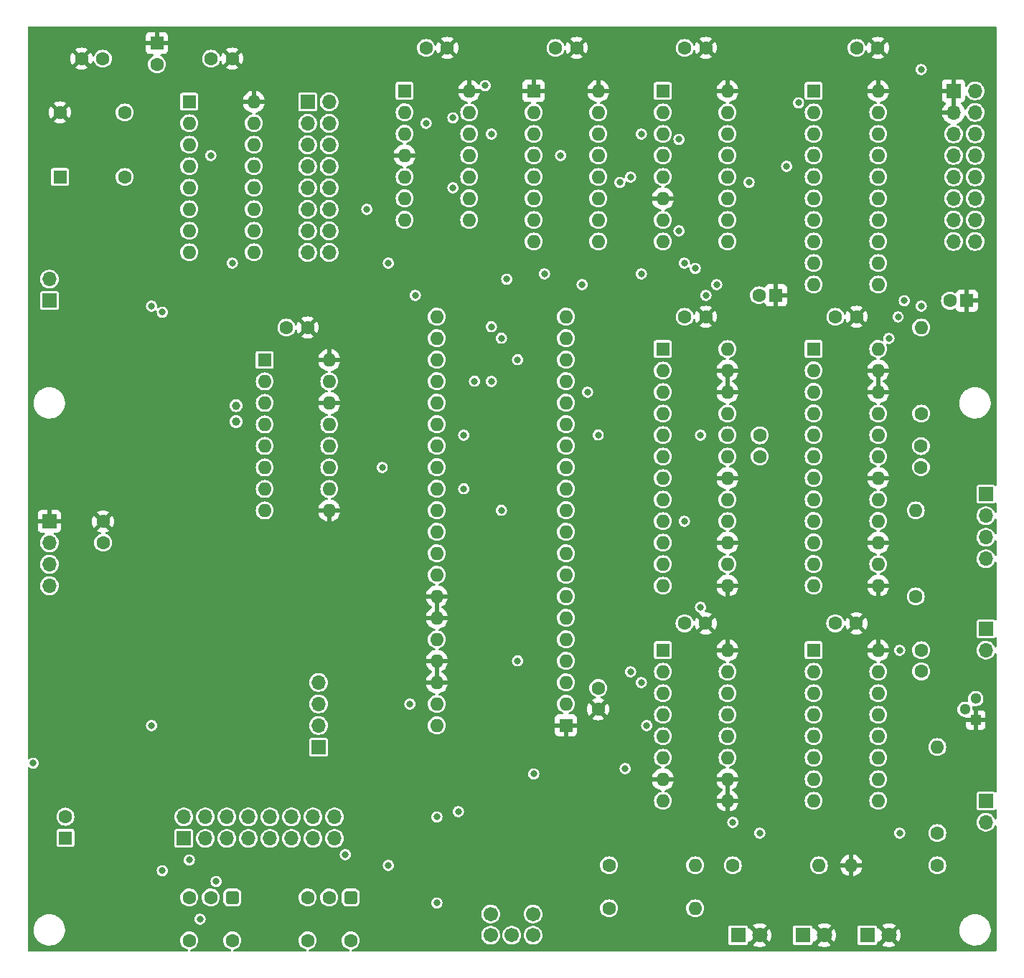
<source format=gbr>
%TF.GenerationSoftware,KiCad,Pcbnew,7.0.9-7.0.9~ubuntu22.04.1*%
%TF.CreationDate,2023-12-29T15:53:16-05:00*%
%TF.ProjectId,dac,6461632e-6b69-4636-9164-5f7063625858,rev?*%
%TF.SameCoordinates,Original*%
%TF.FileFunction,Copper,L3,Inr*%
%TF.FilePolarity,Positive*%
%FSLAX46Y46*%
G04 Gerber Fmt 4.6, Leading zero omitted, Abs format (unit mm)*
G04 Created by KiCad (PCBNEW 7.0.9-7.0.9~ubuntu22.04.1) date 2023-12-29 15:53:16*
%MOMM*%
%LPD*%
G01*
G04 APERTURE LIST*
G04 Aperture macros list*
%AMRoundRect*
0 Rectangle with rounded corners*
0 $1 Rounding radius*
0 $2 $3 $4 $5 $6 $7 $8 $9 X,Y pos of 4 corners*
0 Add a 4 corners polygon primitive as box body*
4,1,4,$2,$3,$4,$5,$6,$7,$8,$9,$2,$3,0*
0 Add four circle primitives for the rounded corners*
1,1,$1+$1,$2,$3*
1,1,$1+$1,$4,$5*
1,1,$1+$1,$6,$7*
1,1,$1+$1,$8,$9*
0 Add four rect primitives between the rounded corners*
20,1,$1+$1,$2,$3,$4,$5,0*
20,1,$1+$1,$4,$5,$6,$7,0*
20,1,$1+$1,$6,$7,$8,$9,0*
20,1,$1+$1,$8,$9,$2,$3,0*%
G04 Aperture macros list end*
%TA.AperFunction,ComponentPad*%
%ADD10R,1.600000X1.600000*%
%TD*%
%TA.AperFunction,ComponentPad*%
%ADD11O,1.600000X1.600000*%
%TD*%
%TA.AperFunction,ComponentPad*%
%ADD12C,1.600000*%
%TD*%
%TA.AperFunction,ComponentPad*%
%ADD13R,1.800000X1.800000*%
%TD*%
%TA.AperFunction,ComponentPad*%
%ADD14C,1.800000*%
%TD*%
%TA.AperFunction,ComponentPad*%
%ADD15R,1.700000X1.700000*%
%TD*%
%TA.AperFunction,ComponentPad*%
%ADD16O,1.700000X1.700000*%
%TD*%
%TA.AperFunction,ComponentPad*%
%ADD17C,1.701800*%
%TD*%
%TA.AperFunction,ComponentPad*%
%ADD18RoundRect,0.400000X0.400000X-0.400000X0.400000X0.400000X-0.400000X0.400000X-0.400000X-0.400000X0*%
%TD*%
%TA.AperFunction,ComponentPad*%
%ADD19R,1.300000X1.300000*%
%TD*%
%TA.AperFunction,ComponentPad*%
%ADD20C,1.300000*%
%TD*%
%TA.AperFunction,ComponentPad*%
%ADD21C,1.000000*%
%TD*%
%TA.AperFunction,ViaPad*%
%ADD22C,0.800000*%
%TD*%
G04 APERTURE END LIST*
D10*
%TO.N,GND*%
%TO.C,U6*%
X54620000Y-101615000D03*
D11*
%TO.N,Net-(BT1-+)*%
X54620000Y-104155000D03*
%TO.N,Net-(U6-X1)*%
X54620000Y-106695000D03*
%TO.N,Net-(U6-X2)*%
X54620000Y-109235000D03*
%TO.N,unconnected-(U6-INT0-Pad5)*%
X54620000Y-111775000D03*
%TO.N,unconnected-(U6-INT1-Pad6)*%
X54620000Y-114315000D03*
%TO.N,unconnected-(U6-1Hz-Pad7)*%
X54620000Y-116855000D03*
%TO.N,GND*%
X54620000Y-119395000D03*
%TO.N,+5V*%
X62240000Y-119395000D03*
%TO.N,/KQ4*%
X62240000Y-116855000D03*
%TO.N,/nLED2*%
X62240000Y-114315000D03*
%TO.N,/LED3*%
X62240000Y-111775000D03*
%TO.N,/KD5*%
X62240000Y-109235000D03*
%TO.N,+5V*%
X62240000Y-106695000D03*
%TO.N,unconnected-(U6-32kHz-Pad15)*%
X62240000Y-104155000D03*
%TO.N,+5V*%
X62240000Y-101615000D03*
%TD*%
D12*
%TO.N,+5V*%
%TO.C,C20*%
X106660000Y-132715000D03*
%TO.N,GND*%
X104160000Y-132715000D03*
%TD*%
D13*
%TO.N,Net-(D1-K)*%
%TO.C,D1*%
X125725000Y-169545000D03*
D14*
%TO.N,+5V*%
X128265000Y-169545000D03*
%TD*%
D10*
%TO.N,/KQ0*%
%TO.C,U5*%
X101600000Y-69850000D03*
D11*
%TO.N,/BA0*%
X101600000Y-72390000D03*
%TO.N,/KQ1*%
X101600000Y-74930000D03*
%TO.N,/nLED1*%
X101600000Y-77470000D03*
%TO.N,GND*%
X101600000Y-80010000D03*
%TO.N,+5V*%
X101600000Y-82550000D03*
%TO.N,/nDACX*%
X101600000Y-85090000D03*
%TO.N,GND*%
X101600000Y-87630000D03*
%TO.N,unconnected-(U5-O6-Pad9)*%
X109220000Y-87630000D03*
%TO.N,/nDACY*%
X109220000Y-85090000D03*
%TO.N,unconnected-(U5-O4-Pad11)*%
X109220000Y-82550000D03*
%TO.N,/nEXP*%
X109220000Y-80010000D03*
%TO.N,Net-(U5-O2)*%
X109220000Y-77470000D03*
%TO.N,Net-(U5-O1)*%
X109220000Y-74930000D03*
%TO.N,Net-(U5-O0)*%
X109220000Y-72390000D03*
%TO.N,+5V*%
X109220000Y-69850000D03*
%TD*%
D13*
%TO.N,Net-(D3-K)*%
%TO.C,D3*%
X110480000Y-169545000D03*
D14*
%TO.N,+5V*%
X113020000Y-169545000D03*
%TD*%
D12*
%TO.N,/KQ2*%
%TO.C,R4*%
X133985000Y-157480000D03*
D11*
%TO.N,Net-(Q1-B)*%
X133985000Y-147320000D03*
%TD*%
D15*
%TO.N,/B38400*%
%TO.C,J4*%
X59685000Y-71135000D03*
D16*
%TO.N,/CLK16X*%
X62225000Y-71135000D03*
%TO.N,/B19200*%
X59685000Y-73675000D03*
%TO.N,/CLK16X*%
X62225000Y-73675000D03*
%TO.N,/B9600*%
X59685000Y-76215000D03*
%TO.N,/CLK16X*%
X62225000Y-76215000D03*
%TO.N,/B4800*%
X59685000Y-78755000D03*
%TO.N,/CLK16X*%
X62225000Y-78755000D03*
%TO.N,/B2400*%
X59685000Y-81295000D03*
%TO.N,/CLK16X*%
X62225000Y-81295000D03*
%TO.N,/B1200*%
X59685000Y-83835000D03*
%TO.N,/CLK16X*%
X62225000Y-83835000D03*
%TO.N,/B600*%
X59685000Y-86375000D03*
%TO.N,/CLK16X*%
X62225000Y-86375000D03*
%TO.N,/B300*%
X59685000Y-88915000D03*
%TO.N,/CLK16X*%
X62225000Y-88915000D03*
%TD*%
D17*
%TO.N,/KD1*%
%TO.C,SW3*%
X81280000Y-169545000D03*
%TO.N,/KD2*%
X86280000Y-169545000D03*
%TO.N,GND*%
X83780000Y-169545000D03*
%TO.N,/KD0*%
X81280000Y-167045000D03*
%TO.N,GND*%
X86280000Y-167045000D03*
%TD*%
D10*
%TO.N,/nDACY*%
%TO.C,U11*%
X101610000Y-135890000D03*
D11*
%TO.N,/nDACX*%
X101610000Y-138430000D03*
%TO.N,unconnected-(U11-D0-Pad3)*%
X101610000Y-140970000D03*
%TO.N,unconnected-(U11-D1-Pad4)*%
X101610000Y-143510000D03*
%TO.N,unconnected-(U11-D2-Pad5)*%
X101610000Y-146050000D03*
%TO.N,unconnected-(U11-D3-Pad6)*%
X101610000Y-148590000D03*
%TO.N,+5V*%
X101610000Y-151130000D03*
%TO.N,GND*%
X101610000Y-153670000D03*
%TO.N,+5V*%
X109230000Y-153670000D03*
X109230000Y-151130000D03*
%TO.N,unconnected-(U11-Q3-Pad11)*%
X109230000Y-148590000D03*
%TO.N,unconnected-(U11-Q2-Pad12)*%
X109230000Y-146050000D03*
%TO.N,Net-(U10A-A0)*%
X109230000Y-143510000D03*
%TO.N,Net-(U11-Q0)*%
X109230000Y-140970000D03*
%TO.N,unconnected-(U11-TC-Pad15)*%
X109230000Y-138430000D03*
%TO.N,+5V*%
X109230000Y-135890000D03*
%TD*%
D12*
%TO.N,Net-(U8-RFB)*%
%TO.C,R5*%
X132080000Y-107950000D03*
D11*
%TO.N,/Y_OUT*%
X132080000Y-97790000D03*
%TD*%
D12*
%TO.N,/LED2*%
%TO.C,R3*%
X95250000Y-166370000D03*
D11*
%TO.N,Net-(D3-K)*%
X105410000Y-166370000D03*
%TD*%
D12*
%TO.N,/KQ2*%
%TO.C,R7*%
X133985000Y-161290000D03*
D11*
%TO.N,+5V*%
X123825000Y-161290000D03*
%TD*%
D12*
%TO.N,+5V*%
%TO.C,C6*%
X106680000Y-96520000D03*
%TO.N,GND*%
X104180000Y-96520000D03*
%TD*%
%TO.N,-5V*%
%TO.C,C8*%
X113030000Y-113010000D03*
%TO.N,GND*%
X113030000Y-110510000D03*
%TD*%
%TO.N,*%
%TO.C,SW1*%
X50800000Y-170170000D03*
X45720000Y-170170000D03*
D18*
%TO.N,GND*%
X50800000Y-165090000D03*
D12*
%TO.N,N/C*%
X48260000Y-165090000D03*
%TO.N,/KD3*%
X45720000Y-165090000D03*
%TD*%
%TO.N,+5V*%
%TO.C,C3*%
X91440000Y-64770000D03*
%TO.N,GND*%
X88940000Y-64770000D03*
%TD*%
D10*
%TO.N,/nDACX*%
%TO.C,U10*%
X119390000Y-135890000D03*
D11*
%TO.N,Net-(U10A-A0)*%
X119390000Y-138430000D03*
%TO.N,GND*%
X119390000Y-140970000D03*
%TO.N,/DAC_X_nWR*%
X119390000Y-143510000D03*
%TO.N,/DAC_Y_nWR*%
X119390000Y-146050000D03*
%TO.N,unconnected-(U10A-O2-Pad6)*%
X119390000Y-148590000D03*
%TO.N,unconnected-(U10A-O3-Pad7)*%
X119390000Y-151130000D03*
%TO.N,GND*%
X119390000Y-153670000D03*
%TO.N,N/C*%
X127010000Y-153670000D03*
X127010000Y-151130000D03*
X127010000Y-148590000D03*
X127010000Y-146050000D03*
X127010000Y-143510000D03*
X127010000Y-140970000D03*
X127010000Y-138430000D03*
%TO.N,+5V*%
X127010000Y-135890000D03*
%TD*%
D10*
%TO.N,/BD1*%
%TO.C,U8*%
X119390000Y-100325000D03*
D11*
%TO.N,/BD2*%
X119390000Y-102865000D03*
%TO.N,/BD3*%
X119390000Y-105405000D03*
%TO.N,/BD4*%
X119390000Y-107945000D03*
%TO.N,/BD5*%
X119390000Y-110485000D03*
%TO.N,/BD6*%
X119390000Y-113025000D03*
%TO.N,/BD7*%
X119390000Y-115565000D03*
%TO.N,Net-(U11-Q0)*%
X119390000Y-118105000D03*
X119390000Y-120645000D03*
%TO.N,/DAC_X_nWR*%
X119390000Y-123185000D03*
X119390000Y-125725000D03*
%TO.N,GND*%
X119390000Y-128265000D03*
%TO.N,+5V*%
X127010000Y-128265000D03*
%TO.N,GND*%
X127010000Y-125725000D03*
%TO.N,+5V*%
X127010000Y-123185000D03*
%TO.N,/nDACY*%
X127010000Y-120645000D03*
%TO.N,GND*%
X127010000Y-118105000D03*
%TO.N,+5V*%
X127010000Y-115565000D03*
%TO.N,-5V*%
X127010000Y-113025000D03*
%TO.N,Net-(U8-RFB)*%
X127010000Y-110485000D03*
X127010000Y-107945000D03*
%TO.N,+5V*%
X127010000Y-105405000D03*
X127010000Y-102865000D03*
%TO.N,/BD0*%
X127010000Y-100325000D03*
%TD*%
D12*
%TO.N,+5V*%
%TO.C,C4*%
X93980000Y-142855000D03*
%TO.N,GND*%
X93980000Y-140355000D03*
%TD*%
%TO.N,-5V*%
%TO.C,C11*%
X132080000Y-135890000D03*
%TO.N,GND*%
X132080000Y-138390000D03*
%TD*%
%TO.N,+5V*%
%TO.C,C13*%
X76160000Y-64770000D03*
%TO.N,GND*%
X73660000Y-64770000D03*
%TD*%
D15*
%TO.N,Net-(BT1-+)*%
%TO.C,BT1*%
X29210000Y-94600000D03*
D16*
%TO.N,GND*%
X29210000Y-92060000D03*
%TD*%
D10*
%TO.N,/BD1*%
%TO.C,U9*%
X101600000Y-100330000D03*
D11*
%TO.N,/BD2*%
X101600000Y-102870000D03*
%TO.N,/BD3*%
X101600000Y-105410000D03*
%TO.N,/BD4*%
X101600000Y-107950000D03*
%TO.N,/BD5*%
X101600000Y-110490000D03*
%TO.N,/BD6*%
X101600000Y-113030000D03*
%TO.N,/BD7*%
X101600000Y-115570000D03*
%TO.N,Net-(U11-Q0)*%
X101600000Y-118110000D03*
X101600000Y-120650000D03*
%TO.N,/DAC_Y_nWR*%
X101600000Y-123190000D03*
X101600000Y-125730000D03*
%TO.N,GND*%
X101600000Y-128270000D03*
%TO.N,+5V*%
X109220000Y-128270000D03*
%TO.N,GND*%
X109220000Y-125730000D03*
%TO.N,+5V*%
X109220000Y-123190000D03*
%TO.N,/nDACY*%
X109220000Y-120650000D03*
%TO.N,GND*%
X109220000Y-118110000D03*
%TO.N,+5V*%
X109220000Y-115570000D03*
%TO.N,-5V*%
X109220000Y-113030000D03*
%TO.N,Net-(U9-RFB)*%
X109220000Y-110490000D03*
X109220000Y-107950000D03*
%TO.N,+5V*%
X109220000Y-105410000D03*
X109220000Y-102870000D03*
%TO.N,/BD0*%
X109220000Y-100330000D03*
%TD*%
D15*
%TO.N,/X_OUT*%
%TO.C,J7*%
X139700000Y-117475000D03*
D16*
%TO.N,GND*%
X139700000Y-120015000D03*
%TO.N,/Y_OUT*%
X139700000Y-122555000D03*
%TO.N,GND*%
X139700000Y-125095000D03*
%TD*%
D12*
%TO.N,/LED1*%
%TO.C,R2*%
X95250000Y-161290000D03*
D11*
%TO.N,Net-(D2-K)*%
X105410000Y-161290000D03*
%TD*%
D15*
%TO.N,Net-(J5-Pin_1)*%
%TO.C,J5*%
X139700000Y-133345000D03*
D16*
%TO.N,-5V*%
X139700000Y-135885000D03*
%TD*%
D15*
%TO.N,unconnected-(J3-Pin_1-Pad1)*%
%TO.C,J3*%
X45085000Y-158115000D03*
D16*
%TO.N,unconnected-(J3-Pin_2-Pad2)*%
X45085000Y-155575000D03*
%TO.N,unconnected-(J3-Pin_3-Pad3)*%
X47625000Y-158115000D03*
%TO.N,/KD0*%
X47625000Y-155575000D03*
%TO.N,unconnected-(J3-Pin_5-Pad5)*%
X50165000Y-158115000D03*
%TO.N,/KD1*%
X50165000Y-155575000D03*
%TO.N,/KQ4*%
X52705000Y-158115000D03*
%TO.N,/KD2*%
X52705000Y-155575000D03*
%TO.N,/KQ3*%
X55245000Y-158115000D03*
%TO.N,/KD3*%
X55245000Y-155575000D03*
%TO.N,/KQ2*%
X57785000Y-158115000D03*
%TO.N,/KD4*%
X57785000Y-155575000D03*
%TO.N,/KQ1*%
X60325000Y-158115000D03*
%TO.N,/KD5*%
X60325000Y-155575000D03*
%TO.N,/KQ0*%
X62865000Y-158115000D03*
%TO.N,/KD6*%
X62865000Y-155575000D03*
%TD*%
D12*
%TO.N,*%
%TO.C,SW2*%
X64770000Y-170170000D03*
X59690000Y-170170000D03*
D18*
%TO.N,GND*%
X64770000Y-165090000D03*
D12*
%TO.N,N/C*%
X62230000Y-165090000D03*
%TO.N,/KD4*%
X59690000Y-165090000D03*
%TD*%
D19*
%TO.N,+5V*%
%TO.C,Q1*%
X138515000Y-144145000D03*
D20*
%TO.N,Net-(Q1-B)*%
X137245000Y-142875000D03*
%TO.N,Net-(J5-Pin_1)*%
X138515000Y-141605000D03*
%TD*%
D21*
%TO.N,Net-(U6-X1)*%
%TO.C,Y1*%
X51240000Y-107000000D03*
%TO.N,Net-(U6-X2)*%
X51240000Y-108900000D03*
%TD*%
D10*
%TO.N,unconnected-(U1-Q11-Pad1)*%
%TO.C,U1*%
X45720000Y-71120000D03*
D11*
%TO.N,/B4800*%
X45720000Y-73660000D03*
%TO.N,/B9600*%
X45720000Y-76200000D03*
%TO.N,/B2400*%
X45720000Y-78740000D03*
%TO.N,/B19200*%
X45720000Y-81280000D03*
%TO.N,/B38400*%
X45720000Y-83820000D03*
%TO.N,unconnected-(U1-Q1-Pad7)*%
X45720000Y-86360000D03*
%TO.N,GND*%
X45720000Y-88900000D03*
%TO.N,unconnected-(U1-Q0-Pad9)*%
X53340000Y-88900000D03*
%TO.N,Net-(U1-CLK)*%
X53340000Y-86360000D03*
%TO.N,GND*%
X53340000Y-83820000D03*
%TO.N,/B600*%
X53340000Y-81280000D03*
%TO.N,/B1200*%
X53340000Y-78740000D03*
%TO.N,/B300*%
X53340000Y-76200000D03*
%TO.N,unconnected-(U1-Q10-Pad15)*%
X53340000Y-73660000D03*
%TO.N,+5V*%
X53340000Y-71120000D03*
%TD*%
D10*
%TO.N,/KQ0*%
%TO.C,U4*%
X119390000Y-69850000D03*
D11*
%TO.N,/D0*%
X119390000Y-72390000D03*
%TO.N,/D1*%
X119390000Y-74930000D03*
%TO.N,/D2*%
X119390000Y-77470000D03*
%TO.N,/D3*%
X119390000Y-80010000D03*
%TO.N,/D4*%
X119390000Y-82550000D03*
%TO.N,/D5*%
X119390000Y-85090000D03*
%TO.N,/D6*%
X119390000Y-87630000D03*
%TO.N,/D7*%
X119390000Y-90170000D03*
%TO.N,GND*%
X119390000Y-92710000D03*
%TO.N,/BD7*%
X127010000Y-92710000D03*
%TO.N,/BD6*%
X127010000Y-90170000D03*
%TO.N,/BD5*%
X127010000Y-87630000D03*
%TO.N,/BD4*%
X127010000Y-85090000D03*
%TO.N,/BD3*%
X127010000Y-82550000D03*
%TO.N,/BD2*%
X127010000Y-80010000D03*
%TO.N,/BD1*%
X127010000Y-77470000D03*
%TO.N,/BD0*%
X127010000Y-74930000D03*
%TO.N,Net-(U4-CE)*%
X127010000Y-72390000D03*
%TO.N,+5V*%
X127010000Y-69850000D03*
%TD*%
D10*
%TO.N,+5V*%
%TO.C,U3*%
X86360000Y-69850000D03*
D11*
%TO.N,/LED0*%
X86360000Y-72390000D03*
%TO.N,/BD0*%
X86360000Y-74930000D03*
%TO.N,/BD1*%
X86360000Y-77470000D03*
%TO.N,/LED1*%
X86360000Y-80010000D03*
%TO.N,/BD2*%
X86360000Y-82550000D03*
%TO.N,/LED2*%
X86360000Y-85090000D03*
%TO.N,GND*%
X86360000Y-87630000D03*
%TO.N,/nEXP*%
X93980000Y-87630000D03*
%TO.N,/LED3*%
X93980000Y-85090000D03*
%TO.N,/BD3*%
X93980000Y-82550000D03*
%TO.N,/LED4*%
X93980000Y-80010000D03*
%TO.N,/BD4*%
X93980000Y-77470000D03*
%TO.N,/BD5*%
X93980000Y-74930000D03*
%TO.N,/LED5*%
X93980000Y-72390000D03*
%TO.N,+5V*%
X93980000Y-69850000D03*
%TD*%
D12*
%TO.N,+5V*%
%TO.C,C7*%
X126960000Y-64770000D03*
%TO.N,GND*%
X124460000Y-64770000D03*
%TD*%
D15*
%TO.N,/LED4*%
%TO.C,J8*%
X139700000Y-153665000D03*
D16*
%TO.N,GND*%
X139700000Y-156205000D03*
%TD*%
D10*
%TO.N,+5V*%
%TO.C,C14*%
X137480113Y-94615000D03*
D12*
%TO.N,GND*%
X135480113Y-94615000D03*
%TD*%
D13*
%TO.N,Net-(D2-K)*%
%TO.C,D2*%
X118105000Y-169545000D03*
D14*
%TO.N,+5V*%
X120645000Y-169545000D03*
%TD*%
D10*
%TO.N,unconnected-(X1-EN-Pad1)*%
%TO.C,X1*%
X30480000Y-80010000D03*
D12*
%TO.N,GND*%
X38100000Y-80010000D03*
%TO.N,Net-(U1-CLK)*%
X38100000Y-72390000D03*
%TO.N,+5V*%
X30480000Y-72390000D03*
%TD*%
%TO.N,+5V*%
%TO.C,C1*%
X35560000Y-120690000D03*
%TO.N,GND*%
X35560000Y-123190000D03*
%TD*%
%TO.N,+5V*%
%TO.C,C9*%
X59690000Y-97790000D03*
%TO.N,GND*%
X57190000Y-97790000D03*
%TD*%
%TO.N,Net-(U9-RFB)*%
%TO.C,R6*%
X131445000Y-129540000D03*
D11*
%TO.N,/X_OUT*%
X131445000Y-119380000D03*
%TD*%
D12*
%TO.N,+5V*%
%TO.C,C12*%
X50800000Y-66040000D03*
%TO.N,GND*%
X48300000Y-66040000D03*
%TD*%
D15*
%TO.N,+5V*%
%TO.C,J1*%
X29210000Y-120660000D03*
D16*
%TO.N,GND*%
X29210000Y-123200000D03*
%TO.N,-5V*%
X29210000Y-125740000D03*
%TO.N,GND*%
X29210000Y-128280000D03*
%TD*%
D12*
%TO.N,+5V*%
%TO.C,C16*%
X33020000Y-66040000D03*
%TO.N,GND*%
X35520000Y-66040000D03*
%TD*%
D10*
%TO.N,+5V*%
%TO.C,C17*%
X41910000Y-64199888D03*
D12*
%TO.N,GND*%
X41910000Y-66699888D03*
%TD*%
%TO.N,+5V*%
%TO.C,C10*%
X106680000Y-64770000D03*
%TO.N,GND*%
X104180000Y-64770000D03*
%TD*%
D15*
%TO.N,+5V*%
%TO.C,J2*%
X135890000Y-69850000D03*
D16*
%TO.N,/D0*%
X138430000Y-69850000D03*
%TO.N,+5V*%
X135890000Y-72390000D03*
%TO.N,/D1*%
X138430000Y-72390000D03*
%TO.N,GND*%
X135890000Y-74930000D03*
%TO.N,/D2*%
X138430000Y-74930000D03*
%TO.N,GND*%
X135890000Y-77470000D03*
%TO.N,/D3*%
X138430000Y-77470000D03*
%TO.N,GND*%
X135890000Y-80010000D03*
%TO.N,/D4*%
X138430000Y-80010000D03*
%TO.N,/nLED2*%
X135890000Y-82550000D03*
%TO.N,/D5*%
X138430000Y-82550000D03*
%TO.N,/nLED1*%
X135890000Y-85090000D03*
%TO.N,/D6*%
X138430000Y-85090000D03*
%TO.N,/A0*%
X135890000Y-87630000D03*
%TO.N,/D7*%
X138430000Y-87630000D03*
%TD*%
D12*
%TO.N,-5V*%
%TO.C,C5*%
X132060000Y-111780000D03*
%TO.N,GND*%
X132060000Y-114280000D03*
%TD*%
%TO.N,/LED0*%
%TO.C,R1*%
X109855000Y-161290000D03*
D11*
%TO.N,Net-(D1-K)*%
X120015000Y-161290000D03*
%TD*%
D10*
%TO.N,GND*%
%TO.C,C18*%
X31115000Y-158050112D03*
D12*
%TO.N,-5V*%
X31115000Y-155550112D03*
%TD*%
%TO.N,+5V*%
%TO.C,C2*%
X124460000Y-96520000D03*
%TO.N,GND*%
X121960000Y-96520000D03*
%TD*%
D10*
%TO.N,+5V*%
%TO.C,C15*%
X114940904Y-93980000D03*
D12*
%TO.N,GND*%
X112940904Y-93980000D03*
%TD*%
D15*
%TO.N,unconnected-(J6-Pin_1-Pad1)*%
%TO.C,J6*%
X60960000Y-147320000D03*
D16*
%TO.N,/RXD*%
X60960000Y-144780000D03*
%TO.N,/TXD*%
X60960000Y-142240000D03*
%TO.N,GND*%
X60960000Y-139700000D03*
%TD*%
D10*
%TO.N,/nLED1*%
%TO.C,U2*%
X71130000Y-69845000D03*
D11*
%TO.N,/nLED2*%
X71130000Y-72385000D03*
%TO.N,Net-(U4-CE)*%
X71130000Y-74925000D03*
%TO.N,+5V*%
X71130000Y-77465000D03*
%TO.N,/A0*%
X71130000Y-80005000D03*
%TO.N,/BA0*%
X71130000Y-82545000D03*
%TO.N,GND*%
X71130000Y-85085000D03*
%TO.N,N/C*%
X78750000Y-85085000D03*
X78750000Y-82545000D03*
X78750000Y-80005000D03*
X78750000Y-77465000D03*
X78750000Y-74925000D03*
X78750000Y-72385000D03*
%TO.N,+5V*%
X78750000Y-69845000D03*
%TD*%
D10*
%TO.N,+5V*%
%TO.C,U7*%
X90170000Y-144775000D03*
D11*
%TO.N,N/C*%
X90170000Y-142235000D03*
%TO.N,GND*%
X90170000Y-139695000D03*
%TO.N,Net-(U5-O0)*%
X90170000Y-137155000D03*
%TO.N,/BD7*%
X90170000Y-134615000D03*
%TO.N,/BD6*%
X90170000Y-132075000D03*
%TO.N,/BD5*%
X90170000Y-129535000D03*
%TO.N,/BD4*%
X90170000Y-126995000D03*
%TO.N,/BD3*%
X90170000Y-124455000D03*
%TO.N,/BD2*%
X90170000Y-121915000D03*
%TO.N,/BD1*%
X90170000Y-119375000D03*
%TO.N,/BD0*%
X90170000Y-116835000D03*
%TO.N,/BD3*%
X90170000Y-114295000D03*
%TO.N,/BD2*%
X90170000Y-111755000D03*
%TO.N,/BD1*%
X90170000Y-109215000D03*
%TO.N,Net-(U5-O2)*%
X90170000Y-106675000D03*
%TO.N,/CLK16X*%
X90170000Y-104135000D03*
%TO.N,Net-(U5-O0)*%
X90170000Y-101595000D03*
%TO.N,/BD4*%
X90170000Y-99055000D03*
%TO.N,/RXD*%
X90170000Y-96515000D03*
%TO.N,/KQ3*%
X74930000Y-96515000D03*
%TO.N,/BD0*%
X74930000Y-99055000D03*
%TO.N,Net-(U5-O1)*%
X74930000Y-101595000D03*
%TO.N,unconnected-(U7-TRE-Pad24)*%
X74930000Y-104135000D03*
%TO.N,/TXD*%
X74930000Y-106675000D03*
%TO.N,/BD0*%
X74930000Y-109215000D03*
%TO.N,/BD1*%
X74930000Y-111755000D03*
%TO.N,/BD2*%
X74930000Y-114295000D03*
%TO.N,/BD3*%
X74930000Y-116835000D03*
%TO.N,/BD4*%
X74930000Y-119375000D03*
%TO.N,/BD5*%
X74930000Y-121915000D03*
%TO.N,/BD6*%
X74930000Y-124455000D03*
%TO.N,/BD7*%
X74930000Y-126995000D03*
%TO.N,+5V*%
X74930000Y-129535000D03*
X74930000Y-132075000D03*
%TO.N,GND*%
X74930000Y-134615000D03*
%TO.N,+5V*%
X74930000Y-137155000D03*
X74930000Y-139695000D03*
%TO.N,GND*%
X74930000Y-142235000D03*
%TO.N,/CLK16X*%
X74930000Y-144775000D03*
%TD*%
D12*
%TO.N,+5V*%
%TO.C,C19*%
X124440000Y-132715000D03*
%TO.N,GND*%
X121940000Y-132715000D03*
%TD*%
D22*
%TO.N,-5V*%
X113030000Y-157480000D03*
X129540000Y-135890000D03*
X27305000Y-149225000D03*
X129540000Y-157480000D03*
%TO.N,/KD0*%
X46990000Y-167640000D03*
X74930000Y-165735000D03*
%TO.N,/KD1*%
X48895000Y-163195000D03*
%TO.N,/KD2*%
X77470000Y-154940000D03*
%TO.N,/nLED2*%
X132080000Y-67310000D03*
X68488500Y-114300000D03*
%TO.N,/nLED1*%
X76835000Y-73025000D03*
X117618000Y-71263000D03*
X103505000Y-75565000D03*
%TO.N,/A0*%
X116205000Y-78740000D03*
%TO.N,/KQ3*%
X42545000Y-161925000D03*
X42545000Y-95976500D03*
%TO.N,/KD3*%
X45720000Y-160655000D03*
%TO.N,/KQ2*%
X64135000Y-160020000D03*
%TO.N,/KQ1*%
X104140000Y-90170000D03*
X69215000Y-90170000D03*
X69215000Y-161290000D03*
%TO.N,/KQ0*%
X74930000Y-155575000D03*
X80645000Y-69215000D03*
%TO.N,/CLK16X*%
X83185000Y-92075000D03*
X81371500Y-104140000D03*
X79380000Y-104135000D03*
%TO.N,/B4800*%
X48260000Y-77470000D03*
%TO.N,/B300*%
X50800000Y-90170000D03*
%TO.N,Net-(U9-RFB)*%
X106045000Y-130810000D03*
X106045000Y-110490000D03*
%TO.N,/RXD*%
X41275000Y-144780000D03*
X41275000Y-95250000D03*
%TO.N,/TXD*%
X71755000Y-142240000D03*
%TO.N,/LED0*%
X86360000Y-150495000D03*
X109855000Y-156210000D03*
%TO.N,/LED1*%
X96520000Y-80645000D03*
%TO.N,/BA0*%
X73660000Y-73660000D03*
%TO.N,/DAC_Y_nWR*%
X99695000Y-144780000D03*
%TO.N,/BD0*%
X81371500Y-74930000D03*
X81371500Y-97698500D03*
X111760000Y-80645000D03*
X92710000Y-105410000D03*
X78110000Y-116835000D03*
%TO.N,/BD1*%
X89535000Y-77470000D03*
%TO.N,/BD2*%
X78105000Y-110490000D03*
X76835000Y-81280000D03*
%TO.N,/LED3*%
X66675000Y-83820000D03*
%TO.N,/BD3*%
X93977500Y-110487500D03*
%TO.N,/LED4*%
X97790000Y-80010000D03*
X97155000Y-149860000D03*
%TO.N,/BD4*%
X82555000Y-119375000D03*
X128270000Y-99060000D03*
X82555000Y-99055000D03*
X132080000Y-95250000D03*
%TO.N,/BD5*%
X99060000Y-74930000D03*
X99060000Y-91440000D03*
X129357000Y-96520000D03*
%TO.N,/BD6*%
X130083500Y-94615000D03*
%TO.N,Net-(U5-O2)*%
X107950000Y-92710000D03*
X92075000Y-92710000D03*
%TO.N,/nDACY*%
X103505000Y-86360000D03*
X104140000Y-120650000D03*
%TO.N,Net-(U5-O1)*%
X106680000Y-93980000D03*
X72390000Y-93980000D03*
%TO.N,/nDACX*%
X97790000Y-138430000D03*
%TO.N,Net-(U5-O0)*%
X84460000Y-101595000D03*
X87630000Y-91440000D03*
X84460000Y-137155000D03*
X105410000Y-90805000D03*
%TO.N,Net-(U11-Q0)*%
X99060000Y-139700000D03*
%TD*%
%TA.AperFunction,Conductor*%
%TO.N,+5V*%
G36*
X109484000Y-153358314D02*
G01*
X109468045Y-153342359D01*
X109355148Y-153284835D01*
X109261481Y-153270000D01*
X109198519Y-153270000D01*
X109104852Y-153284835D01*
X108991955Y-153342359D01*
X108976000Y-153358314D01*
X108976000Y-151441686D01*
X108991955Y-151457641D01*
X109104852Y-151515165D01*
X109198519Y-151530000D01*
X109261481Y-151530000D01*
X109355148Y-151515165D01*
X109468045Y-151457641D01*
X109484000Y-151441686D01*
X109484000Y-153358314D01*
G37*
%TD.AperFunction*%
%TA.AperFunction,Conductor*%
G36*
X75184000Y-139383314D02*
G01*
X75168045Y-139367359D01*
X75055148Y-139309835D01*
X74961481Y-139295000D01*
X74898519Y-139295000D01*
X74804852Y-139309835D01*
X74691955Y-139367359D01*
X74676000Y-139383314D01*
X74676000Y-137466686D01*
X74691955Y-137482641D01*
X74804852Y-137540165D01*
X74898519Y-137555000D01*
X74961481Y-137555000D01*
X75055148Y-137540165D01*
X75168045Y-137482641D01*
X75184000Y-137466686D01*
X75184000Y-139383314D01*
G37*
%TD.AperFunction*%
%TA.AperFunction,Conductor*%
G36*
X75184000Y-131763314D02*
G01*
X75168045Y-131747359D01*
X75055148Y-131689835D01*
X74961481Y-131675000D01*
X74898519Y-131675000D01*
X74804852Y-131689835D01*
X74691955Y-131747359D01*
X74676000Y-131763314D01*
X74676000Y-129846686D01*
X74691955Y-129862641D01*
X74804852Y-129920165D01*
X74898519Y-129935000D01*
X74961481Y-129935000D01*
X75055148Y-129920165D01*
X75168045Y-129862641D01*
X75184000Y-129846686D01*
X75184000Y-131763314D01*
G37*
%TD.AperFunction*%
%TA.AperFunction,Conductor*%
G36*
X109474000Y-105098314D02*
G01*
X109458045Y-105082359D01*
X109345148Y-105024835D01*
X109251481Y-105010000D01*
X109188519Y-105010000D01*
X109094852Y-105024835D01*
X108981955Y-105082359D01*
X108966000Y-105098314D01*
X108966000Y-103181686D01*
X108981955Y-103197641D01*
X109094852Y-103255165D01*
X109188519Y-103270000D01*
X109251481Y-103270000D01*
X109345148Y-103255165D01*
X109458045Y-103197641D01*
X109474000Y-103181686D01*
X109474000Y-105098314D01*
G37*
%TD.AperFunction*%
%TA.AperFunction,Conductor*%
G36*
X127264000Y-105093314D02*
G01*
X127248045Y-105077359D01*
X127135148Y-105019835D01*
X127041481Y-105005000D01*
X126978519Y-105005000D01*
X126884852Y-105019835D01*
X126771955Y-105077359D01*
X126756000Y-105093314D01*
X126756000Y-103176686D01*
X126771955Y-103192641D01*
X126884852Y-103250165D01*
X126978519Y-103265000D01*
X127041481Y-103265000D01*
X127135148Y-103250165D01*
X127248045Y-103192641D01*
X127264000Y-103176686D01*
X127264000Y-105093314D01*
G37*
%TD.AperFunction*%
%TA.AperFunction,Conductor*%
G36*
X136144000Y-71956325D02*
G01*
X136032315Y-71905320D01*
X135925763Y-71890000D01*
X135854237Y-71890000D01*
X135747685Y-71905320D01*
X135636000Y-71956325D01*
X135636000Y-70283674D01*
X135747685Y-70334680D01*
X135854237Y-70350000D01*
X135925763Y-70350000D01*
X136032315Y-70334680D01*
X136144000Y-70283674D01*
X136144000Y-71956325D01*
G37*
%TD.AperFunction*%
%TA.AperFunction,Conductor*%
G36*
X140912121Y-62250002D02*
G01*
X140958614Y-62303658D01*
X140970000Y-62356000D01*
X140970000Y-116380120D01*
X140949998Y-116448241D01*
X140896342Y-116494734D01*
X140826068Y-116504838D01*
X140761488Y-116475344D01*
X140739237Y-116450125D01*
X140733484Y-116441515D01*
X140649302Y-116385266D01*
X140575067Y-116370500D01*
X138824936Y-116370500D01*
X138824926Y-116370501D01*
X138750699Y-116385265D01*
X138666515Y-116441516D01*
X138610266Y-116525697D01*
X138595500Y-116599930D01*
X138595500Y-118350063D01*
X138595501Y-118350073D01*
X138610265Y-118424300D01*
X138666516Y-118508484D01*
X138750697Y-118564733D01*
X138750699Y-118564734D01*
X138824933Y-118579500D01*
X140575066Y-118579499D01*
X140575069Y-118579498D01*
X140575073Y-118579498D01*
X140624326Y-118569701D01*
X140649301Y-118564734D01*
X140733484Y-118508484D01*
X140739235Y-118499876D01*
X140793712Y-118454349D01*
X140864155Y-118445501D01*
X140928199Y-118476143D01*
X140965511Y-118536544D01*
X140970000Y-118569879D01*
X140970000Y-119551872D01*
X140949998Y-119619993D01*
X140896342Y-119666486D01*
X140826068Y-119676590D01*
X140761488Y-119647096D01*
X140731210Y-119608035D01*
X140643091Y-119431069D01*
X140643087Y-119431064D01*
X140519733Y-119267715D01*
X140368463Y-119129814D01*
X140194433Y-119022059D01*
X140194428Y-119022057D01*
X140194427Y-119022056D01*
X140114327Y-118991025D01*
X140003559Y-118948113D01*
X140003560Y-118948113D01*
X140003557Y-118948112D01*
X140003556Y-118948112D01*
X139802347Y-118910500D01*
X139597653Y-118910500D01*
X139396444Y-118948112D01*
X139396439Y-118948113D01*
X139205577Y-119022054D01*
X139205566Y-119022059D01*
X139031536Y-119129814D01*
X138880266Y-119267715D01*
X138756913Y-119431063D01*
X138665671Y-119614301D01*
X138609654Y-119811180D01*
X138590768Y-120014995D01*
X138590768Y-120015004D01*
X138609654Y-120218819D01*
X138662912Y-120406000D01*
X138665672Y-120415701D01*
X138756912Y-120598935D01*
X138756913Y-120598936D01*
X138880266Y-120762284D01*
X139031536Y-120900185D01*
X139205566Y-121007940D01*
X139205568Y-121007940D01*
X139205573Y-121007944D01*
X139396444Y-121081888D01*
X139597653Y-121119500D01*
X139597655Y-121119500D01*
X139802345Y-121119500D01*
X139802347Y-121119500D01*
X140003556Y-121081888D01*
X140194427Y-121007944D01*
X140368462Y-120900186D01*
X140519732Y-120762285D01*
X140643088Y-120598935D01*
X140731209Y-120421963D01*
X140779479Y-120369900D01*
X140848233Y-120352198D01*
X140915643Y-120374477D01*
X140960307Y-120429665D01*
X140970000Y-120478127D01*
X140970000Y-122091872D01*
X140949998Y-122159993D01*
X140896342Y-122206486D01*
X140826068Y-122216590D01*
X140761488Y-122187096D01*
X140731210Y-122148035D01*
X140643091Y-121971069D01*
X140643087Y-121971064D01*
X140519733Y-121807715D01*
X140368463Y-121669814D01*
X140194433Y-121562059D01*
X140194428Y-121562057D01*
X140194427Y-121562056D01*
X140185498Y-121558597D01*
X140003559Y-121488113D01*
X140003560Y-121488113D01*
X140003557Y-121488112D01*
X140003556Y-121488112D01*
X139802347Y-121450500D01*
X139597653Y-121450500D01*
X139396444Y-121488112D01*
X139396439Y-121488113D01*
X139205577Y-121562054D01*
X139205566Y-121562059D01*
X139031536Y-121669814D01*
X138880266Y-121807715D01*
X138756913Y-121971063D01*
X138665671Y-122154301D01*
X138609654Y-122351180D01*
X138590768Y-122554995D01*
X138590768Y-122555004D01*
X138609654Y-122758819D01*
X138664606Y-122951955D01*
X138665672Y-122955701D01*
X138756912Y-123138935D01*
X138756913Y-123138936D01*
X138880266Y-123302284D01*
X139031536Y-123440185D01*
X139205566Y-123547940D01*
X139205568Y-123547940D01*
X139205573Y-123547944D01*
X139396444Y-123621888D01*
X139597653Y-123659500D01*
X139597655Y-123659500D01*
X139802345Y-123659500D01*
X139802347Y-123659500D01*
X140003556Y-123621888D01*
X140194427Y-123547944D01*
X140368462Y-123440186D01*
X140519732Y-123302285D01*
X140643088Y-123138935D01*
X140731209Y-122961963D01*
X140779479Y-122909900D01*
X140848233Y-122892198D01*
X140915643Y-122914477D01*
X140960307Y-122969665D01*
X140970000Y-123018127D01*
X140970000Y-124631872D01*
X140949998Y-124699993D01*
X140896342Y-124746486D01*
X140826068Y-124756590D01*
X140761488Y-124727096D01*
X140731210Y-124688035D01*
X140643091Y-124511069D01*
X140643087Y-124511064D01*
X140519733Y-124347715D01*
X140368463Y-124209814D01*
X140194433Y-124102059D01*
X140194428Y-124102057D01*
X140194427Y-124102056D01*
X140114327Y-124071025D01*
X140003559Y-124028113D01*
X140003560Y-124028113D01*
X140003557Y-124028112D01*
X140003556Y-124028112D01*
X139802347Y-123990500D01*
X139597653Y-123990500D01*
X139396444Y-124028112D01*
X139396439Y-124028113D01*
X139205577Y-124102054D01*
X139205566Y-124102059D01*
X139031536Y-124209814D01*
X138880266Y-124347715D01*
X138756913Y-124511063D01*
X138665671Y-124694301D01*
X138609654Y-124891180D01*
X138590768Y-125094995D01*
X138590768Y-125095004D01*
X138609654Y-125298819D01*
X138653943Y-125454477D01*
X138665672Y-125495701D01*
X138756912Y-125678935D01*
X138756913Y-125678936D01*
X138880266Y-125842284D01*
X139031536Y-125980185D01*
X139205566Y-126087940D01*
X139205568Y-126087940D01*
X139205573Y-126087944D01*
X139396444Y-126161888D01*
X139597653Y-126199500D01*
X139597655Y-126199500D01*
X139802345Y-126199500D01*
X139802347Y-126199500D01*
X140003556Y-126161888D01*
X140194427Y-126087944D01*
X140368462Y-125980186D01*
X140519732Y-125842285D01*
X140643088Y-125678935D01*
X140731209Y-125501963D01*
X140779479Y-125449900D01*
X140848233Y-125432198D01*
X140915643Y-125454477D01*
X140960307Y-125509665D01*
X140970000Y-125558127D01*
X140970000Y-132250120D01*
X140949998Y-132318241D01*
X140896342Y-132364734D01*
X140826068Y-132374838D01*
X140761488Y-132345344D01*
X140739237Y-132320125D01*
X140733484Y-132311515D01*
X140649302Y-132255266D01*
X140575067Y-132240500D01*
X138824936Y-132240500D01*
X138824926Y-132240501D01*
X138750699Y-132255265D01*
X138666515Y-132311516D01*
X138610266Y-132395697D01*
X138595500Y-132469930D01*
X138595500Y-134220063D01*
X138595501Y-134220073D01*
X138610265Y-134294300D01*
X138666516Y-134378484D01*
X138750697Y-134434733D01*
X138750699Y-134434734D01*
X138824933Y-134449500D01*
X140575066Y-134449499D01*
X140575069Y-134449498D01*
X140575073Y-134449498D01*
X140624326Y-134439701D01*
X140649301Y-134434734D01*
X140733484Y-134378484D01*
X140739235Y-134369876D01*
X140793712Y-134324349D01*
X140864155Y-134315501D01*
X140928199Y-134346143D01*
X140965511Y-134406544D01*
X140970000Y-134439879D01*
X140970000Y-135421872D01*
X140949998Y-135489993D01*
X140896342Y-135536486D01*
X140826068Y-135546590D01*
X140761488Y-135517096D01*
X140731210Y-135478035D01*
X140643091Y-135301069D01*
X140643087Y-135301064D01*
X140519733Y-135137715D01*
X140368463Y-134999814D01*
X140194433Y-134892059D01*
X140194428Y-134892057D01*
X140194427Y-134892056D01*
X140086555Y-134850266D01*
X140003559Y-134818113D01*
X140003560Y-134818113D01*
X140003557Y-134818112D01*
X140003556Y-134818112D01*
X139802347Y-134780500D01*
X139597653Y-134780500D01*
X139396444Y-134818112D01*
X139396439Y-134818113D01*
X139205577Y-134892054D01*
X139205566Y-134892059D01*
X139031536Y-134999814D01*
X138880266Y-135137715D01*
X138756913Y-135301063D01*
X138665671Y-135484301D01*
X138609654Y-135681180D01*
X138590768Y-135884995D01*
X138590768Y-135885004D01*
X138609654Y-136088819D01*
X138653943Y-136244477D01*
X138665672Y-136285701D01*
X138756912Y-136468935D01*
X138756913Y-136468936D01*
X138880266Y-136632284D01*
X139031536Y-136770185D01*
X139205566Y-136877940D01*
X139205568Y-136877940D01*
X139205573Y-136877944D01*
X139396444Y-136951888D01*
X139597653Y-136989500D01*
X139597655Y-136989500D01*
X139802345Y-136989500D01*
X139802347Y-136989500D01*
X140003556Y-136951888D01*
X140194427Y-136877944D01*
X140368462Y-136770186D01*
X140519732Y-136632285D01*
X140643088Y-136468935D01*
X140731209Y-136291963D01*
X140779479Y-136239900D01*
X140848233Y-136222198D01*
X140915643Y-136244477D01*
X140960307Y-136299665D01*
X140970000Y-136348127D01*
X140970000Y-152570120D01*
X140949998Y-152638241D01*
X140896342Y-152684734D01*
X140826068Y-152694838D01*
X140761488Y-152665344D01*
X140739237Y-152640125D01*
X140733484Y-152631515D01*
X140649302Y-152575266D01*
X140575067Y-152560500D01*
X138824936Y-152560500D01*
X138824926Y-152560501D01*
X138750699Y-152575265D01*
X138666515Y-152631516D01*
X138610266Y-152715697D01*
X138595500Y-152789930D01*
X138595500Y-154540063D01*
X138595501Y-154540073D01*
X138610265Y-154614300D01*
X138666516Y-154698484D01*
X138750697Y-154754733D01*
X138750699Y-154754734D01*
X138824933Y-154769500D01*
X140575066Y-154769499D01*
X140575069Y-154769498D01*
X140575073Y-154769498D01*
X140624326Y-154759701D01*
X140649301Y-154754734D01*
X140733484Y-154698484D01*
X140739235Y-154689876D01*
X140793712Y-154644349D01*
X140864155Y-154635501D01*
X140928199Y-154666143D01*
X140965511Y-154726544D01*
X140970000Y-154759879D01*
X140970000Y-155741872D01*
X140949998Y-155809993D01*
X140896342Y-155856486D01*
X140826068Y-155866590D01*
X140761488Y-155837096D01*
X140731210Y-155798035D01*
X140643091Y-155621069D01*
X140643087Y-155621064D01*
X140519733Y-155457715D01*
X140368463Y-155319814D01*
X140194433Y-155212059D01*
X140194428Y-155212057D01*
X140194427Y-155212056D01*
X140194422Y-155212054D01*
X140003559Y-155138113D01*
X140003560Y-155138113D01*
X140003557Y-155138112D01*
X140003556Y-155138112D01*
X139802347Y-155100500D01*
X139597653Y-155100500D01*
X139398113Y-155137800D01*
X139396439Y-155138113D01*
X139205577Y-155212054D01*
X139205566Y-155212059D01*
X139031536Y-155319814D01*
X138880266Y-155457715D01*
X138756913Y-155621063D01*
X138665671Y-155804301D01*
X138609654Y-156001180D01*
X138590768Y-156204995D01*
X138590768Y-156205004D01*
X138609654Y-156408819D01*
X138661021Y-156589354D01*
X138665672Y-156605701D01*
X138756912Y-156788935D01*
X138756913Y-156788936D01*
X138880266Y-156952284D01*
X139031536Y-157090185D01*
X139205566Y-157197940D01*
X139205568Y-157197940D01*
X139205573Y-157197944D01*
X139396444Y-157271888D01*
X139597653Y-157309500D01*
X139597655Y-157309500D01*
X139802345Y-157309500D01*
X139802347Y-157309500D01*
X140003556Y-157271888D01*
X140194427Y-157197944D01*
X140368462Y-157090186D01*
X140519732Y-156952285D01*
X140643088Y-156788935D01*
X140731209Y-156611963D01*
X140779479Y-156559900D01*
X140848233Y-156542198D01*
X140915643Y-156564477D01*
X140960307Y-156619665D01*
X140970000Y-156668127D01*
X140970000Y-171324000D01*
X140949998Y-171392121D01*
X140896342Y-171438614D01*
X140844000Y-171450000D01*
X65032467Y-171450000D01*
X64964346Y-171429998D01*
X64917853Y-171376342D01*
X64907749Y-171306068D01*
X64937243Y-171241488D01*
X64995890Y-171203426D01*
X65175492Y-171148945D01*
X65358683Y-171051027D01*
X65358684Y-171051025D01*
X65358686Y-171051025D01*
X65358686Y-171051024D01*
X65519252Y-170919252D01*
X65651027Y-170758683D01*
X65748945Y-170575492D01*
X65809242Y-170376718D01*
X65811507Y-170353728D01*
X65829602Y-170170003D01*
X65829602Y-170169996D01*
X65809243Y-169963288D01*
X65809242Y-169963286D01*
X65809242Y-169963282D01*
X65748945Y-169764508D01*
X65651027Y-169581317D01*
X65651025Y-169581313D01*
X65621224Y-169545000D01*
X80169864Y-169545000D01*
X80188766Y-169748990D01*
X80244826Y-169946021D01*
X80244829Y-169946027D01*
X80336143Y-170129411D01*
X80336144Y-170129412D01*
X80459598Y-170292893D01*
X80610994Y-170430908D01*
X80610995Y-170430909D01*
X80785158Y-170538746D01*
X80785162Y-170538748D01*
X80785170Y-170538753D01*
X80785174Y-170538754D01*
X80785177Y-170538756D01*
X80917490Y-170590014D01*
X80976197Y-170612757D01*
X81177570Y-170650400D01*
X81177573Y-170650400D01*
X81382427Y-170650400D01*
X81382430Y-170650400D01*
X81583803Y-170612757D01*
X81774830Y-170538753D01*
X81949006Y-170430908D01*
X82100400Y-170292894D01*
X82101164Y-170291883D01*
X82157390Y-170217427D01*
X82223857Y-170129411D01*
X82315171Y-169946027D01*
X82371234Y-169748987D01*
X82390136Y-169545000D01*
X82669864Y-169545000D01*
X82688766Y-169748990D01*
X82744826Y-169946021D01*
X82744829Y-169946027D01*
X82836143Y-170129411D01*
X82836144Y-170129412D01*
X82959598Y-170292893D01*
X83110994Y-170430908D01*
X83110995Y-170430909D01*
X83285158Y-170538746D01*
X83285162Y-170538748D01*
X83285170Y-170538753D01*
X83285174Y-170538754D01*
X83285177Y-170538756D01*
X83417490Y-170590014D01*
X83476197Y-170612757D01*
X83677570Y-170650400D01*
X83677573Y-170650400D01*
X83882427Y-170650400D01*
X83882430Y-170650400D01*
X84083803Y-170612757D01*
X84274830Y-170538753D01*
X84449006Y-170430908D01*
X84600400Y-170292894D01*
X84601164Y-170291883D01*
X84657390Y-170217427D01*
X84723857Y-170129411D01*
X84815171Y-169946027D01*
X84871234Y-169748987D01*
X84890136Y-169545000D01*
X85169864Y-169545000D01*
X85188766Y-169748990D01*
X85244826Y-169946021D01*
X85244829Y-169946027D01*
X85336143Y-170129411D01*
X85336144Y-170129412D01*
X85459598Y-170292893D01*
X85610994Y-170430908D01*
X85610995Y-170430909D01*
X85785158Y-170538746D01*
X85785162Y-170538748D01*
X85785170Y-170538753D01*
X85785174Y-170538754D01*
X85785177Y-170538756D01*
X85917490Y-170590014D01*
X85976197Y-170612757D01*
X86177570Y-170650400D01*
X86177573Y-170650400D01*
X86382427Y-170650400D01*
X86382430Y-170650400D01*
X86583803Y-170612757D01*
X86774830Y-170538753D01*
X86885768Y-170470063D01*
X109325500Y-170470063D01*
X109325501Y-170470073D01*
X109340265Y-170544300D01*
X109396516Y-170628484D01*
X109480697Y-170684733D01*
X109480699Y-170684734D01*
X109554933Y-170699500D01*
X111405066Y-170699499D01*
X111405069Y-170699498D01*
X111405073Y-170699498D01*
X111469029Y-170686777D01*
X111479301Y-170684734D01*
X111563484Y-170628484D01*
X111619734Y-170544301D01*
X111634500Y-170470067D01*
X111634499Y-170421845D01*
X111654500Y-170353728D01*
X111708155Y-170307234D01*
X111778428Y-170297129D01*
X111843010Y-170326621D01*
X111858875Y-170344792D01*
X111860796Y-170344991D01*
X112575155Y-169630632D01*
X112576327Y-169646265D01*
X112625887Y-169772541D01*
X112710465Y-169878599D01*
X112822547Y-169955016D01*
X112934622Y-169989586D01*
X112218680Y-170705528D01*
X112218681Y-170705529D01*
X112247249Y-170727765D01*
X112247258Y-170727771D01*
X112452474Y-170838827D01*
X112452477Y-170838829D01*
X112673167Y-170914592D01*
X112673176Y-170914594D01*
X112903334Y-170953000D01*
X113136666Y-170953000D01*
X113366823Y-170914594D01*
X113366832Y-170914592D01*
X113587522Y-170838829D01*
X113587525Y-170838827D01*
X113792738Y-170727772D01*
X113821317Y-170705528D01*
X113585852Y-170470063D01*
X116950500Y-170470063D01*
X116950501Y-170470073D01*
X116965265Y-170544300D01*
X117021516Y-170628484D01*
X117105697Y-170684733D01*
X117105699Y-170684734D01*
X117179933Y-170699500D01*
X119030066Y-170699499D01*
X119030069Y-170699498D01*
X119030073Y-170699498D01*
X119094029Y-170686777D01*
X119104301Y-170684734D01*
X119188484Y-170628484D01*
X119244734Y-170544301D01*
X119259500Y-170470067D01*
X119259499Y-170421845D01*
X119279500Y-170353728D01*
X119333155Y-170307234D01*
X119403428Y-170297129D01*
X119468010Y-170326621D01*
X119483875Y-170344792D01*
X119485796Y-170344991D01*
X120200155Y-169630632D01*
X120201327Y-169646265D01*
X120250887Y-169772541D01*
X120335465Y-169878599D01*
X120447547Y-169955016D01*
X120559622Y-169989586D01*
X119843680Y-170705528D01*
X119843681Y-170705529D01*
X119872249Y-170727765D01*
X119872258Y-170727771D01*
X120077474Y-170838827D01*
X120077477Y-170838829D01*
X120298167Y-170914592D01*
X120298176Y-170914594D01*
X120528334Y-170953000D01*
X120761666Y-170953000D01*
X120991823Y-170914594D01*
X120991832Y-170914592D01*
X121212522Y-170838829D01*
X121212525Y-170838827D01*
X121417738Y-170727772D01*
X121446317Y-170705528D01*
X121210852Y-170470063D01*
X124570500Y-170470063D01*
X124570501Y-170470073D01*
X124585265Y-170544300D01*
X124641516Y-170628484D01*
X124725697Y-170684733D01*
X124725699Y-170684734D01*
X124799933Y-170699500D01*
X126650066Y-170699499D01*
X126650069Y-170699498D01*
X126650073Y-170699498D01*
X126714029Y-170686777D01*
X126724301Y-170684734D01*
X126808484Y-170628484D01*
X126864734Y-170544301D01*
X126879500Y-170470067D01*
X126879499Y-170421845D01*
X126899500Y-170353728D01*
X126953155Y-170307234D01*
X127023428Y-170297129D01*
X127088010Y-170326621D01*
X127103875Y-170344792D01*
X127105796Y-170344991D01*
X127820155Y-169630632D01*
X127821327Y-169646265D01*
X127870887Y-169772541D01*
X127955465Y-169878599D01*
X128067547Y-169955016D01*
X128179622Y-169989586D01*
X127463680Y-170705528D01*
X127463681Y-170705529D01*
X127492249Y-170727765D01*
X127492258Y-170727771D01*
X127697474Y-170838827D01*
X127697477Y-170838829D01*
X127918167Y-170914592D01*
X127918176Y-170914594D01*
X128148334Y-170953000D01*
X128381666Y-170953000D01*
X128611823Y-170914594D01*
X128611832Y-170914592D01*
X128832522Y-170838829D01*
X128832525Y-170838827D01*
X129037738Y-170727772D01*
X129066317Y-170705528D01*
X128348315Y-169987525D01*
X128399138Y-169979865D01*
X128521357Y-169921007D01*
X128620798Y-169828740D01*
X128688625Y-169711260D01*
X128707550Y-169628339D01*
X129424203Y-170344991D01*
X129507544Y-170217427D01*
X129601273Y-170003747D01*
X129601275Y-170003743D01*
X129658555Y-169777549D01*
X129677825Y-169545000D01*
X129658555Y-169312450D01*
X129601275Y-169086256D01*
X129601273Y-169086252D01*
X129553686Y-168977765D01*
X136575788Y-168977765D01*
X136605412Y-169247014D01*
X136673928Y-169509090D01*
X136779869Y-169758389D01*
X136822804Y-169828740D01*
X136920982Y-169989610D01*
X137094255Y-170197820D01*
X137094257Y-170197822D01*
X137094259Y-170197824D01*
X137199236Y-170291883D01*
X137295998Y-170378582D01*
X137521910Y-170528044D01*
X137767176Y-170643020D01*
X138026569Y-170721060D01*
X138026572Y-170721060D01*
X138026574Y-170721061D01*
X138294557Y-170760500D01*
X138294561Y-170760500D01*
X138497633Y-170760500D01*
X138532363Y-170757957D01*
X138700156Y-170745677D01*
X138700160Y-170745676D01*
X138700161Y-170745676D01*
X138880386Y-170705529D01*
X138964553Y-170686780D01*
X139217558Y-170590014D01*
X139453777Y-170457441D01*
X139668177Y-170291888D01*
X139856186Y-170096881D01*
X140013799Y-169876579D01*
X140079399Y-169748987D01*
X140137656Y-169635675D01*
X140137657Y-169635672D01*
X140225118Y-169379305D01*
X140260862Y-169185789D01*
X140274318Y-169112941D01*
X140274319Y-169112930D01*
X140275294Y-169086252D01*
X140284212Y-168842235D01*
X140264061Y-168659091D01*
X140254587Y-168572985D01*
X140206879Y-168390500D01*
X140186072Y-168310912D01*
X140162932Y-168256460D01*
X140080130Y-168061610D01*
X140066182Y-168038756D01*
X139939018Y-167830390D01*
X139765745Y-167622180D01*
X139765741Y-167622177D01*
X139765740Y-167622175D01*
X139564012Y-167441427D01*
X139564002Y-167441418D01*
X139338090Y-167291956D01*
X139092824Y-167176980D01*
X138900945Y-167119252D01*
X138833425Y-167098938D01*
X138565442Y-167059500D01*
X138565439Y-167059500D01*
X138362369Y-167059500D01*
X138362367Y-167059500D01*
X138159839Y-167074323D01*
X138159838Y-167074323D01*
X137895456Y-167133217D01*
X137895441Y-167133222D01*
X137642441Y-167229986D01*
X137406229Y-167362555D01*
X137406225Y-167362557D01*
X137191818Y-167528116D01*
X137003815Y-167723117D01*
X137003810Y-167723123D01*
X136846203Y-167943417D01*
X136846196Y-167943427D01*
X136722343Y-168184324D01*
X136722342Y-168184327D01*
X136634883Y-168440689D01*
X136634880Y-168440702D01*
X136585681Y-168707058D01*
X136585680Y-168707069D01*
X136575788Y-168977765D01*
X129553686Y-168977765D01*
X129507547Y-168872578D01*
X129507540Y-168872566D01*
X129424202Y-168745007D01*
X128709844Y-169459364D01*
X128708673Y-169443735D01*
X128659113Y-169317459D01*
X128574535Y-169211401D01*
X128462453Y-169134984D01*
X128350375Y-169100413D01*
X129066318Y-168384470D01*
X129037743Y-168362229D01*
X129037741Y-168362228D01*
X128832525Y-168251172D01*
X128832522Y-168251170D01*
X128611832Y-168175407D01*
X128611823Y-168175405D01*
X128381666Y-168137000D01*
X128148334Y-168137000D01*
X127918176Y-168175405D01*
X127918167Y-168175407D01*
X127697477Y-168251170D01*
X127697474Y-168251172D01*
X127492259Y-168362227D01*
X127463681Y-168384470D01*
X127463680Y-168384470D01*
X128181684Y-169102474D01*
X128130862Y-169110135D01*
X128008643Y-169168993D01*
X127909202Y-169261260D01*
X127841375Y-169378740D01*
X127822449Y-169461659D01*
X127105796Y-168745006D01*
X127101110Y-168745493D01*
X127056979Y-168783157D01*
X126986631Y-168792732D01*
X126922273Y-168762755D01*
X126884340Y-168702742D01*
X126879499Y-168668153D01*
X126879499Y-168619936D01*
X126879498Y-168619927D01*
X126864734Y-168545699D01*
X126818994Y-168477245D01*
X126808484Y-168461516D01*
X126808483Y-168461515D01*
X126724302Y-168405266D01*
X126650067Y-168390500D01*
X124799936Y-168390500D01*
X124799926Y-168390501D01*
X124725699Y-168405265D01*
X124641515Y-168461516D01*
X124585266Y-168545697D01*
X124570500Y-168619930D01*
X124570500Y-170470063D01*
X121210852Y-170470063D01*
X120728315Y-169987525D01*
X120779138Y-169979865D01*
X120901357Y-169921007D01*
X121000798Y-169828740D01*
X121068625Y-169711260D01*
X121087550Y-169628340D01*
X121804203Y-170344991D01*
X121887544Y-170217427D01*
X121981273Y-170003747D01*
X121981275Y-170003743D01*
X122038555Y-169777549D01*
X122057825Y-169545000D01*
X122038555Y-169312450D01*
X121981275Y-169086256D01*
X121981273Y-169086252D01*
X121887547Y-168872578D01*
X121887540Y-168872566D01*
X121804202Y-168745007D01*
X121089844Y-169459363D01*
X121088673Y-169443735D01*
X121039113Y-169317459D01*
X120954535Y-169211401D01*
X120842453Y-169134984D01*
X120730375Y-169100413D01*
X121446318Y-168384470D01*
X121417743Y-168362229D01*
X121417741Y-168362228D01*
X121212525Y-168251172D01*
X121212522Y-168251170D01*
X120991832Y-168175407D01*
X120991823Y-168175405D01*
X120761666Y-168137000D01*
X120528334Y-168137000D01*
X120298176Y-168175405D01*
X120298167Y-168175407D01*
X120077477Y-168251170D01*
X120077474Y-168251172D01*
X119872259Y-168362227D01*
X119843681Y-168384470D01*
X119843680Y-168384470D01*
X120561684Y-169102474D01*
X120510862Y-169110135D01*
X120388643Y-169168993D01*
X120289202Y-169261260D01*
X120221375Y-169378740D01*
X120202449Y-169461659D01*
X119485796Y-168745006D01*
X119481110Y-168745493D01*
X119436979Y-168783157D01*
X119366631Y-168792732D01*
X119302273Y-168762755D01*
X119264340Y-168702742D01*
X119259499Y-168668153D01*
X119259499Y-168619936D01*
X119259498Y-168619927D01*
X119244734Y-168545699D01*
X119198994Y-168477245D01*
X119188484Y-168461516D01*
X119188483Y-168461515D01*
X119104302Y-168405266D01*
X119030067Y-168390500D01*
X117179936Y-168390500D01*
X117179926Y-168390501D01*
X117105699Y-168405265D01*
X117021515Y-168461516D01*
X116965266Y-168545697D01*
X116950500Y-168619930D01*
X116950500Y-170470063D01*
X113585852Y-170470063D01*
X113103315Y-169987525D01*
X113154138Y-169979865D01*
X113276357Y-169921007D01*
X113375798Y-169828740D01*
X113443625Y-169711260D01*
X113462550Y-169628340D01*
X114179203Y-170344991D01*
X114262544Y-170217427D01*
X114356273Y-170003747D01*
X114356275Y-170003743D01*
X114413555Y-169777549D01*
X114432825Y-169545000D01*
X114413555Y-169312450D01*
X114356275Y-169086256D01*
X114356273Y-169086252D01*
X114262547Y-168872578D01*
X114262540Y-168872566D01*
X114179202Y-168745007D01*
X113464844Y-169459363D01*
X113463673Y-169443735D01*
X113414113Y-169317459D01*
X113329535Y-169211401D01*
X113217453Y-169134984D01*
X113105375Y-169100413D01*
X113821318Y-168384470D01*
X113792743Y-168362229D01*
X113792741Y-168362228D01*
X113587525Y-168251172D01*
X113587522Y-168251170D01*
X113366832Y-168175407D01*
X113366823Y-168175405D01*
X113136666Y-168137000D01*
X112903334Y-168137000D01*
X112673176Y-168175405D01*
X112673167Y-168175407D01*
X112452477Y-168251170D01*
X112452474Y-168251172D01*
X112247259Y-168362227D01*
X112218681Y-168384470D01*
X112218680Y-168384470D01*
X112936684Y-169102474D01*
X112885862Y-169110135D01*
X112763643Y-169168993D01*
X112664202Y-169261260D01*
X112596375Y-169378740D01*
X112577449Y-169461659D01*
X111860796Y-168745006D01*
X111856110Y-168745493D01*
X111811979Y-168783157D01*
X111741631Y-168792732D01*
X111677273Y-168762755D01*
X111639340Y-168702742D01*
X111634499Y-168668153D01*
X111634499Y-168619936D01*
X111634498Y-168619927D01*
X111619734Y-168545699D01*
X111573994Y-168477245D01*
X111563484Y-168461516D01*
X111563483Y-168461515D01*
X111479302Y-168405266D01*
X111405067Y-168390500D01*
X109554936Y-168390500D01*
X109554926Y-168390501D01*
X109480699Y-168405265D01*
X109396515Y-168461516D01*
X109340266Y-168545697D01*
X109325500Y-168619930D01*
X109325500Y-170470063D01*
X86885768Y-170470063D01*
X86949006Y-170430908D01*
X87100400Y-170292894D01*
X87101164Y-170291883D01*
X87157390Y-170217427D01*
X87223857Y-170129411D01*
X87315171Y-169946027D01*
X87371234Y-169748987D01*
X87390136Y-169545000D01*
X87371234Y-169341013D01*
X87356428Y-169288974D01*
X87315173Y-169143978D01*
X87310695Y-169134984D01*
X87223857Y-168960589D01*
X87157385Y-168872566D01*
X87100401Y-168797106D01*
X86949005Y-168659091D01*
X86949004Y-168659090D01*
X86774841Y-168551253D01*
X86774822Y-168551243D01*
X86583810Y-168477245D01*
X86583806Y-168477244D01*
X86583803Y-168477243D01*
X86382430Y-168439600D01*
X86177570Y-168439600D01*
X85976197Y-168477243D01*
X85976193Y-168477244D01*
X85976190Y-168477245D01*
X85976189Y-168477245D01*
X85785177Y-168551243D01*
X85785158Y-168551253D01*
X85610995Y-168659090D01*
X85610994Y-168659091D01*
X85459598Y-168797106D01*
X85336144Y-168960587D01*
X85244826Y-169143978D01*
X85188766Y-169341009D01*
X85169864Y-169545000D01*
X84890136Y-169545000D01*
X84871234Y-169341013D01*
X84856428Y-169288974D01*
X84815173Y-169143978D01*
X84810695Y-169134984D01*
X84723857Y-168960589D01*
X84657385Y-168872566D01*
X84600401Y-168797106D01*
X84449005Y-168659091D01*
X84449004Y-168659090D01*
X84274841Y-168551253D01*
X84274822Y-168551243D01*
X84083810Y-168477245D01*
X84083806Y-168477244D01*
X84083803Y-168477243D01*
X83882430Y-168439600D01*
X83677570Y-168439600D01*
X83476197Y-168477243D01*
X83476193Y-168477244D01*
X83476190Y-168477245D01*
X83476189Y-168477245D01*
X83285177Y-168551243D01*
X83285158Y-168551253D01*
X83110995Y-168659090D01*
X83110994Y-168659091D01*
X82959598Y-168797106D01*
X82836144Y-168960587D01*
X82744826Y-169143978D01*
X82688766Y-169341009D01*
X82669864Y-169545000D01*
X82390136Y-169545000D01*
X82371234Y-169341013D01*
X82356428Y-169288974D01*
X82315173Y-169143978D01*
X82310695Y-169134984D01*
X82223857Y-168960589D01*
X82157385Y-168872566D01*
X82100401Y-168797106D01*
X81949005Y-168659091D01*
X81949004Y-168659090D01*
X81774841Y-168551253D01*
X81774822Y-168551243D01*
X81583810Y-168477245D01*
X81583806Y-168477244D01*
X81583803Y-168477243D01*
X81382430Y-168439600D01*
X81177570Y-168439600D01*
X80976197Y-168477243D01*
X80976193Y-168477244D01*
X80976190Y-168477245D01*
X80976189Y-168477245D01*
X80785177Y-168551243D01*
X80785158Y-168551253D01*
X80610995Y-168659090D01*
X80610994Y-168659091D01*
X80459598Y-168797106D01*
X80336144Y-168960587D01*
X80244826Y-169143978D01*
X80188766Y-169341009D01*
X80169864Y-169545000D01*
X65621224Y-169545000D01*
X65519252Y-169420747D01*
X65358686Y-169288975D01*
X65358686Y-169288974D01*
X65175492Y-169191055D01*
X65102763Y-169168993D01*
X64976718Y-169130758D01*
X64976717Y-169130757D01*
X64976711Y-169130756D01*
X64770003Y-169110398D01*
X64769997Y-169110398D01*
X64563288Y-169130756D01*
X64364507Y-169191055D01*
X64181313Y-169288974D01*
X64181313Y-169288975D01*
X64020747Y-169420747D01*
X63888975Y-169581313D01*
X63888974Y-169581313D01*
X63791055Y-169764507D01*
X63730756Y-169963288D01*
X63710398Y-170169996D01*
X63710398Y-170170003D01*
X63730756Y-170376711D01*
X63730757Y-170376717D01*
X63730758Y-170376718D01*
X63731324Y-170378583D01*
X63791055Y-170575492D01*
X63888974Y-170758686D01*
X64020747Y-170919252D01*
X64181313Y-171051024D01*
X64181313Y-171051025D01*
X64181317Y-171051027D01*
X64364508Y-171148945D01*
X64544109Y-171203426D01*
X64603490Y-171242340D01*
X64632405Y-171307181D01*
X64621675Y-171377363D01*
X64574706Y-171430601D01*
X64507533Y-171450000D01*
X59952467Y-171450000D01*
X59884346Y-171429998D01*
X59837853Y-171376342D01*
X59827749Y-171306068D01*
X59857243Y-171241488D01*
X59915890Y-171203426D01*
X60095492Y-171148945D01*
X60278683Y-171051027D01*
X60278684Y-171051025D01*
X60278686Y-171051025D01*
X60278686Y-171051024D01*
X60439252Y-170919252D01*
X60571027Y-170758683D01*
X60668945Y-170575492D01*
X60729242Y-170376718D01*
X60731507Y-170353728D01*
X60749602Y-170170003D01*
X60749602Y-170169996D01*
X60729243Y-169963288D01*
X60729242Y-169963286D01*
X60729242Y-169963282D01*
X60668945Y-169764508D01*
X60571027Y-169581317D01*
X60571025Y-169581313D01*
X60439252Y-169420747D01*
X60278686Y-169288975D01*
X60278686Y-169288974D01*
X60095492Y-169191055D01*
X60022763Y-169168993D01*
X59896718Y-169130758D01*
X59896717Y-169130757D01*
X59896711Y-169130756D01*
X59690003Y-169110398D01*
X59689997Y-169110398D01*
X59483288Y-169130756D01*
X59284507Y-169191055D01*
X59101313Y-169288974D01*
X59101313Y-169288975D01*
X58940747Y-169420747D01*
X58808975Y-169581313D01*
X58808974Y-169581313D01*
X58711055Y-169764507D01*
X58650756Y-169963288D01*
X58630398Y-170169996D01*
X58630398Y-170170003D01*
X58650756Y-170376711D01*
X58650757Y-170376717D01*
X58650758Y-170376718D01*
X58651324Y-170378583D01*
X58711055Y-170575492D01*
X58808974Y-170758686D01*
X58940747Y-170919252D01*
X59101313Y-171051024D01*
X59101313Y-171051025D01*
X59101317Y-171051027D01*
X59284508Y-171148945D01*
X59464109Y-171203426D01*
X59523490Y-171242340D01*
X59552405Y-171307181D01*
X59541675Y-171377363D01*
X59494706Y-171430601D01*
X59427533Y-171450000D01*
X51062467Y-171450000D01*
X50994346Y-171429998D01*
X50947853Y-171376342D01*
X50937749Y-171306068D01*
X50967243Y-171241488D01*
X51025890Y-171203426D01*
X51205492Y-171148945D01*
X51388683Y-171051027D01*
X51388684Y-171051025D01*
X51388686Y-171051025D01*
X51388686Y-171051024D01*
X51549252Y-170919252D01*
X51681027Y-170758683D01*
X51778945Y-170575492D01*
X51839242Y-170376718D01*
X51841507Y-170353728D01*
X51859602Y-170170003D01*
X51859602Y-170169996D01*
X51839243Y-169963288D01*
X51839242Y-169963286D01*
X51839242Y-169963282D01*
X51778945Y-169764508D01*
X51681027Y-169581317D01*
X51681025Y-169581313D01*
X51549252Y-169420747D01*
X51388686Y-169288975D01*
X51388686Y-169288974D01*
X51205492Y-169191055D01*
X51132763Y-169168993D01*
X51006718Y-169130758D01*
X51006717Y-169130757D01*
X51006711Y-169130756D01*
X50800003Y-169110398D01*
X50799997Y-169110398D01*
X50593288Y-169130756D01*
X50394507Y-169191055D01*
X50211313Y-169288974D01*
X50211313Y-169288975D01*
X50050747Y-169420747D01*
X49918975Y-169581313D01*
X49918974Y-169581313D01*
X49821055Y-169764507D01*
X49760756Y-169963288D01*
X49740398Y-170169996D01*
X49740398Y-170170003D01*
X49760756Y-170376711D01*
X49760757Y-170376717D01*
X49760758Y-170376718D01*
X49761324Y-170378583D01*
X49821055Y-170575492D01*
X49918974Y-170758686D01*
X50050747Y-170919252D01*
X50211313Y-171051024D01*
X50211313Y-171051025D01*
X50211317Y-171051027D01*
X50394508Y-171148945D01*
X50574109Y-171203426D01*
X50633490Y-171242340D01*
X50662405Y-171307181D01*
X50651675Y-171377363D01*
X50604706Y-171430601D01*
X50537533Y-171450000D01*
X45982467Y-171450000D01*
X45914346Y-171429998D01*
X45867853Y-171376342D01*
X45857749Y-171306068D01*
X45887243Y-171241488D01*
X45945890Y-171203426D01*
X46125492Y-171148945D01*
X46308683Y-171051027D01*
X46308684Y-171051025D01*
X46308686Y-171051025D01*
X46308686Y-171051024D01*
X46469252Y-170919252D01*
X46601027Y-170758683D01*
X46698945Y-170575492D01*
X46759242Y-170376718D01*
X46761507Y-170353728D01*
X46779602Y-170170003D01*
X46779602Y-170169996D01*
X46759243Y-169963288D01*
X46759242Y-169963286D01*
X46759242Y-169963282D01*
X46698945Y-169764508D01*
X46601027Y-169581317D01*
X46601025Y-169581313D01*
X46469252Y-169420747D01*
X46308686Y-169288975D01*
X46308686Y-169288974D01*
X46125492Y-169191055D01*
X46052763Y-169168993D01*
X45926718Y-169130758D01*
X45926717Y-169130757D01*
X45926711Y-169130756D01*
X45720003Y-169110398D01*
X45719997Y-169110398D01*
X45513288Y-169130756D01*
X45314507Y-169191055D01*
X45131313Y-169288974D01*
X45131313Y-169288975D01*
X44970747Y-169420747D01*
X44838975Y-169581313D01*
X44838974Y-169581313D01*
X44741055Y-169764507D01*
X44680756Y-169963288D01*
X44660398Y-170169996D01*
X44660398Y-170170003D01*
X44680756Y-170376711D01*
X44680757Y-170376717D01*
X44680758Y-170376718D01*
X44681324Y-170378583D01*
X44741055Y-170575492D01*
X44838974Y-170758686D01*
X44970747Y-170919252D01*
X45131313Y-171051024D01*
X45131313Y-171051025D01*
X45131317Y-171051027D01*
X45314508Y-171148945D01*
X45494109Y-171203426D01*
X45553490Y-171242340D01*
X45582405Y-171307181D01*
X45571675Y-171377363D01*
X45524706Y-171430601D01*
X45457533Y-171450000D01*
X26796000Y-171450000D01*
X26727879Y-171429998D01*
X26681386Y-171376342D01*
X26670000Y-171324000D01*
X26670000Y-168977765D01*
X27355788Y-168977765D01*
X27385412Y-169247014D01*
X27453928Y-169509090D01*
X27559869Y-169758389D01*
X27602804Y-169828740D01*
X27700982Y-169989610D01*
X27874255Y-170197820D01*
X27874257Y-170197822D01*
X27874259Y-170197824D01*
X27979236Y-170291883D01*
X28075998Y-170378582D01*
X28301910Y-170528044D01*
X28547176Y-170643020D01*
X28806569Y-170721060D01*
X28806572Y-170721060D01*
X28806574Y-170721061D01*
X29074557Y-170760500D01*
X29074561Y-170760500D01*
X29277633Y-170760500D01*
X29312363Y-170757957D01*
X29480156Y-170745677D01*
X29480160Y-170745676D01*
X29480161Y-170745676D01*
X29660386Y-170705529D01*
X29744553Y-170686780D01*
X29997558Y-170590014D01*
X30233777Y-170457441D01*
X30448177Y-170291888D01*
X30636186Y-170096881D01*
X30793799Y-169876579D01*
X30859399Y-169748987D01*
X30917656Y-169635675D01*
X30917657Y-169635672D01*
X31005118Y-169379305D01*
X31040862Y-169185789D01*
X31054318Y-169112941D01*
X31054319Y-169112930D01*
X31055294Y-169086252D01*
X31064212Y-168842235D01*
X31044061Y-168659091D01*
X31034587Y-168572985D01*
X30986879Y-168390500D01*
X30966072Y-168310912D01*
X30942932Y-168256460D01*
X30860130Y-168061610D01*
X30846182Y-168038756D01*
X30719018Y-167830390D01*
X30560577Y-167640003D01*
X46330693Y-167640003D01*
X46349849Y-167797779D01*
X46362218Y-167830392D01*
X46406213Y-167946395D01*
X46496502Y-168077201D01*
X46615471Y-168182599D01*
X46615472Y-168182599D01*
X46615474Y-168182601D01*
X46618763Y-168184327D01*
X46756207Y-168256463D01*
X46910529Y-168294500D01*
X46910530Y-168294500D01*
X47069470Y-168294500D01*
X47069471Y-168294500D01*
X47223793Y-168256463D01*
X47364529Y-168182599D01*
X47483498Y-168077201D01*
X47573787Y-167946395D01*
X47630149Y-167797782D01*
X47630149Y-167797781D01*
X47630150Y-167797779D01*
X47649307Y-167640003D01*
X47649307Y-167639996D01*
X47630150Y-167482220D01*
X47602473Y-167409243D01*
X47573787Y-167333605D01*
X47483498Y-167202799D01*
X47364529Y-167097401D01*
X47364528Y-167097400D01*
X47364525Y-167097398D01*
X47264688Y-167045000D01*
X80169864Y-167045000D01*
X80188766Y-167248990D01*
X80244826Y-167446021D01*
X80244829Y-167446027D01*
X80336143Y-167629411D01*
X80344142Y-167640003D01*
X80459598Y-167792893D01*
X80610994Y-167930908D01*
X80610995Y-167930909D01*
X80785158Y-168038746D01*
X80785162Y-168038748D01*
X80785170Y-168038753D01*
X80785174Y-168038754D01*
X80785177Y-168038756D01*
X80884416Y-168077201D01*
X80976197Y-168112757D01*
X81177570Y-168150400D01*
X81177573Y-168150400D01*
X81382427Y-168150400D01*
X81382430Y-168150400D01*
X81583803Y-168112757D01*
X81774830Y-168038753D01*
X81949006Y-167930908D01*
X82100400Y-167792894D01*
X82223857Y-167629411D01*
X82315171Y-167446027D01*
X82316483Y-167441418D01*
X82359008Y-167291956D01*
X82371234Y-167248987D01*
X82390136Y-167045000D01*
X85169864Y-167045000D01*
X85188766Y-167248990D01*
X85244826Y-167446021D01*
X85244829Y-167446027D01*
X85336143Y-167629411D01*
X85344142Y-167640003D01*
X85459598Y-167792893D01*
X85610994Y-167930908D01*
X85610995Y-167930909D01*
X85785158Y-168038746D01*
X85785162Y-168038748D01*
X85785170Y-168038753D01*
X85785174Y-168038754D01*
X85785177Y-168038756D01*
X85884416Y-168077201D01*
X85976197Y-168112757D01*
X86177570Y-168150400D01*
X86177573Y-168150400D01*
X86382427Y-168150400D01*
X86382430Y-168150400D01*
X86583803Y-168112757D01*
X86774830Y-168038753D01*
X86949006Y-167930908D01*
X87100400Y-167792894D01*
X87223857Y-167629411D01*
X87315171Y-167446027D01*
X87316483Y-167441418D01*
X87359008Y-167291956D01*
X87371234Y-167248987D01*
X87390136Y-167045000D01*
X87371234Y-166841013D01*
X87352592Y-166775492D01*
X87315173Y-166643978D01*
X87315171Y-166643973D01*
X87223857Y-166460589D01*
X87170172Y-166389499D01*
X87155450Y-166370003D01*
X94190398Y-166370003D01*
X94210756Y-166576711D01*
X94210757Y-166576717D01*
X94210758Y-166576718D01*
X94231161Y-166643978D01*
X94271055Y-166775492D01*
X94368974Y-166958686D01*
X94500747Y-167119252D01*
X94661313Y-167251024D01*
X94661313Y-167251025D01*
X94661317Y-167251027D01*
X94844508Y-167348945D01*
X95043282Y-167409242D01*
X95043286Y-167409242D01*
X95043288Y-167409243D01*
X95249997Y-167429602D01*
X95250000Y-167429602D01*
X95250003Y-167429602D01*
X95456711Y-167409243D01*
X95456712Y-167409242D01*
X95456718Y-167409242D01*
X95655492Y-167348945D01*
X95838683Y-167251027D01*
X95838684Y-167251025D01*
X95838686Y-167251025D01*
X95838686Y-167251024D01*
X95999252Y-167119252D01*
X96131027Y-166958683D01*
X96228945Y-166775492D01*
X96289242Y-166576718D01*
X96307682Y-166389500D01*
X96309602Y-166370003D01*
X104350398Y-166370003D01*
X104370756Y-166576711D01*
X104370757Y-166576717D01*
X104370758Y-166576718D01*
X104391161Y-166643978D01*
X104431055Y-166775492D01*
X104528974Y-166958686D01*
X104660747Y-167119252D01*
X104821313Y-167251024D01*
X104821313Y-167251025D01*
X104821317Y-167251027D01*
X105004508Y-167348945D01*
X105203282Y-167409242D01*
X105203286Y-167409242D01*
X105203288Y-167409243D01*
X105409997Y-167429602D01*
X105410000Y-167429602D01*
X105410003Y-167429602D01*
X105616711Y-167409243D01*
X105616712Y-167409242D01*
X105616718Y-167409242D01*
X105815492Y-167348945D01*
X105998683Y-167251027D01*
X105998684Y-167251025D01*
X105998686Y-167251025D01*
X105998686Y-167251024D01*
X106159252Y-167119252D01*
X106291027Y-166958683D01*
X106388945Y-166775492D01*
X106449242Y-166576718D01*
X106467682Y-166389500D01*
X106469602Y-166370003D01*
X106469602Y-166369996D01*
X106449243Y-166163288D01*
X106449242Y-166163286D01*
X106449242Y-166163282D01*
X106388945Y-165964508D01*
X106291027Y-165781317D01*
X106291025Y-165781313D01*
X106159252Y-165620747D01*
X105998686Y-165488975D01*
X105998686Y-165488974D01*
X105815492Y-165391055D01*
X105616711Y-165330756D01*
X105410003Y-165310398D01*
X105409997Y-165310398D01*
X105203288Y-165330756D01*
X105004507Y-165391055D01*
X104821313Y-165488974D01*
X104821313Y-165488975D01*
X104660747Y-165620747D01*
X104528975Y-165781313D01*
X104528974Y-165781313D01*
X104431055Y-165964507D01*
X104370756Y-166163288D01*
X104350398Y-166369996D01*
X104350398Y-166370003D01*
X96309602Y-166370003D01*
X96309602Y-166369996D01*
X96289243Y-166163288D01*
X96289242Y-166163286D01*
X96289242Y-166163282D01*
X96228945Y-165964508D01*
X96131027Y-165781317D01*
X96131025Y-165781313D01*
X95999252Y-165620747D01*
X95838686Y-165488975D01*
X95838686Y-165488974D01*
X95655492Y-165391055D01*
X95456711Y-165330756D01*
X95250003Y-165310398D01*
X95249997Y-165310398D01*
X95043288Y-165330756D01*
X94844507Y-165391055D01*
X94661313Y-165488974D01*
X94661313Y-165488975D01*
X94500747Y-165620747D01*
X94368975Y-165781313D01*
X94368974Y-165781313D01*
X94271055Y-165964507D01*
X94210756Y-166163288D01*
X94190398Y-166369996D01*
X94190398Y-166370003D01*
X87155450Y-166370003D01*
X87100401Y-166297106D01*
X86949005Y-166159091D01*
X86949004Y-166159090D01*
X86774841Y-166051253D01*
X86774822Y-166051243D01*
X86583810Y-165977245D01*
X86583806Y-165977244D01*
X86583803Y-165977243D01*
X86382430Y-165939600D01*
X86177570Y-165939600D01*
X85976197Y-165977243D01*
X85976193Y-165977244D01*
X85976190Y-165977245D01*
X85976189Y-165977245D01*
X85785177Y-166051243D01*
X85785158Y-166051253D01*
X85610995Y-166159090D01*
X85610994Y-166159091D01*
X85459598Y-166297106D01*
X85336144Y-166460587D01*
X85244826Y-166643978D01*
X85188766Y-166841009D01*
X85169864Y-167045000D01*
X82390136Y-167045000D01*
X82371234Y-166841013D01*
X82352592Y-166775492D01*
X82315173Y-166643978D01*
X82315171Y-166643973D01*
X82223857Y-166460589D01*
X82170172Y-166389499D01*
X82100401Y-166297106D01*
X81949005Y-166159091D01*
X81949004Y-166159090D01*
X81774841Y-166051253D01*
X81774822Y-166051243D01*
X81583810Y-165977245D01*
X81583806Y-165977244D01*
X81583803Y-165977243D01*
X81382430Y-165939600D01*
X81177570Y-165939600D01*
X80976197Y-165977243D01*
X80976193Y-165977244D01*
X80976190Y-165977245D01*
X80976189Y-165977245D01*
X80785177Y-166051243D01*
X80785158Y-166051253D01*
X80610995Y-166159090D01*
X80610994Y-166159091D01*
X80459598Y-166297106D01*
X80336144Y-166460587D01*
X80244826Y-166643978D01*
X80188766Y-166841009D01*
X80169864Y-167045000D01*
X47264688Y-167045000D01*
X47223797Y-167023539D01*
X47223795Y-167023538D01*
X47223793Y-167023537D01*
X47223791Y-167023536D01*
X47223790Y-167023536D01*
X47069472Y-166985500D01*
X47069471Y-166985500D01*
X46910529Y-166985500D01*
X46910527Y-166985500D01*
X46756209Y-167023536D01*
X46756202Y-167023539D01*
X46615474Y-167097398D01*
X46615469Y-167097402D01*
X46496501Y-167202800D01*
X46406215Y-167333601D01*
X46406212Y-167333607D01*
X46349849Y-167482220D01*
X46330693Y-167639996D01*
X46330693Y-167640003D01*
X30560577Y-167640003D01*
X30545745Y-167622180D01*
X30545741Y-167622177D01*
X30545740Y-167622175D01*
X30344012Y-167441427D01*
X30344002Y-167441418D01*
X30118090Y-167291956D01*
X29872824Y-167176980D01*
X29680945Y-167119252D01*
X29613425Y-167098938D01*
X29345442Y-167059500D01*
X29345439Y-167059500D01*
X29142369Y-167059500D01*
X29142367Y-167059500D01*
X28939839Y-167074323D01*
X28939838Y-167074323D01*
X28675456Y-167133217D01*
X28675441Y-167133222D01*
X28422441Y-167229986D01*
X28186229Y-167362555D01*
X28186225Y-167362557D01*
X27971818Y-167528116D01*
X27783815Y-167723117D01*
X27783810Y-167723123D01*
X27626203Y-167943417D01*
X27626196Y-167943427D01*
X27502343Y-168184324D01*
X27502342Y-168184327D01*
X27414883Y-168440689D01*
X27414880Y-168440702D01*
X27365681Y-168707058D01*
X27365680Y-168707069D01*
X27355788Y-168977765D01*
X26670000Y-168977765D01*
X26670000Y-165090003D01*
X44660398Y-165090003D01*
X44680756Y-165296711D01*
X44680757Y-165296717D01*
X44680758Y-165296718D01*
X44739078Y-165488974D01*
X44741055Y-165495492D01*
X44838974Y-165678686D01*
X44970747Y-165839252D01*
X45131313Y-165971024D01*
X45131313Y-165971025D01*
X45131317Y-165971027D01*
X45314508Y-166068945D01*
X45513282Y-166129242D01*
X45513286Y-166129242D01*
X45513288Y-166129243D01*
X45719997Y-166149602D01*
X45720000Y-166149602D01*
X45720003Y-166149602D01*
X45926711Y-166129243D01*
X45926712Y-166129242D01*
X45926718Y-166129242D01*
X46125492Y-166068945D01*
X46308683Y-165971027D01*
X46308684Y-165971025D01*
X46308686Y-165971025D01*
X46308686Y-165971024D01*
X46469252Y-165839252D01*
X46601027Y-165678683D01*
X46698945Y-165495492D01*
X46759242Y-165296718D01*
X46769517Y-165192402D01*
X46779602Y-165090003D01*
X47200398Y-165090003D01*
X47220756Y-165296711D01*
X47220757Y-165296717D01*
X47220758Y-165296718D01*
X47279078Y-165488974D01*
X47281055Y-165495492D01*
X47378974Y-165678686D01*
X47510747Y-165839252D01*
X47671313Y-165971024D01*
X47671313Y-165971025D01*
X47671317Y-165971027D01*
X47854508Y-166068945D01*
X48053282Y-166129242D01*
X48053286Y-166129242D01*
X48053288Y-166129243D01*
X48259997Y-166149602D01*
X48260000Y-166149602D01*
X48260003Y-166149602D01*
X48466711Y-166129243D01*
X48466712Y-166129242D01*
X48466718Y-166129242D01*
X48665492Y-166068945D01*
X48848683Y-165971027D01*
X48848684Y-165971025D01*
X48848686Y-165971025D01*
X48848686Y-165971024D01*
X49009252Y-165839252D01*
X49141027Y-165678683D01*
X49206549Y-165556101D01*
X49745500Y-165556101D01*
X49748419Y-165593198D01*
X49794556Y-165752003D01*
X49878730Y-165894332D01*
X49878735Y-165894339D01*
X49995660Y-166011264D01*
X49995667Y-166011269D01*
X50137996Y-166095443D01*
X50137999Y-166095443D01*
X50138001Y-166095445D01*
X50296800Y-166141580D01*
X50306075Y-166142310D01*
X50333899Y-166144500D01*
X50333902Y-166144500D01*
X51266101Y-166144500D01*
X51288359Y-166142748D01*
X51303200Y-166141580D01*
X51461999Y-166095445D01*
X51462001Y-166095443D01*
X51462003Y-166095443D01*
X51553397Y-166041392D01*
X51604336Y-166011267D01*
X51721267Y-165894336D01*
X51763356Y-165823167D01*
X51805443Y-165752003D01*
X51805443Y-165752001D01*
X51805445Y-165751999D01*
X51851580Y-165593200D01*
X51854500Y-165556098D01*
X51854500Y-165090003D01*
X58630398Y-165090003D01*
X58650756Y-165296711D01*
X58650757Y-165296717D01*
X58650758Y-165296718D01*
X58709078Y-165488974D01*
X58711055Y-165495492D01*
X58808974Y-165678686D01*
X58940747Y-165839252D01*
X59101313Y-165971024D01*
X59101313Y-165971025D01*
X59101317Y-165971027D01*
X59284508Y-166068945D01*
X59483282Y-166129242D01*
X59483286Y-166129242D01*
X59483288Y-166129243D01*
X59689997Y-166149602D01*
X59690000Y-166149602D01*
X59690003Y-166149602D01*
X59896711Y-166129243D01*
X59896712Y-166129242D01*
X59896718Y-166129242D01*
X60095492Y-166068945D01*
X60278683Y-165971027D01*
X60278684Y-165971025D01*
X60278686Y-165971025D01*
X60278686Y-165971024D01*
X60439252Y-165839252D01*
X60571027Y-165678683D01*
X60668945Y-165495492D01*
X60729242Y-165296718D01*
X60739517Y-165192402D01*
X60749602Y-165090003D01*
X61170398Y-165090003D01*
X61190756Y-165296711D01*
X61190757Y-165296717D01*
X61190758Y-165296718D01*
X61249078Y-165488974D01*
X61251055Y-165495492D01*
X61348974Y-165678686D01*
X61480747Y-165839252D01*
X61641313Y-165971024D01*
X61641313Y-165971025D01*
X61641317Y-165971027D01*
X61824508Y-166068945D01*
X62023282Y-166129242D01*
X62023286Y-166129242D01*
X62023288Y-166129243D01*
X62229997Y-166149602D01*
X62230000Y-166149602D01*
X62230003Y-166149602D01*
X62436711Y-166129243D01*
X62436712Y-166129242D01*
X62436718Y-166129242D01*
X62635492Y-166068945D01*
X62818683Y-165971027D01*
X62818684Y-165971025D01*
X62818686Y-165971025D01*
X62818686Y-165971024D01*
X62979252Y-165839252D01*
X63111027Y-165678683D01*
X63176549Y-165556101D01*
X63715500Y-165556101D01*
X63718419Y-165593198D01*
X63764556Y-165752003D01*
X63848730Y-165894332D01*
X63848735Y-165894339D01*
X63965660Y-166011264D01*
X63965667Y-166011269D01*
X64107996Y-166095443D01*
X64107999Y-166095443D01*
X64108001Y-166095445D01*
X64266800Y-166141580D01*
X64276075Y-166142310D01*
X64303899Y-166144500D01*
X64303902Y-166144500D01*
X65236101Y-166144500D01*
X65258359Y-166142748D01*
X65273200Y-166141580D01*
X65431999Y-166095445D01*
X65432001Y-166095443D01*
X65432003Y-166095443D01*
X65523397Y-166041392D01*
X65574336Y-166011267D01*
X65691267Y-165894336D01*
X65733356Y-165823167D01*
X65775443Y-165752003D01*
X65775443Y-165752001D01*
X65775445Y-165751999D01*
X65780383Y-165735003D01*
X74270693Y-165735003D01*
X74289849Y-165892779D01*
X74321883Y-165977243D01*
X74346213Y-166041395D01*
X74436502Y-166172201D01*
X74555471Y-166277599D01*
X74555472Y-166277599D01*
X74555474Y-166277601D01*
X74592638Y-166297106D01*
X74696207Y-166351463D01*
X74850529Y-166389500D01*
X74850530Y-166389500D01*
X75009470Y-166389500D01*
X75009471Y-166389500D01*
X75163793Y-166351463D01*
X75304529Y-166277599D01*
X75423498Y-166172201D01*
X75513787Y-166041395D01*
X75570149Y-165892782D01*
X75570149Y-165892781D01*
X75570150Y-165892779D01*
X75589307Y-165735003D01*
X75589307Y-165734996D01*
X75570150Y-165577220D01*
X75539154Y-165495492D01*
X75513787Y-165428605D01*
X75423498Y-165297799D01*
X75304529Y-165192401D01*
X75304528Y-165192400D01*
X75304525Y-165192398D01*
X75163797Y-165118539D01*
X75163795Y-165118538D01*
X75163793Y-165118537D01*
X75163791Y-165118536D01*
X75163790Y-165118536D01*
X75009472Y-165080500D01*
X75009471Y-165080500D01*
X74850529Y-165080500D01*
X74850527Y-165080500D01*
X74696209Y-165118536D01*
X74696202Y-165118539D01*
X74555474Y-165192398D01*
X74555469Y-165192402D01*
X74436501Y-165297800D01*
X74346215Y-165428601D01*
X74346212Y-165428607D01*
X74289849Y-165577220D01*
X74270693Y-165734996D01*
X74270693Y-165735003D01*
X65780383Y-165735003D01*
X65821580Y-165593200D01*
X65824500Y-165556098D01*
X65824500Y-164623902D01*
X65821580Y-164586800D01*
X65775445Y-164428001D01*
X65775443Y-164427999D01*
X65775443Y-164427996D01*
X65691269Y-164285667D01*
X65691264Y-164285660D01*
X65574339Y-164168735D01*
X65574332Y-164168730D01*
X65432003Y-164084556D01*
X65273198Y-164038419D01*
X65236101Y-164035500D01*
X65236098Y-164035500D01*
X64303902Y-164035500D01*
X64303899Y-164035500D01*
X64266801Y-164038419D01*
X64107996Y-164084556D01*
X63965667Y-164168730D01*
X63965660Y-164168735D01*
X63848735Y-164285660D01*
X63848730Y-164285667D01*
X63764556Y-164427996D01*
X63718419Y-164586801D01*
X63715500Y-164623899D01*
X63715500Y-165556101D01*
X63176549Y-165556101D01*
X63208945Y-165495492D01*
X63269242Y-165296718D01*
X63279517Y-165192402D01*
X63289602Y-165090003D01*
X63289602Y-165089996D01*
X63269243Y-164883288D01*
X63269242Y-164883286D01*
X63269242Y-164883282D01*
X63208945Y-164684508D01*
X63111027Y-164501317D01*
X63111025Y-164501313D01*
X62979252Y-164340747D01*
X62818686Y-164208975D01*
X62818686Y-164208974D01*
X62635492Y-164111055D01*
X62548136Y-164084556D01*
X62436718Y-164050758D01*
X62436717Y-164050757D01*
X62436711Y-164050756D01*
X62230003Y-164030398D01*
X62229997Y-164030398D01*
X62023288Y-164050756D01*
X61824507Y-164111055D01*
X61641313Y-164208974D01*
X61641313Y-164208975D01*
X61480747Y-164340747D01*
X61348975Y-164501313D01*
X61348974Y-164501313D01*
X61251055Y-164684507D01*
X61190756Y-164883288D01*
X61170398Y-165089996D01*
X61170398Y-165090003D01*
X60749602Y-165090003D01*
X60749602Y-165089996D01*
X60729243Y-164883288D01*
X60729242Y-164883286D01*
X60729242Y-164883282D01*
X60668945Y-164684508D01*
X60571027Y-164501317D01*
X60571025Y-164501313D01*
X60439252Y-164340747D01*
X60278686Y-164208975D01*
X60278686Y-164208974D01*
X60095492Y-164111055D01*
X60008136Y-164084556D01*
X59896718Y-164050758D01*
X59896717Y-164050757D01*
X59896711Y-164050756D01*
X59690003Y-164030398D01*
X59689997Y-164030398D01*
X59483288Y-164050756D01*
X59284507Y-164111055D01*
X59101313Y-164208974D01*
X59101313Y-164208975D01*
X58940747Y-164340747D01*
X58808975Y-164501313D01*
X58808974Y-164501313D01*
X58711055Y-164684507D01*
X58650756Y-164883288D01*
X58630398Y-165089996D01*
X58630398Y-165090003D01*
X51854500Y-165090003D01*
X51854500Y-164623902D01*
X51851580Y-164586800D01*
X51805445Y-164428001D01*
X51805443Y-164427999D01*
X51805443Y-164427996D01*
X51721269Y-164285667D01*
X51721264Y-164285660D01*
X51604339Y-164168735D01*
X51604332Y-164168730D01*
X51462003Y-164084556D01*
X51303198Y-164038419D01*
X51266101Y-164035500D01*
X51266098Y-164035500D01*
X50333902Y-164035500D01*
X50333899Y-164035500D01*
X50296801Y-164038419D01*
X50137996Y-164084556D01*
X49995667Y-164168730D01*
X49995660Y-164168735D01*
X49878735Y-164285660D01*
X49878730Y-164285667D01*
X49794556Y-164427996D01*
X49748419Y-164586801D01*
X49745500Y-164623899D01*
X49745500Y-165556101D01*
X49206549Y-165556101D01*
X49238945Y-165495492D01*
X49299242Y-165296718D01*
X49309517Y-165192402D01*
X49319602Y-165090003D01*
X49319602Y-165089996D01*
X49299243Y-164883288D01*
X49299242Y-164883286D01*
X49299242Y-164883282D01*
X49238945Y-164684508D01*
X49141027Y-164501317D01*
X49141025Y-164501313D01*
X49009252Y-164340747D01*
X48848686Y-164208975D01*
X48848686Y-164208974D01*
X48665492Y-164111055D01*
X48578136Y-164084556D01*
X48466718Y-164050758D01*
X48466717Y-164050757D01*
X48466711Y-164050756D01*
X48260003Y-164030398D01*
X48259997Y-164030398D01*
X48053288Y-164050756D01*
X47854507Y-164111055D01*
X47671313Y-164208974D01*
X47671313Y-164208975D01*
X47510747Y-164340747D01*
X47378975Y-164501313D01*
X47378974Y-164501313D01*
X47281055Y-164684507D01*
X47220756Y-164883288D01*
X47200398Y-165089996D01*
X47200398Y-165090003D01*
X46779602Y-165090003D01*
X46779602Y-165089996D01*
X46759243Y-164883288D01*
X46759242Y-164883286D01*
X46759242Y-164883282D01*
X46698945Y-164684508D01*
X46601027Y-164501317D01*
X46601025Y-164501313D01*
X46469252Y-164340747D01*
X46308686Y-164208975D01*
X46308686Y-164208974D01*
X46125492Y-164111055D01*
X46038136Y-164084556D01*
X45926718Y-164050758D01*
X45926717Y-164050757D01*
X45926711Y-164050756D01*
X45720003Y-164030398D01*
X45719997Y-164030398D01*
X45513288Y-164050756D01*
X45314507Y-164111055D01*
X45131313Y-164208974D01*
X45131313Y-164208975D01*
X44970747Y-164340747D01*
X44838975Y-164501313D01*
X44838974Y-164501313D01*
X44741055Y-164684507D01*
X44680756Y-164883288D01*
X44660398Y-165089996D01*
X44660398Y-165090003D01*
X26670000Y-165090003D01*
X26670000Y-163195003D01*
X48235693Y-163195003D01*
X48254849Y-163352779D01*
X48303447Y-163480919D01*
X48311213Y-163501395D01*
X48401502Y-163632201D01*
X48520471Y-163737599D01*
X48520472Y-163737599D01*
X48520474Y-163737601D01*
X48595200Y-163776820D01*
X48661207Y-163811463D01*
X48815529Y-163849500D01*
X48815530Y-163849500D01*
X48974470Y-163849500D01*
X48974471Y-163849500D01*
X49128793Y-163811463D01*
X49269529Y-163737599D01*
X49388498Y-163632201D01*
X49478787Y-163501395D01*
X49535149Y-163352782D01*
X49535149Y-163352781D01*
X49535150Y-163352779D01*
X49554307Y-163195003D01*
X49554307Y-163194996D01*
X49535150Y-163037220D01*
X49521538Y-163001331D01*
X49478787Y-162888605D01*
X49388498Y-162757799D01*
X49269529Y-162652401D01*
X49269528Y-162652400D01*
X49269525Y-162652398D01*
X49128797Y-162578539D01*
X49128795Y-162578538D01*
X49128793Y-162578537D01*
X49128791Y-162578536D01*
X49128790Y-162578536D01*
X48974472Y-162540500D01*
X48974471Y-162540500D01*
X48815529Y-162540500D01*
X48815527Y-162540500D01*
X48661209Y-162578536D01*
X48661202Y-162578539D01*
X48520474Y-162652398D01*
X48520469Y-162652402D01*
X48401501Y-162757800D01*
X48311215Y-162888601D01*
X48311212Y-162888607D01*
X48254849Y-163037220D01*
X48235693Y-163194996D01*
X48235693Y-163195003D01*
X26670000Y-163195003D01*
X26670000Y-161925003D01*
X41885693Y-161925003D01*
X41904849Y-162082779D01*
X41924268Y-162133980D01*
X41961213Y-162231395D01*
X42051502Y-162362201D01*
X42170471Y-162467599D01*
X42170472Y-162467599D01*
X42170474Y-162467601D01*
X42245200Y-162506820D01*
X42311207Y-162541463D01*
X42465529Y-162579500D01*
X42465530Y-162579500D01*
X42624470Y-162579500D01*
X42624471Y-162579500D01*
X42778793Y-162541463D01*
X42919529Y-162467599D01*
X43038498Y-162362201D01*
X43128787Y-162231395D01*
X43185149Y-162082782D01*
X43185149Y-162082781D01*
X43185150Y-162082779D01*
X43204307Y-161925003D01*
X43204307Y-161924996D01*
X43185150Y-161767220D01*
X43169972Y-161727199D01*
X43128787Y-161618605D01*
X43038498Y-161487799D01*
X42919529Y-161382401D01*
X42919528Y-161382400D01*
X42919525Y-161382398D01*
X42778797Y-161308539D01*
X42778795Y-161308538D01*
X42778793Y-161308537D01*
X42778791Y-161308536D01*
X42778790Y-161308536D01*
X42624472Y-161270500D01*
X42624471Y-161270500D01*
X42465529Y-161270500D01*
X42465527Y-161270500D01*
X42311209Y-161308536D01*
X42311202Y-161308539D01*
X42170474Y-161382398D01*
X42170469Y-161382402D01*
X42051501Y-161487800D01*
X41961215Y-161618601D01*
X41961212Y-161618607D01*
X41904849Y-161767220D01*
X41885693Y-161924996D01*
X41885693Y-161925003D01*
X26670000Y-161925003D01*
X26670000Y-160655003D01*
X45060693Y-160655003D01*
X45079849Y-160812779D01*
X45107053Y-160884507D01*
X45136213Y-160961395D01*
X45226502Y-161092201D01*
X45345471Y-161197599D01*
X45345472Y-161197599D01*
X45345474Y-161197601D01*
X45420200Y-161236820D01*
X45486207Y-161271463D01*
X45640529Y-161309500D01*
X45640530Y-161309500D01*
X45799470Y-161309500D01*
X45799471Y-161309500D01*
X45878573Y-161290003D01*
X68555693Y-161290003D01*
X68574849Y-161447779D01*
X68593407Y-161496711D01*
X68631213Y-161596395D01*
X68721502Y-161727201D01*
X68840471Y-161832599D01*
X68840472Y-161832599D01*
X68840474Y-161832601D01*
X68915200Y-161871820D01*
X68981207Y-161906463D01*
X69135529Y-161944500D01*
X69135530Y-161944500D01*
X69294470Y-161944500D01*
X69294471Y-161944500D01*
X69448793Y-161906463D01*
X69589529Y-161832599D01*
X69708498Y-161727201D01*
X69798787Y-161596395D01*
X69855149Y-161447782D01*
X69855149Y-161447781D01*
X69855150Y-161447779D01*
X69874307Y-161290003D01*
X94190398Y-161290003D01*
X94210756Y-161496711D01*
X94210757Y-161496717D01*
X94210758Y-161496718D01*
X94240995Y-161596398D01*
X94271055Y-161695492D01*
X94368974Y-161878686D01*
X94500747Y-162039252D01*
X94661313Y-162171024D01*
X94661313Y-162171025D01*
X94661317Y-162171027D01*
X94844508Y-162268945D01*
X95043282Y-162329242D01*
X95043286Y-162329242D01*
X95043288Y-162329243D01*
X95249997Y-162349602D01*
X95250000Y-162349602D01*
X95250003Y-162349602D01*
X95456711Y-162329243D01*
X95456712Y-162329242D01*
X95456718Y-162329242D01*
X95655492Y-162268945D01*
X95838683Y-162171027D01*
X95838684Y-162171025D01*
X95838686Y-162171025D01*
X95838686Y-162171024D01*
X95999252Y-162039252D01*
X96131027Y-161878683D01*
X96228945Y-161695492D01*
X96289242Y-161496718D01*
X96290121Y-161487800D01*
X96309602Y-161290003D01*
X104350398Y-161290003D01*
X104370756Y-161496711D01*
X104370757Y-161496717D01*
X104370758Y-161496718D01*
X104400995Y-161596398D01*
X104431055Y-161695492D01*
X104528974Y-161878686D01*
X104660747Y-162039252D01*
X104821313Y-162171024D01*
X104821313Y-162171025D01*
X104821317Y-162171027D01*
X105004508Y-162268945D01*
X105203282Y-162329242D01*
X105203286Y-162329242D01*
X105203288Y-162329243D01*
X105409997Y-162349602D01*
X105410000Y-162349602D01*
X105410003Y-162349602D01*
X105616711Y-162329243D01*
X105616712Y-162329242D01*
X105616718Y-162329242D01*
X105815492Y-162268945D01*
X105998683Y-162171027D01*
X105998684Y-162171025D01*
X105998686Y-162171025D01*
X105998686Y-162171024D01*
X106159252Y-162039252D01*
X106291027Y-161878683D01*
X106388945Y-161695492D01*
X106449242Y-161496718D01*
X106450121Y-161487800D01*
X106469602Y-161290003D01*
X108795398Y-161290003D01*
X108815756Y-161496711D01*
X108815757Y-161496717D01*
X108815758Y-161496718D01*
X108845995Y-161596398D01*
X108876055Y-161695492D01*
X108973974Y-161878686D01*
X109105747Y-162039252D01*
X109266313Y-162171024D01*
X109266313Y-162171025D01*
X109266317Y-162171027D01*
X109449508Y-162268945D01*
X109648282Y-162329242D01*
X109648286Y-162329242D01*
X109648288Y-162329243D01*
X109854997Y-162349602D01*
X109855000Y-162349602D01*
X109855003Y-162349602D01*
X110061711Y-162329243D01*
X110061712Y-162329242D01*
X110061718Y-162329242D01*
X110260492Y-162268945D01*
X110443683Y-162171027D01*
X110443684Y-162171025D01*
X110443686Y-162171025D01*
X110443686Y-162171024D01*
X110604252Y-162039252D01*
X110736027Y-161878683D01*
X110833945Y-161695492D01*
X110894242Y-161496718D01*
X110895121Y-161487800D01*
X110914602Y-161290003D01*
X118955398Y-161290003D01*
X118975756Y-161496711D01*
X118975757Y-161496717D01*
X118975758Y-161496718D01*
X119005995Y-161596398D01*
X119036055Y-161695492D01*
X119133974Y-161878686D01*
X119265747Y-162039252D01*
X119426313Y-162171024D01*
X119426313Y-162171025D01*
X119426317Y-162171027D01*
X119609508Y-162268945D01*
X119808282Y-162329242D01*
X119808286Y-162329242D01*
X119808288Y-162329243D01*
X120014997Y-162349602D01*
X120015000Y-162349602D01*
X120015003Y-162349602D01*
X120221711Y-162329243D01*
X120221712Y-162329242D01*
X120221718Y-162329242D01*
X120420492Y-162268945D01*
X120603683Y-162171027D01*
X120603684Y-162171025D01*
X120603686Y-162171025D01*
X120603686Y-162171024D01*
X120764252Y-162039252D01*
X120896027Y-161878683D01*
X120993945Y-161695492D01*
X121054242Y-161496718D01*
X121055121Y-161487800D01*
X121074602Y-161290003D01*
X121074602Y-161289996D01*
X121054243Y-161083288D01*
X121054242Y-161083286D01*
X121054242Y-161083282D01*
X121039899Y-161036000D01*
X122538917Y-161036000D01*
X123513314Y-161036000D01*
X123497359Y-161051955D01*
X123439835Y-161164852D01*
X123420014Y-161290000D01*
X123439835Y-161415148D01*
X123497359Y-161528045D01*
X123513314Y-161544000D01*
X122538918Y-161544000D01*
X122591186Y-161739068D01*
X122591188Y-161739073D01*
X122687912Y-161946498D01*
X122819184Y-162133974D01*
X122819189Y-162133980D01*
X122981019Y-162295810D01*
X122981025Y-162295815D01*
X123168501Y-162427087D01*
X123375926Y-162523811D01*
X123375931Y-162523813D01*
X123571000Y-162576081D01*
X123571000Y-161601686D01*
X123586955Y-161617641D01*
X123699852Y-161675165D01*
X123793519Y-161690000D01*
X123856481Y-161690000D01*
X123950148Y-161675165D01*
X124063045Y-161617641D01*
X124079000Y-161601686D01*
X124079000Y-162576081D01*
X124274068Y-162523813D01*
X124274073Y-162523811D01*
X124481498Y-162427087D01*
X124668974Y-162295815D01*
X124668980Y-162295810D01*
X124830810Y-162133980D01*
X124830815Y-162133974D01*
X124962087Y-161946498D01*
X125058811Y-161739073D01*
X125058813Y-161739068D01*
X125111082Y-161544000D01*
X124136686Y-161544000D01*
X124152641Y-161528045D01*
X124210165Y-161415148D01*
X124229986Y-161290003D01*
X132925398Y-161290003D01*
X132945756Y-161496711D01*
X132945757Y-161496717D01*
X132945758Y-161496718D01*
X132975995Y-161596398D01*
X133006055Y-161695492D01*
X133103974Y-161878686D01*
X133235747Y-162039252D01*
X133396313Y-162171024D01*
X133396313Y-162171025D01*
X133396317Y-162171027D01*
X133579508Y-162268945D01*
X133778282Y-162329242D01*
X133778286Y-162329242D01*
X133778288Y-162329243D01*
X133984997Y-162349602D01*
X133985000Y-162349602D01*
X133985003Y-162349602D01*
X134191711Y-162329243D01*
X134191712Y-162329242D01*
X134191718Y-162329242D01*
X134390492Y-162268945D01*
X134573683Y-162171027D01*
X134573684Y-162171025D01*
X134573686Y-162171025D01*
X134573686Y-162171024D01*
X134734252Y-162039252D01*
X134866027Y-161878683D01*
X134963945Y-161695492D01*
X135024242Y-161496718D01*
X135025121Y-161487800D01*
X135044602Y-161290003D01*
X135044602Y-161289996D01*
X135024243Y-161083288D01*
X135024242Y-161083286D01*
X135024242Y-161083282D01*
X134963945Y-160884508D01*
X134866027Y-160701317D01*
X134866025Y-160701313D01*
X134734252Y-160540747D01*
X134573686Y-160408975D01*
X134573686Y-160408974D01*
X134390492Y-160311055D01*
X134301926Y-160284189D01*
X134191718Y-160250758D01*
X134191717Y-160250757D01*
X134191711Y-160250756D01*
X133985003Y-160230398D01*
X133984997Y-160230398D01*
X133778288Y-160250756D01*
X133579507Y-160311055D01*
X133396313Y-160408974D01*
X133396313Y-160408975D01*
X133235747Y-160540747D01*
X133103975Y-160701313D01*
X133103974Y-160701313D01*
X133006055Y-160884507D01*
X132945756Y-161083288D01*
X132925398Y-161289996D01*
X132925398Y-161290003D01*
X124229986Y-161290003D01*
X124229986Y-161290000D01*
X124210165Y-161164852D01*
X124152641Y-161051955D01*
X124136686Y-161036000D01*
X125111082Y-161036000D01*
X125058813Y-160840931D01*
X125058811Y-160840926D01*
X124962087Y-160633501D01*
X124830815Y-160446025D01*
X124830810Y-160446019D01*
X124668980Y-160284189D01*
X124668974Y-160284184D01*
X124481498Y-160152912D01*
X124274073Y-160056188D01*
X124274071Y-160056187D01*
X124079000Y-160003917D01*
X124079000Y-160978314D01*
X124063045Y-160962359D01*
X123950148Y-160904835D01*
X123856481Y-160890000D01*
X123793519Y-160890000D01*
X123699852Y-160904835D01*
X123586955Y-160962359D01*
X123571000Y-160978314D01*
X123571000Y-160003917D01*
X123570999Y-160003917D01*
X123375928Y-160056187D01*
X123375926Y-160056188D01*
X123168501Y-160152912D01*
X122981025Y-160284184D01*
X122981019Y-160284189D01*
X122819189Y-160446019D01*
X122819184Y-160446025D01*
X122687912Y-160633501D01*
X122591188Y-160840926D01*
X122591186Y-160840931D01*
X122538917Y-161036000D01*
X121039899Y-161036000D01*
X120993945Y-160884508D01*
X120896027Y-160701317D01*
X120896025Y-160701313D01*
X120764252Y-160540747D01*
X120603686Y-160408975D01*
X120603686Y-160408974D01*
X120420492Y-160311055D01*
X120331926Y-160284189D01*
X120221718Y-160250758D01*
X120221717Y-160250757D01*
X120221711Y-160250756D01*
X120015003Y-160230398D01*
X120014997Y-160230398D01*
X119808288Y-160250756D01*
X119609507Y-160311055D01*
X119426313Y-160408974D01*
X119426313Y-160408975D01*
X119265747Y-160540747D01*
X119133975Y-160701313D01*
X119133974Y-160701313D01*
X119036055Y-160884507D01*
X118975756Y-161083288D01*
X118955398Y-161289996D01*
X118955398Y-161290003D01*
X110914602Y-161290003D01*
X110914602Y-161289996D01*
X110894243Y-161083288D01*
X110894242Y-161083286D01*
X110894242Y-161083282D01*
X110833945Y-160884508D01*
X110736027Y-160701317D01*
X110736025Y-160701313D01*
X110604252Y-160540747D01*
X110443686Y-160408975D01*
X110443686Y-160408974D01*
X110260492Y-160311055D01*
X110171926Y-160284189D01*
X110061718Y-160250758D01*
X110061717Y-160250757D01*
X110061711Y-160250756D01*
X109855003Y-160230398D01*
X109854997Y-160230398D01*
X109648288Y-160250756D01*
X109449507Y-160311055D01*
X109266313Y-160408974D01*
X109266313Y-160408975D01*
X109105747Y-160540747D01*
X108973975Y-160701313D01*
X108973974Y-160701313D01*
X108876055Y-160884507D01*
X108815756Y-161083288D01*
X108795398Y-161289996D01*
X108795398Y-161290003D01*
X106469602Y-161290003D01*
X106469602Y-161289996D01*
X106449243Y-161083288D01*
X106449242Y-161083286D01*
X106449242Y-161083282D01*
X106388945Y-160884508D01*
X106291027Y-160701317D01*
X106291025Y-160701313D01*
X106159252Y-160540747D01*
X105998686Y-160408975D01*
X105998686Y-160408974D01*
X105815492Y-160311055D01*
X105726926Y-160284189D01*
X105616718Y-160250758D01*
X105616717Y-160250757D01*
X105616711Y-160250756D01*
X105410003Y-160230398D01*
X105409997Y-160230398D01*
X105203288Y-160250756D01*
X105004507Y-160311055D01*
X104821313Y-160408974D01*
X104821313Y-160408975D01*
X104660747Y-160540747D01*
X104528975Y-160701313D01*
X104528974Y-160701313D01*
X104431055Y-160884507D01*
X104370756Y-161083288D01*
X104350398Y-161289996D01*
X104350398Y-161290003D01*
X96309602Y-161290003D01*
X96309602Y-161289996D01*
X96289243Y-161083288D01*
X96289242Y-161083286D01*
X96289242Y-161083282D01*
X96228945Y-160884508D01*
X96131027Y-160701317D01*
X96131025Y-160701313D01*
X95999252Y-160540747D01*
X95838686Y-160408975D01*
X95838686Y-160408974D01*
X95655492Y-160311055D01*
X95566926Y-160284189D01*
X95456718Y-160250758D01*
X95456717Y-160250757D01*
X95456711Y-160250756D01*
X95250003Y-160230398D01*
X95249997Y-160230398D01*
X95043288Y-160250756D01*
X94844507Y-160311055D01*
X94661313Y-160408974D01*
X94661313Y-160408975D01*
X94500747Y-160540747D01*
X94368975Y-160701313D01*
X94368974Y-160701313D01*
X94271055Y-160884507D01*
X94210756Y-161083288D01*
X94190398Y-161289996D01*
X94190398Y-161290003D01*
X69874307Y-161290003D01*
X69874307Y-161289996D01*
X69855150Y-161132220D01*
X69818658Y-161036000D01*
X69798787Y-160983605D01*
X69708498Y-160852799D01*
X69589529Y-160747401D01*
X69589528Y-160747400D01*
X69589525Y-160747398D01*
X69448797Y-160673539D01*
X69448795Y-160673538D01*
X69448793Y-160673537D01*
X69448791Y-160673536D01*
X69448790Y-160673536D01*
X69294472Y-160635500D01*
X69294471Y-160635500D01*
X69135529Y-160635500D01*
X69135527Y-160635500D01*
X68981209Y-160673536D01*
X68981202Y-160673539D01*
X68840474Y-160747398D01*
X68840469Y-160747402D01*
X68721501Y-160852800D01*
X68631215Y-160983601D01*
X68631212Y-160983607D01*
X68574849Y-161132220D01*
X68555693Y-161289996D01*
X68555693Y-161290003D01*
X45878573Y-161290003D01*
X45953793Y-161271463D01*
X46094529Y-161197599D01*
X46213498Y-161092201D01*
X46303787Y-160961395D01*
X46360149Y-160812782D01*
X46360149Y-160812781D01*
X46360150Y-160812779D01*
X46379307Y-160655003D01*
X46379307Y-160654996D01*
X46360150Y-160497220D01*
X46340734Y-160446025D01*
X46303787Y-160348605D01*
X46213498Y-160217799D01*
X46094529Y-160112401D01*
X46094528Y-160112400D01*
X46094525Y-160112398D01*
X45953797Y-160038539D01*
X45953795Y-160038538D01*
X45953793Y-160038537D01*
X45953791Y-160038536D01*
X45953790Y-160038536D01*
X45878599Y-160020003D01*
X63475693Y-160020003D01*
X63494849Y-160177779D01*
X63522527Y-160250758D01*
X63551213Y-160326395D01*
X63641502Y-160457201D01*
X63760471Y-160562599D01*
X63760472Y-160562599D01*
X63760474Y-160562601D01*
X63835200Y-160601820D01*
X63901207Y-160636463D01*
X64055529Y-160674500D01*
X64055530Y-160674500D01*
X64214470Y-160674500D01*
X64214471Y-160674500D01*
X64368793Y-160636463D01*
X64509529Y-160562599D01*
X64628498Y-160457201D01*
X64718787Y-160326395D01*
X64775149Y-160177782D01*
X64775149Y-160177781D01*
X64775150Y-160177779D01*
X64794307Y-160020003D01*
X64794307Y-160019996D01*
X64775150Y-159862220D01*
X64761538Y-159826331D01*
X64718787Y-159713605D01*
X64628498Y-159582799D01*
X64509529Y-159477401D01*
X64509528Y-159477400D01*
X64509525Y-159477398D01*
X64368797Y-159403539D01*
X64368795Y-159403538D01*
X64368793Y-159403537D01*
X64368791Y-159403536D01*
X64368790Y-159403536D01*
X64214472Y-159365500D01*
X64214471Y-159365500D01*
X64055529Y-159365500D01*
X64055527Y-159365500D01*
X63901209Y-159403536D01*
X63901202Y-159403539D01*
X63760474Y-159477398D01*
X63760469Y-159477402D01*
X63641501Y-159582800D01*
X63551215Y-159713601D01*
X63551212Y-159713607D01*
X63494849Y-159862220D01*
X63475693Y-160019996D01*
X63475693Y-160020003D01*
X45878599Y-160020003D01*
X45799472Y-160000500D01*
X45799471Y-160000500D01*
X45640529Y-160000500D01*
X45640527Y-160000500D01*
X45486209Y-160038536D01*
X45486202Y-160038539D01*
X45345474Y-160112398D01*
X45345469Y-160112402D01*
X45226501Y-160217800D01*
X45136215Y-160348601D01*
X45136212Y-160348607D01*
X45079849Y-160497220D01*
X45060693Y-160654996D01*
X45060693Y-160655003D01*
X26670000Y-160655003D01*
X26670000Y-158875175D01*
X30060500Y-158875175D01*
X30060501Y-158875185D01*
X30075265Y-158949412D01*
X30131516Y-159033596D01*
X30215697Y-159089845D01*
X30215699Y-159089846D01*
X30289933Y-159104612D01*
X31940066Y-159104611D01*
X31940069Y-159104610D01*
X31940073Y-159104610D01*
X31989326Y-159094813D01*
X32014301Y-159089846D01*
X32098484Y-159033596D01*
X32127572Y-158990063D01*
X43980500Y-158990063D01*
X43980501Y-158990073D01*
X43995265Y-159064300D01*
X44051516Y-159148484D01*
X44135697Y-159204733D01*
X44135699Y-159204734D01*
X44209933Y-159219500D01*
X45960066Y-159219499D01*
X45960069Y-159219498D01*
X45960073Y-159219498D01*
X46009326Y-159209701D01*
X46034301Y-159204734D01*
X46118484Y-159148484D01*
X46174734Y-159064301D01*
X46189500Y-158990067D01*
X46189500Y-158115004D01*
X46515768Y-158115004D01*
X46534654Y-158318819D01*
X46590671Y-158515698D01*
X46590672Y-158515701D01*
X46681912Y-158698935D01*
X46681913Y-158698936D01*
X46805266Y-158862284D01*
X46956536Y-159000185D01*
X47130566Y-159107940D01*
X47130568Y-159107940D01*
X47130573Y-159107944D01*
X47321444Y-159181888D01*
X47522653Y-159219500D01*
X47522655Y-159219500D01*
X47727345Y-159219500D01*
X47727347Y-159219500D01*
X47928556Y-159181888D01*
X48119427Y-159107944D01*
X48293462Y-159000186D01*
X48444732Y-158862285D01*
X48568088Y-158698935D01*
X48659328Y-158515701D01*
X48715345Y-158318821D01*
X48734232Y-158115004D01*
X49055768Y-158115004D01*
X49074654Y-158318819D01*
X49130671Y-158515698D01*
X49130672Y-158515701D01*
X49221912Y-158698935D01*
X49221913Y-158698936D01*
X49345266Y-158862284D01*
X49496536Y-159000185D01*
X49670566Y-159107940D01*
X49670568Y-159107940D01*
X49670573Y-159107944D01*
X49861444Y-159181888D01*
X50062653Y-159219500D01*
X50062655Y-159219500D01*
X50267345Y-159219500D01*
X50267347Y-159219500D01*
X50468556Y-159181888D01*
X50659427Y-159107944D01*
X50833462Y-159000186D01*
X50984732Y-158862285D01*
X51108088Y-158698935D01*
X51199328Y-158515701D01*
X51255345Y-158318821D01*
X51274232Y-158115004D01*
X51595768Y-158115004D01*
X51614654Y-158318819D01*
X51670671Y-158515698D01*
X51670672Y-158515701D01*
X51761912Y-158698935D01*
X51761913Y-158698936D01*
X51885266Y-158862284D01*
X52036536Y-159000185D01*
X52210566Y-159107940D01*
X52210568Y-159107940D01*
X52210573Y-159107944D01*
X52401444Y-159181888D01*
X52602653Y-159219500D01*
X52602655Y-159219500D01*
X52807345Y-159219500D01*
X52807347Y-159219500D01*
X53008556Y-159181888D01*
X53199427Y-159107944D01*
X53373462Y-159000186D01*
X53524732Y-158862285D01*
X53648088Y-158698935D01*
X53739328Y-158515701D01*
X53795345Y-158318821D01*
X53814232Y-158115004D01*
X54135768Y-158115004D01*
X54154654Y-158318819D01*
X54210671Y-158515698D01*
X54210672Y-158515701D01*
X54301912Y-158698935D01*
X54301913Y-158698936D01*
X54425266Y-158862284D01*
X54576536Y-159000185D01*
X54750566Y-159107940D01*
X54750568Y-159107940D01*
X54750573Y-159107944D01*
X54941444Y-159181888D01*
X55142653Y-159219500D01*
X55142655Y-159219500D01*
X55347345Y-159219500D01*
X55347347Y-159219500D01*
X55548556Y-159181888D01*
X55739427Y-159107944D01*
X55913462Y-159000186D01*
X56064732Y-158862285D01*
X56188088Y-158698935D01*
X56279328Y-158515701D01*
X56335345Y-158318821D01*
X56354232Y-158115004D01*
X56675768Y-158115004D01*
X56694654Y-158318819D01*
X56750671Y-158515698D01*
X56750672Y-158515701D01*
X56841912Y-158698935D01*
X56841913Y-158698936D01*
X56965266Y-158862284D01*
X57116536Y-159000185D01*
X57290566Y-159107940D01*
X57290568Y-159107940D01*
X57290573Y-159107944D01*
X57481444Y-159181888D01*
X57682653Y-159219500D01*
X57682655Y-159219500D01*
X57887345Y-159219500D01*
X57887347Y-159219500D01*
X58088556Y-159181888D01*
X58279427Y-159107944D01*
X58453462Y-159000186D01*
X58604732Y-158862285D01*
X58728088Y-158698935D01*
X58819328Y-158515701D01*
X58875345Y-158318821D01*
X58894232Y-158115004D01*
X59215768Y-158115004D01*
X59234654Y-158318819D01*
X59290671Y-158515698D01*
X59290672Y-158515701D01*
X59381912Y-158698935D01*
X59381913Y-158698936D01*
X59505266Y-158862284D01*
X59656536Y-159000185D01*
X59830566Y-159107940D01*
X59830568Y-159107940D01*
X59830573Y-159107944D01*
X60021444Y-159181888D01*
X60222653Y-159219500D01*
X60222655Y-159219500D01*
X60427345Y-159219500D01*
X60427347Y-159219500D01*
X60628556Y-159181888D01*
X60819427Y-159107944D01*
X60993462Y-159000186D01*
X61144732Y-158862285D01*
X61268088Y-158698935D01*
X61359328Y-158515701D01*
X61415345Y-158318821D01*
X61434232Y-158115004D01*
X61755768Y-158115004D01*
X61774654Y-158318819D01*
X61830671Y-158515698D01*
X61830672Y-158515701D01*
X61921912Y-158698935D01*
X61921913Y-158698936D01*
X62045266Y-158862284D01*
X62196536Y-159000185D01*
X62370566Y-159107940D01*
X62370568Y-159107940D01*
X62370573Y-159107944D01*
X62561444Y-159181888D01*
X62762653Y-159219500D01*
X62762655Y-159219500D01*
X62967345Y-159219500D01*
X62967347Y-159219500D01*
X63168556Y-159181888D01*
X63359427Y-159107944D01*
X63533462Y-159000186D01*
X63684732Y-158862285D01*
X63808088Y-158698935D01*
X63899328Y-158515701D01*
X63955345Y-158318821D01*
X63974232Y-158115000D01*
X63972514Y-158096463D01*
X63955345Y-157911180D01*
X63948036Y-157885492D01*
X63899328Y-157714299D01*
X63808088Y-157531065D01*
X63769528Y-157480003D01*
X112370693Y-157480003D01*
X112389849Y-157637779D01*
X112408407Y-157686711D01*
X112446213Y-157786395D01*
X112536502Y-157917201D01*
X112655471Y-158022599D01*
X112655472Y-158022599D01*
X112655474Y-158022601D01*
X112730200Y-158061820D01*
X112796207Y-158096463D01*
X112950529Y-158134500D01*
X112950530Y-158134500D01*
X113109470Y-158134500D01*
X113109471Y-158134500D01*
X113263793Y-158096463D01*
X113404529Y-158022599D01*
X113523498Y-157917201D01*
X113613787Y-157786395D01*
X113670149Y-157637782D01*
X113670149Y-157637781D01*
X113670150Y-157637779D01*
X113689307Y-157480003D01*
X128880693Y-157480003D01*
X128899849Y-157637779D01*
X128918407Y-157686711D01*
X128956213Y-157786395D01*
X129046502Y-157917201D01*
X129165471Y-158022599D01*
X129165472Y-158022599D01*
X129165474Y-158022601D01*
X129240200Y-158061820D01*
X129306207Y-158096463D01*
X129460529Y-158134500D01*
X129460530Y-158134500D01*
X129619470Y-158134500D01*
X129619471Y-158134500D01*
X129773793Y-158096463D01*
X129914529Y-158022599D01*
X130033498Y-157917201D01*
X130123787Y-157786395D01*
X130180149Y-157637782D01*
X130180149Y-157637781D01*
X130180150Y-157637779D01*
X130199307Y-157480003D01*
X132925398Y-157480003D01*
X132945756Y-157686711D01*
X132945757Y-157686717D01*
X132945758Y-157686718D01*
X132975995Y-157786398D01*
X133006055Y-157885492D01*
X133103974Y-158068686D01*
X133235747Y-158229252D01*
X133396313Y-158361024D01*
X133396313Y-158361025D01*
X133396317Y-158361027D01*
X133579508Y-158458945D01*
X133778282Y-158519242D01*
X133778286Y-158519242D01*
X133778288Y-158519243D01*
X133984997Y-158539602D01*
X133985000Y-158539602D01*
X133985003Y-158539602D01*
X134191711Y-158519243D01*
X134191712Y-158519242D01*
X134191718Y-158519242D01*
X134390492Y-158458945D01*
X134573683Y-158361027D01*
X134573684Y-158361025D01*
X134573686Y-158361025D01*
X134573686Y-158361024D01*
X134734252Y-158229252D01*
X134866027Y-158068683D01*
X134963945Y-157885492D01*
X135024242Y-157686718D01*
X135044602Y-157480000D01*
X135029062Y-157322218D01*
X135024243Y-157273288D01*
X135024242Y-157273286D01*
X135024242Y-157273282D01*
X134963945Y-157074508D01*
X134866027Y-156891317D01*
X134866025Y-156891313D01*
X134734252Y-156730747D01*
X134573686Y-156598975D01*
X134573686Y-156598974D01*
X134390492Y-156501055D01*
X134255764Y-156460186D01*
X134191718Y-156440758D01*
X134191717Y-156440757D01*
X134191711Y-156440756D01*
X133985003Y-156420398D01*
X133984997Y-156420398D01*
X133778288Y-156440756D01*
X133579507Y-156501055D01*
X133396313Y-156598974D01*
X133396313Y-156598975D01*
X133235747Y-156730747D01*
X133103975Y-156891313D01*
X133103974Y-156891313D01*
X133006055Y-157074507D01*
X132945756Y-157273288D01*
X132925398Y-157479996D01*
X132925398Y-157480003D01*
X130199307Y-157480003D01*
X130199307Y-157479996D01*
X130180150Y-157322220D01*
X130148943Y-157239936D01*
X130123787Y-157173605D01*
X130033498Y-157042799D01*
X129914529Y-156937401D01*
X129914528Y-156937400D01*
X129914525Y-156937398D01*
X129773797Y-156863539D01*
X129773795Y-156863538D01*
X129773793Y-156863537D01*
X129773791Y-156863536D01*
X129773790Y-156863536D01*
X129619472Y-156825500D01*
X129619471Y-156825500D01*
X129460529Y-156825500D01*
X129460527Y-156825500D01*
X129306209Y-156863536D01*
X129306202Y-156863539D01*
X129165474Y-156937398D01*
X129165469Y-156937402D01*
X129046501Y-157042800D01*
X128956215Y-157173601D01*
X128956212Y-157173607D01*
X128899849Y-157322220D01*
X128880693Y-157479996D01*
X128880693Y-157480003D01*
X113689307Y-157480003D01*
X113689307Y-157479996D01*
X113670150Y-157322220D01*
X113638943Y-157239936D01*
X113613787Y-157173605D01*
X113523498Y-157042799D01*
X113404529Y-156937401D01*
X113404528Y-156937400D01*
X113404525Y-156937398D01*
X113263797Y-156863539D01*
X113263795Y-156863538D01*
X113263793Y-156863537D01*
X113263791Y-156863536D01*
X113263790Y-156863536D01*
X113109472Y-156825500D01*
X113109471Y-156825500D01*
X112950529Y-156825500D01*
X112950527Y-156825500D01*
X112796209Y-156863536D01*
X112796202Y-156863539D01*
X112655474Y-156937398D01*
X112655469Y-156937402D01*
X112536501Y-157042800D01*
X112446215Y-157173601D01*
X112446212Y-157173607D01*
X112389849Y-157322220D01*
X112370693Y-157479996D01*
X112370693Y-157480003D01*
X63769528Y-157480003D01*
X63767538Y-157477368D01*
X63684733Y-157367715D01*
X63533463Y-157229814D01*
X63359433Y-157122059D01*
X63359428Y-157122057D01*
X63359427Y-157122056D01*
X63359422Y-157122054D01*
X63168559Y-157048113D01*
X63168560Y-157048113D01*
X63168557Y-157048112D01*
X63168556Y-157048112D01*
X62967347Y-157010500D01*
X62762653Y-157010500D01*
X62561444Y-157048112D01*
X62561439Y-157048113D01*
X62370577Y-157122054D01*
X62370566Y-157122059D01*
X62196536Y-157229814D01*
X62045266Y-157367715D01*
X61921913Y-157531063D01*
X61830671Y-157714301D01*
X61774654Y-157911180D01*
X61755768Y-158114995D01*
X61755768Y-158115004D01*
X61434232Y-158115004D01*
X61434232Y-158115000D01*
X61432514Y-158096463D01*
X61415345Y-157911180D01*
X61408036Y-157885492D01*
X61359328Y-157714299D01*
X61268088Y-157531065D01*
X61227538Y-157477368D01*
X61144733Y-157367715D01*
X60993463Y-157229814D01*
X60819433Y-157122059D01*
X60819428Y-157122057D01*
X60819427Y-157122056D01*
X60819422Y-157122054D01*
X60628559Y-157048113D01*
X60628560Y-157048113D01*
X60628557Y-157048112D01*
X60628556Y-157048112D01*
X60427347Y-157010500D01*
X60222653Y-157010500D01*
X60021444Y-157048112D01*
X60021439Y-157048113D01*
X59830577Y-157122054D01*
X59830566Y-157122059D01*
X59656536Y-157229814D01*
X59505266Y-157367715D01*
X59381913Y-157531063D01*
X59290671Y-157714301D01*
X59234654Y-157911180D01*
X59215768Y-158114995D01*
X59215768Y-158115004D01*
X58894232Y-158115004D01*
X58894232Y-158115000D01*
X58892514Y-158096463D01*
X58875345Y-157911180D01*
X58868036Y-157885492D01*
X58819328Y-157714299D01*
X58728088Y-157531065D01*
X58687538Y-157477368D01*
X58604733Y-157367715D01*
X58453463Y-157229814D01*
X58279433Y-157122059D01*
X58279428Y-157122057D01*
X58279427Y-157122056D01*
X58279422Y-157122054D01*
X58088559Y-157048113D01*
X58088560Y-157048113D01*
X58088557Y-157048112D01*
X58088556Y-157048112D01*
X57887347Y-157010500D01*
X57682653Y-157010500D01*
X57481444Y-157048112D01*
X57481439Y-157048113D01*
X57290577Y-157122054D01*
X57290566Y-157122059D01*
X57116536Y-157229814D01*
X56965266Y-157367715D01*
X56841913Y-157531063D01*
X56750671Y-157714301D01*
X56694654Y-157911180D01*
X56675768Y-158114995D01*
X56675768Y-158115004D01*
X56354232Y-158115004D01*
X56354232Y-158115000D01*
X56352514Y-158096463D01*
X56335345Y-157911180D01*
X56328036Y-157885492D01*
X56279328Y-157714299D01*
X56188088Y-157531065D01*
X56147538Y-157477368D01*
X56064733Y-157367715D01*
X55913463Y-157229814D01*
X55739433Y-157122059D01*
X55739428Y-157122057D01*
X55739427Y-157122056D01*
X55739422Y-157122054D01*
X55548559Y-157048113D01*
X55548560Y-157048113D01*
X55548557Y-157048112D01*
X55548556Y-157048112D01*
X55347347Y-157010500D01*
X55142653Y-157010500D01*
X54941444Y-157048112D01*
X54941439Y-157048113D01*
X54750577Y-157122054D01*
X54750566Y-157122059D01*
X54576536Y-157229814D01*
X54425266Y-157367715D01*
X54301913Y-157531063D01*
X54210671Y-157714301D01*
X54154654Y-157911180D01*
X54135768Y-158114995D01*
X54135768Y-158115004D01*
X53814232Y-158115004D01*
X53814232Y-158115000D01*
X53812514Y-158096463D01*
X53795345Y-157911180D01*
X53788036Y-157885492D01*
X53739328Y-157714299D01*
X53648088Y-157531065D01*
X53607538Y-157477368D01*
X53524733Y-157367715D01*
X53373463Y-157229814D01*
X53199433Y-157122059D01*
X53199428Y-157122057D01*
X53199427Y-157122056D01*
X53199422Y-157122054D01*
X53008559Y-157048113D01*
X53008560Y-157048113D01*
X53008557Y-157048112D01*
X53008556Y-157048112D01*
X52807347Y-157010500D01*
X52602653Y-157010500D01*
X52401444Y-157048112D01*
X52401439Y-157048113D01*
X52210577Y-157122054D01*
X52210566Y-157122059D01*
X52036536Y-157229814D01*
X51885266Y-157367715D01*
X51761913Y-157531063D01*
X51670671Y-157714301D01*
X51614654Y-157911180D01*
X51595768Y-158114995D01*
X51595768Y-158115004D01*
X51274232Y-158115004D01*
X51274232Y-158115000D01*
X51272514Y-158096463D01*
X51255345Y-157911180D01*
X51248036Y-157885492D01*
X51199328Y-157714299D01*
X51108088Y-157531065D01*
X51067538Y-157477368D01*
X50984733Y-157367715D01*
X50833463Y-157229814D01*
X50659433Y-157122059D01*
X50659428Y-157122057D01*
X50659427Y-157122056D01*
X50659422Y-157122054D01*
X50468559Y-157048113D01*
X50468560Y-157048113D01*
X50468557Y-157048112D01*
X50468556Y-157048112D01*
X50267347Y-157010500D01*
X50062653Y-157010500D01*
X49861444Y-157048112D01*
X49861439Y-157048113D01*
X49670577Y-157122054D01*
X49670566Y-157122059D01*
X49496536Y-157229814D01*
X49345266Y-157367715D01*
X49221913Y-157531063D01*
X49130671Y-157714301D01*
X49074654Y-157911180D01*
X49055768Y-158114995D01*
X49055768Y-158115004D01*
X48734232Y-158115004D01*
X48734232Y-158115000D01*
X48732514Y-158096463D01*
X48715345Y-157911180D01*
X48708036Y-157885492D01*
X48659328Y-157714299D01*
X48568088Y-157531065D01*
X48527538Y-157477368D01*
X48444733Y-157367715D01*
X48293463Y-157229814D01*
X48119433Y-157122059D01*
X48119428Y-157122057D01*
X48119427Y-157122056D01*
X48119422Y-157122054D01*
X47928559Y-157048113D01*
X47928560Y-157048113D01*
X47928557Y-157048112D01*
X47928556Y-157048112D01*
X47727347Y-157010500D01*
X47522653Y-157010500D01*
X47321444Y-157048112D01*
X47321439Y-157048113D01*
X47130577Y-157122054D01*
X47130566Y-157122059D01*
X46956536Y-157229814D01*
X46805266Y-157367715D01*
X46681913Y-157531063D01*
X46590671Y-157714301D01*
X46534654Y-157911180D01*
X46515768Y-158114995D01*
X46515768Y-158115004D01*
X46189500Y-158115004D01*
X46189499Y-157239934D01*
X46189498Y-157239930D01*
X46189498Y-157239926D01*
X46174734Y-157165699D01*
X46124277Y-157090186D01*
X46118484Y-157081516D01*
X46107996Y-157074508D01*
X46034302Y-157025266D01*
X45960067Y-157010500D01*
X44209936Y-157010500D01*
X44209926Y-157010501D01*
X44135699Y-157025265D01*
X44051515Y-157081516D01*
X43995266Y-157165697D01*
X43980500Y-157239930D01*
X43980500Y-158990063D01*
X32127572Y-158990063D01*
X32154734Y-158949413D01*
X32169500Y-158875179D01*
X32169499Y-157225046D01*
X32169498Y-157225042D01*
X32169498Y-157225038D01*
X32154734Y-157150811D01*
X32103749Y-157074508D01*
X32098484Y-157066628D01*
X32070775Y-157048113D01*
X32014302Y-157010378D01*
X31940067Y-156995612D01*
X30289936Y-156995612D01*
X30289926Y-156995613D01*
X30215699Y-157010377D01*
X30131515Y-157066628D01*
X30075266Y-157150809D01*
X30060500Y-157225042D01*
X30060500Y-158875175D01*
X26670000Y-158875175D01*
X26670000Y-155550115D01*
X30055398Y-155550115D01*
X30075756Y-155756823D01*
X30075757Y-155756829D01*
X30075758Y-155756830D01*
X30090158Y-155804301D01*
X30136055Y-155955604D01*
X30233974Y-156138798D01*
X30365747Y-156299364D01*
X30526313Y-156431136D01*
X30526313Y-156431137D01*
X30526317Y-156431139D01*
X30709508Y-156529057D01*
X30908282Y-156589354D01*
X30908286Y-156589354D01*
X30908288Y-156589355D01*
X31114997Y-156609714D01*
X31115000Y-156609714D01*
X31115003Y-156609714D01*
X31321711Y-156589355D01*
X31321712Y-156589354D01*
X31321718Y-156589354D01*
X31520492Y-156529057D01*
X31703683Y-156431139D01*
X31703684Y-156431137D01*
X31703686Y-156431137D01*
X31703686Y-156431136D01*
X31864252Y-156299364D01*
X31996027Y-156138795D01*
X32093945Y-155955604D01*
X32154242Y-155756830D01*
X32155716Y-155741872D01*
X32172151Y-155575004D01*
X43975768Y-155575004D01*
X43994654Y-155778819D01*
X44044954Y-155955604D01*
X44050672Y-155975701D01*
X44141912Y-156158935D01*
X44141913Y-156158936D01*
X44265266Y-156322284D01*
X44416536Y-156460185D01*
X44590566Y-156567940D01*
X44590568Y-156567940D01*
X44590573Y-156567944D01*
X44781444Y-156641888D01*
X44982653Y-156679500D01*
X44982655Y-156679500D01*
X45187345Y-156679500D01*
X45187347Y-156679500D01*
X45388556Y-156641888D01*
X45579427Y-156567944D01*
X45753462Y-156460186D01*
X45904732Y-156322285D01*
X46028088Y-156158935D01*
X46119328Y-155975701D01*
X46175345Y-155778821D01*
X46189963Y-155621069D01*
X46194232Y-155575004D01*
X46515768Y-155575004D01*
X46534654Y-155778819D01*
X46584954Y-155955604D01*
X46590672Y-155975701D01*
X46681912Y-156158935D01*
X46681913Y-156158936D01*
X46805266Y-156322284D01*
X46956536Y-156460185D01*
X47130566Y-156567940D01*
X47130568Y-156567940D01*
X47130573Y-156567944D01*
X47321444Y-156641888D01*
X47522653Y-156679500D01*
X47522655Y-156679500D01*
X47727345Y-156679500D01*
X47727347Y-156679500D01*
X47928556Y-156641888D01*
X48119427Y-156567944D01*
X48293462Y-156460186D01*
X48444732Y-156322285D01*
X48568088Y-156158935D01*
X48659328Y-155975701D01*
X48715345Y-155778821D01*
X48729963Y-155621069D01*
X48734232Y-155575004D01*
X49055768Y-155575004D01*
X49074654Y-155778819D01*
X49124954Y-155955604D01*
X49130672Y-155975701D01*
X49221912Y-156158935D01*
X49221913Y-156158936D01*
X49345266Y-156322284D01*
X49496536Y-156460185D01*
X49670566Y-156567940D01*
X49670568Y-156567940D01*
X49670573Y-156567944D01*
X49861444Y-156641888D01*
X50062653Y-156679500D01*
X50062655Y-156679500D01*
X50267345Y-156679500D01*
X50267347Y-156679500D01*
X50468556Y-156641888D01*
X50659427Y-156567944D01*
X50833462Y-156460186D01*
X50984732Y-156322285D01*
X51108088Y-156158935D01*
X51199328Y-155975701D01*
X51255345Y-155778821D01*
X51269963Y-155621069D01*
X51274232Y-155575004D01*
X51595768Y-155575004D01*
X51614654Y-155778819D01*
X51664954Y-155955604D01*
X51670672Y-155975701D01*
X51761912Y-156158935D01*
X51761913Y-156158936D01*
X51885266Y-156322284D01*
X52036536Y-156460185D01*
X52210566Y-156567940D01*
X52210568Y-156567940D01*
X52210573Y-156567944D01*
X52401444Y-156641888D01*
X52602653Y-156679500D01*
X52602655Y-156679500D01*
X52807345Y-156679500D01*
X52807347Y-156679500D01*
X53008556Y-156641888D01*
X53199427Y-156567944D01*
X53373462Y-156460186D01*
X53524732Y-156322285D01*
X53648088Y-156158935D01*
X53739328Y-155975701D01*
X53795345Y-155778821D01*
X53809963Y-155621069D01*
X53814232Y-155575004D01*
X54135768Y-155575004D01*
X54154654Y-155778819D01*
X54204954Y-155955604D01*
X54210672Y-155975701D01*
X54301912Y-156158935D01*
X54301913Y-156158936D01*
X54425266Y-156322284D01*
X54576536Y-156460185D01*
X54750566Y-156567940D01*
X54750568Y-156567940D01*
X54750573Y-156567944D01*
X54941444Y-156641888D01*
X55142653Y-156679500D01*
X55142655Y-156679500D01*
X55347345Y-156679500D01*
X55347347Y-156679500D01*
X55548556Y-156641888D01*
X55739427Y-156567944D01*
X55913462Y-156460186D01*
X56064732Y-156322285D01*
X56188088Y-156158935D01*
X56279328Y-155975701D01*
X56335345Y-155778821D01*
X56349963Y-155621069D01*
X56354232Y-155575004D01*
X56675768Y-155575004D01*
X56694654Y-155778819D01*
X56744954Y-155955604D01*
X56750672Y-155975701D01*
X56841912Y-156158935D01*
X56841913Y-156158936D01*
X56965266Y-156322284D01*
X57116536Y-156460185D01*
X57290566Y-156567940D01*
X57290568Y-156567940D01*
X57290573Y-156567944D01*
X57481444Y-156641888D01*
X57682653Y-156679500D01*
X57682655Y-156679500D01*
X57887345Y-156679500D01*
X57887347Y-156679500D01*
X58088556Y-156641888D01*
X58279427Y-156567944D01*
X58453462Y-156460186D01*
X58604732Y-156322285D01*
X58728088Y-156158935D01*
X58819328Y-155975701D01*
X58875345Y-155778821D01*
X58889963Y-155621069D01*
X58894232Y-155575004D01*
X59215768Y-155575004D01*
X59234654Y-155778819D01*
X59284954Y-155955604D01*
X59290672Y-155975701D01*
X59381912Y-156158935D01*
X59381913Y-156158936D01*
X59505266Y-156322284D01*
X59656536Y-156460185D01*
X59830566Y-156567940D01*
X59830568Y-156567940D01*
X59830573Y-156567944D01*
X60021444Y-156641888D01*
X60222653Y-156679500D01*
X60222655Y-156679500D01*
X60427345Y-156679500D01*
X60427347Y-156679500D01*
X60628556Y-156641888D01*
X60819427Y-156567944D01*
X60993462Y-156460186D01*
X61144732Y-156322285D01*
X61268088Y-156158935D01*
X61359328Y-155975701D01*
X61415345Y-155778821D01*
X61429963Y-155621069D01*
X61434232Y-155575004D01*
X61755768Y-155575004D01*
X61774654Y-155778819D01*
X61824954Y-155955604D01*
X61830672Y-155975701D01*
X61921912Y-156158935D01*
X61921913Y-156158936D01*
X62045266Y-156322284D01*
X62196536Y-156460185D01*
X62370566Y-156567940D01*
X62370568Y-156567940D01*
X62370573Y-156567944D01*
X62561444Y-156641888D01*
X62762653Y-156679500D01*
X62762655Y-156679500D01*
X62967345Y-156679500D01*
X62967347Y-156679500D01*
X63168556Y-156641888D01*
X63359427Y-156567944D01*
X63533462Y-156460186D01*
X63684732Y-156322285D01*
X63808088Y-156158935D01*
X63899328Y-155975701D01*
X63955345Y-155778821D01*
X63969963Y-155621069D01*
X63974232Y-155575004D01*
X63974232Y-155575003D01*
X74270693Y-155575003D01*
X74289849Y-155732779D01*
X74329412Y-155837096D01*
X74346213Y-155881395D01*
X74436502Y-156012201D01*
X74555471Y-156117599D01*
X74555472Y-156117599D01*
X74555474Y-156117601D01*
X74595862Y-156138798D01*
X74696207Y-156191463D01*
X74850529Y-156229500D01*
X74850530Y-156229500D01*
X75009470Y-156229500D01*
X75009471Y-156229500D01*
X75088573Y-156210003D01*
X109195693Y-156210003D01*
X109214849Y-156367779D01*
X109263447Y-156495919D01*
X109271213Y-156516395D01*
X109361502Y-156647201D01*
X109480471Y-156752599D01*
X109480472Y-156752599D01*
X109480474Y-156752601D01*
X109549703Y-156788935D01*
X109621207Y-156826463D01*
X109775529Y-156864500D01*
X109775530Y-156864500D01*
X109934470Y-156864500D01*
X109934471Y-156864500D01*
X110088793Y-156826463D01*
X110229529Y-156752599D01*
X110348498Y-156647201D01*
X110438787Y-156516395D01*
X110495149Y-156367782D01*
X110495149Y-156367781D01*
X110495150Y-156367779D01*
X110514307Y-156210003D01*
X110514307Y-156209996D01*
X110495150Y-156052220D01*
X110475792Y-156001179D01*
X110438787Y-155903605D01*
X110348498Y-155772799D01*
X110229529Y-155667401D01*
X110229528Y-155667400D01*
X110229525Y-155667398D01*
X110088797Y-155593539D01*
X110088795Y-155593538D01*
X110088793Y-155593537D01*
X110088791Y-155593536D01*
X110088790Y-155593536D01*
X109934472Y-155555500D01*
X109934471Y-155555500D01*
X109775529Y-155555500D01*
X109775527Y-155555500D01*
X109621209Y-155593536D01*
X109621202Y-155593539D01*
X109480474Y-155667398D01*
X109480469Y-155667402D01*
X109361501Y-155772800D01*
X109271215Y-155903601D01*
X109271212Y-155903607D01*
X109214849Y-156052220D01*
X109195693Y-156209996D01*
X109195693Y-156210003D01*
X75088573Y-156210003D01*
X75163793Y-156191463D01*
X75304529Y-156117599D01*
X75423498Y-156012201D01*
X75513787Y-155881395D01*
X75570149Y-155732782D01*
X75570149Y-155732781D01*
X75570150Y-155732779D01*
X75589307Y-155575003D01*
X75589307Y-155574996D01*
X75570150Y-155417220D01*
X75552689Y-155371180D01*
X75513787Y-155268605D01*
X75423498Y-155137799D01*
X75304529Y-155032401D01*
X75304528Y-155032400D01*
X75304525Y-155032398D01*
X75163797Y-154958539D01*
X75163795Y-154958538D01*
X75163793Y-154958537D01*
X75163791Y-154958536D01*
X75163790Y-154958536D01*
X75088599Y-154940003D01*
X76810693Y-154940003D01*
X76829849Y-155097779D01*
X76847614Y-155144619D01*
X76886213Y-155246395D01*
X76976502Y-155377201D01*
X77095471Y-155482599D01*
X77095472Y-155482599D01*
X77095474Y-155482601D01*
X77170200Y-155521820D01*
X77236207Y-155556463D01*
X77390529Y-155594500D01*
X77390530Y-155594500D01*
X77549470Y-155594500D01*
X77549471Y-155594500D01*
X77703793Y-155556463D01*
X77844529Y-155482599D01*
X77963498Y-155377201D01*
X78053787Y-155246395D01*
X78110149Y-155097782D01*
X78110149Y-155097781D01*
X78110150Y-155097779D01*
X78129307Y-154940003D01*
X78129307Y-154939996D01*
X78110150Y-154782220D01*
X78082473Y-154709243D01*
X78053787Y-154633605D01*
X77963498Y-154502799D01*
X77844529Y-154397401D01*
X77844528Y-154397400D01*
X77844525Y-154397398D01*
X77703797Y-154323539D01*
X77703795Y-154323538D01*
X77703793Y-154323537D01*
X77703791Y-154323536D01*
X77703790Y-154323536D01*
X77549472Y-154285500D01*
X77549471Y-154285500D01*
X77390529Y-154285500D01*
X77390527Y-154285500D01*
X77236209Y-154323536D01*
X77236202Y-154323539D01*
X77095474Y-154397398D01*
X77095469Y-154397402D01*
X76976501Y-154502800D01*
X76886215Y-154633601D01*
X76886212Y-154633607D01*
X76829849Y-154782220D01*
X76810693Y-154939996D01*
X76810693Y-154940003D01*
X75088599Y-154940003D01*
X75009472Y-154920500D01*
X75009471Y-154920500D01*
X74850529Y-154920500D01*
X74850527Y-154920500D01*
X74696209Y-154958536D01*
X74696202Y-154958539D01*
X74555474Y-155032398D01*
X74555469Y-155032402D01*
X74436501Y-155137800D01*
X74346215Y-155268601D01*
X74346212Y-155268607D01*
X74289849Y-155417220D01*
X74270693Y-155574996D01*
X74270693Y-155575003D01*
X63974232Y-155575003D01*
X63974232Y-155574995D01*
X63955345Y-155371180D01*
X63947441Y-155343400D01*
X63899328Y-155174299D01*
X63808088Y-154991065D01*
X63754800Y-154920500D01*
X63684733Y-154827715D01*
X63533463Y-154689814D01*
X63359433Y-154582059D01*
X63359428Y-154582057D01*
X63359427Y-154582056D01*
X63359422Y-154582054D01*
X63168559Y-154508113D01*
X63168560Y-154508113D01*
X63168557Y-154508112D01*
X63168556Y-154508112D01*
X62967347Y-154470500D01*
X62762653Y-154470500D01*
X62561444Y-154508112D01*
X62561439Y-154508113D01*
X62370577Y-154582054D01*
X62370566Y-154582059D01*
X62196536Y-154689814D01*
X62045266Y-154827715D01*
X61921913Y-154991063D01*
X61830671Y-155174301D01*
X61774654Y-155371180D01*
X61755768Y-155574995D01*
X61755768Y-155575004D01*
X61434232Y-155575004D01*
X61434232Y-155574995D01*
X61415345Y-155371180D01*
X61407441Y-155343400D01*
X61359328Y-155174299D01*
X61268088Y-154991065D01*
X61214800Y-154920500D01*
X61144733Y-154827715D01*
X60993463Y-154689814D01*
X60819433Y-154582059D01*
X60819428Y-154582057D01*
X60819427Y-154582056D01*
X60819422Y-154582054D01*
X60628559Y-154508113D01*
X60628560Y-154508113D01*
X60628557Y-154508112D01*
X60628556Y-154508112D01*
X60427347Y-154470500D01*
X60222653Y-154470500D01*
X60021444Y-154508112D01*
X60021439Y-154508113D01*
X59830577Y-154582054D01*
X59830566Y-154582059D01*
X59656536Y-154689814D01*
X59505266Y-154827715D01*
X59381913Y-154991063D01*
X59290671Y-155174301D01*
X59234654Y-155371180D01*
X59215768Y-155574995D01*
X59215768Y-155575004D01*
X58894232Y-155575004D01*
X58894232Y-155574995D01*
X58875345Y-155371180D01*
X58867441Y-155343400D01*
X58819328Y-155174299D01*
X58728088Y-154991065D01*
X58674800Y-154920500D01*
X58604733Y-154827715D01*
X58453463Y-154689814D01*
X58279433Y-154582059D01*
X58279428Y-154582057D01*
X58279427Y-154582056D01*
X58279422Y-154582054D01*
X58088559Y-154508113D01*
X58088560Y-154508113D01*
X58088557Y-154508112D01*
X58088556Y-154508112D01*
X57887347Y-154470500D01*
X57682653Y-154470500D01*
X57481444Y-154508112D01*
X57481439Y-154508113D01*
X57290577Y-154582054D01*
X57290566Y-154582059D01*
X57116536Y-154689814D01*
X56965266Y-154827715D01*
X56841913Y-154991063D01*
X56750671Y-155174301D01*
X56694654Y-155371180D01*
X56675768Y-155574995D01*
X56675768Y-155575004D01*
X56354232Y-155575004D01*
X56354232Y-155574995D01*
X56335345Y-155371180D01*
X56327441Y-155343400D01*
X56279328Y-155174299D01*
X56188088Y-154991065D01*
X56134800Y-154920500D01*
X56064733Y-154827715D01*
X55913463Y-154689814D01*
X55739433Y-154582059D01*
X55739428Y-154582057D01*
X55739427Y-154582056D01*
X55739422Y-154582054D01*
X55548559Y-154508113D01*
X55548560Y-154508113D01*
X55548557Y-154508112D01*
X55548556Y-154508112D01*
X55347347Y-154470500D01*
X55142653Y-154470500D01*
X54941444Y-154508112D01*
X54941439Y-154508113D01*
X54750577Y-154582054D01*
X54750566Y-154582059D01*
X54576536Y-154689814D01*
X54425266Y-154827715D01*
X54301913Y-154991063D01*
X54210671Y-155174301D01*
X54154654Y-155371180D01*
X54135768Y-155574995D01*
X54135768Y-155575004D01*
X53814232Y-155575004D01*
X53814232Y-155574995D01*
X53795345Y-155371180D01*
X53787441Y-155343400D01*
X53739328Y-155174299D01*
X53648088Y-154991065D01*
X53594800Y-154920500D01*
X53524733Y-154827715D01*
X53373463Y-154689814D01*
X53199433Y-154582059D01*
X53199428Y-154582057D01*
X53199427Y-154582056D01*
X53199422Y-154582054D01*
X53008559Y-154508113D01*
X53008560Y-154508113D01*
X53008557Y-154508112D01*
X53008556Y-154508112D01*
X52807347Y-154470500D01*
X52602653Y-154470500D01*
X52401444Y-154508112D01*
X52401439Y-154508113D01*
X52210577Y-154582054D01*
X52210566Y-154582059D01*
X52036536Y-154689814D01*
X51885266Y-154827715D01*
X51761913Y-154991063D01*
X51670671Y-155174301D01*
X51614654Y-155371180D01*
X51595768Y-155574995D01*
X51595768Y-155575004D01*
X51274232Y-155575004D01*
X51274232Y-155574995D01*
X51255345Y-155371180D01*
X51247441Y-155343400D01*
X51199328Y-155174299D01*
X51108088Y-154991065D01*
X51054800Y-154920500D01*
X50984733Y-154827715D01*
X50833463Y-154689814D01*
X50659433Y-154582059D01*
X50659428Y-154582057D01*
X50659427Y-154582056D01*
X50659422Y-154582054D01*
X50468559Y-154508113D01*
X50468560Y-154508113D01*
X50468557Y-154508112D01*
X50468556Y-154508112D01*
X50267347Y-154470500D01*
X50062653Y-154470500D01*
X49861444Y-154508112D01*
X49861439Y-154508113D01*
X49670577Y-154582054D01*
X49670566Y-154582059D01*
X49496536Y-154689814D01*
X49345266Y-154827715D01*
X49221913Y-154991063D01*
X49130671Y-155174301D01*
X49074654Y-155371180D01*
X49055768Y-155574995D01*
X49055768Y-155575004D01*
X48734232Y-155575004D01*
X48734232Y-155574995D01*
X48715345Y-155371180D01*
X48707441Y-155343400D01*
X48659328Y-155174299D01*
X48568088Y-154991065D01*
X48514800Y-154920500D01*
X48444733Y-154827715D01*
X48293463Y-154689814D01*
X48119433Y-154582059D01*
X48119428Y-154582057D01*
X48119427Y-154582056D01*
X48119422Y-154582054D01*
X47928559Y-154508113D01*
X47928560Y-154508113D01*
X47928557Y-154508112D01*
X47928556Y-154508112D01*
X47727347Y-154470500D01*
X47522653Y-154470500D01*
X47321444Y-154508112D01*
X47321439Y-154508113D01*
X47130577Y-154582054D01*
X47130566Y-154582059D01*
X46956536Y-154689814D01*
X46805266Y-154827715D01*
X46681913Y-154991063D01*
X46590671Y-155174301D01*
X46534654Y-155371180D01*
X46515768Y-155574995D01*
X46515768Y-155575004D01*
X46194232Y-155575004D01*
X46194232Y-155574995D01*
X46175345Y-155371180D01*
X46167441Y-155343400D01*
X46119328Y-155174299D01*
X46028088Y-154991065D01*
X45974800Y-154920500D01*
X45904733Y-154827715D01*
X45753463Y-154689814D01*
X45579433Y-154582059D01*
X45579428Y-154582057D01*
X45579427Y-154582056D01*
X45579422Y-154582054D01*
X45388559Y-154508113D01*
X45388560Y-154508113D01*
X45388557Y-154508112D01*
X45388556Y-154508112D01*
X45187347Y-154470500D01*
X44982653Y-154470500D01*
X44781444Y-154508112D01*
X44781439Y-154508113D01*
X44590577Y-154582054D01*
X44590566Y-154582059D01*
X44416536Y-154689814D01*
X44265266Y-154827715D01*
X44141913Y-154991063D01*
X44050671Y-155174301D01*
X43994654Y-155371180D01*
X43975768Y-155574995D01*
X43975768Y-155575004D01*
X32172151Y-155575004D01*
X32174602Y-155550115D01*
X32174602Y-155550108D01*
X32154243Y-155343400D01*
X32154242Y-155343398D01*
X32154242Y-155343394D01*
X32093945Y-155144620D01*
X31996027Y-154961429D01*
X31996025Y-154961425D01*
X31864252Y-154800859D01*
X31703686Y-154669087D01*
X31703686Y-154669086D01*
X31520492Y-154571167D01*
X31331970Y-154513980D01*
X31321718Y-154510870D01*
X31321717Y-154510869D01*
X31321711Y-154510868D01*
X31115003Y-154490510D01*
X31114997Y-154490510D01*
X30908288Y-154510868D01*
X30709507Y-154571167D01*
X30526313Y-154669086D01*
X30526313Y-154669087D01*
X30365747Y-154800859D01*
X30233975Y-154961425D01*
X30233974Y-154961425D01*
X30136055Y-155144619D01*
X30075756Y-155343400D01*
X30055398Y-155550108D01*
X30055398Y-155550115D01*
X26670000Y-155550115D01*
X26670000Y-150495003D01*
X85700693Y-150495003D01*
X85719849Y-150652779D01*
X85747053Y-150724507D01*
X85776213Y-150801395D01*
X85866502Y-150932201D01*
X85985471Y-151037599D01*
X85985472Y-151037599D01*
X85985474Y-151037601D01*
X86060200Y-151076820D01*
X86126207Y-151111463D01*
X86280529Y-151149500D01*
X86280530Y-151149500D01*
X86439470Y-151149500D01*
X86439471Y-151149500D01*
X86593793Y-151111463D01*
X86734529Y-151037599D01*
X86853498Y-150932201D01*
X86892291Y-150876000D01*
X100323917Y-150876000D01*
X101298314Y-150876000D01*
X101282359Y-150891955D01*
X101224835Y-151004852D01*
X101205014Y-151130000D01*
X101224835Y-151255148D01*
X101282359Y-151368045D01*
X101298314Y-151384000D01*
X100323918Y-151384000D01*
X100376186Y-151579068D01*
X100376188Y-151579073D01*
X100472912Y-151786498D01*
X100604184Y-151973974D01*
X100604189Y-151973980D01*
X100766019Y-152135810D01*
X100766025Y-152135815D01*
X100953501Y-152267087D01*
X101160926Y-152363811D01*
X101160931Y-152363813D01*
X101330679Y-152409297D01*
X101391302Y-152446249D01*
X101422323Y-152510109D01*
X101413895Y-152580604D01*
X101368692Y-152635351D01*
X101334644Y-152651578D01*
X101204512Y-152691052D01*
X101204508Y-152691054D01*
X101021313Y-152788974D01*
X101021313Y-152788975D01*
X100860747Y-152920747D01*
X100728975Y-153081313D01*
X100728974Y-153081313D01*
X100631055Y-153264507D01*
X100570756Y-153463288D01*
X100550398Y-153669996D01*
X100550398Y-153670003D01*
X100570756Y-153876711D01*
X100631055Y-154075492D01*
X100728974Y-154258686D01*
X100860747Y-154419252D01*
X101021313Y-154551024D01*
X101021313Y-154551025D01*
X101021317Y-154551027D01*
X101204508Y-154648945D01*
X101403282Y-154709242D01*
X101403286Y-154709242D01*
X101403288Y-154709243D01*
X101609997Y-154729602D01*
X101610000Y-154729602D01*
X101610003Y-154729602D01*
X101816711Y-154709243D01*
X101816712Y-154709242D01*
X101816718Y-154709242D01*
X102015492Y-154648945D01*
X102198683Y-154551027D01*
X102198684Y-154551025D01*
X102198686Y-154551025D01*
X102198686Y-154551024D01*
X102359252Y-154419252D01*
X102491027Y-154258683D01*
X102588945Y-154075492D01*
X102649242Y-153876718D01*
X102669602Y-153670000D01*
X102649242Y-153463282D01*
X102634899Y-153416000D01*
X107943917Y-153416000D01*
X108918314Y-153416000D01*
X108902359Y-153431955D01*
X108844835Y-153544852D01*
X108825014Y-153670000D01*
X108844835Y-153795148D01*
X108902359Y-153908045D01*
X108918314Y-153924000D01*
X107943918Y-153924000D01*
X107996186Y-154119068D01*
X107996188Y-154119073D01*
X108092912Y-154326498D01*
X108224184Y-154513974D01*
X108224189Y-154513980D01*
X108386019Y-154675810D01*
X108386025Y-154675815D01*
X108573501Y-154807087D01*
X108780926Y-154903811D01*
X108780931Y-154903813D01*
X108976000Y-154956081D01*
X108976000Y-153981686D01*
X108991955Y-153997641D01*
X109104852Y-154055165D01*
X109198519Y-154070000D01*
X109261481Y-154070000D01*
X109355148Y-154055165D01*
X109468045Y-153997641D01*
X109484000Y-153981686D01*
X109484000Y-154956081D01*
X109679068Y-154903813D01*
X109679073Y-154903811D01*
X109886498Y-154807087D01*
X110073974Y-154675815D01*
X110073980Y-154675810D01*
X110235810Y-154513980D01*
X110235815Y-154513974D01*
X110367087Y-154326498D01*
X110463811Y-154119073D01*
X110463813Y-154119068D01*
X110516082Y-153924000D01*
X109541686Y-153924000D01*
X109557641Y-153908045D01*
X109615165Y-153795148D01*
X109634986Y-153670003D01*
X118330398Y-153670003D01*
X118350756Y-153876711D01*
X118411055Y-154075492D01*
X118508974Y-154258686D01*
X118640747Y-154419252D01*
X118801313Y-154551024D01*
X118801313Y-154551025D01*
X118801317Y-154551027D01*
X118984508Y-154648945D01*
X119183282Y-154709242D01*
X119183286Y-154709242D01*
X119183288Y-154709243D01*
X119389997Y-154729602D01*
X119390000Y-154729602D01*
X119390003Y-154729602D01*
X119596711Y-154709243D01*
X119596712Y-154709242D01*
X119596718Y-154709242D01*
X119795492Y-154648945D01*
X119978683Y-154551027D01*
X119978684Y-154551025D01*
X119978686Y-154551025D01*
X119978686Y-154551024D01*
X120139252Y-154419252D01*
X120271027Y-154258683D01*
X120368945Y-154075492D01*
X120429242Y-153876718D01*
X120449602Y-153670003D01*
X125950398Y-153670003D01*
X125970756Y-153876711D01*
X126031055Y-154075492D01*
X126128974Y-154258686D01*
X126260747Y-154419252D01*
X126421313Y-154551024D01*
X126421313Y-154551025D01*
X126421317Y-154551027D01*
X126604508Y-154648945D01*
X126803282Y-154709242D01*
X126803286Y-154709242D01*
X126803288Y-154709243D01*
X127009997Y-154729602D01*
X127010000Y-154729602D01*
X127010003Y-154729602D01*
X127216711Y-154709243D01*
X127216712Y-154709242D01*
X127216718Y-154709242D01*
X127415492Y-154648945D01*
X127598683Y-154551027D01*
X127598684Y-154551025D01*
X127598686Y-154551025D01*
X127598686Y-154551024D01*
X127759252Y-154419252D01*
X127891027Y-154258683D01*
X127988945Y-154075492D01*
X128049242Y-153876718D01*
X128069602Y-153670000D01*
X128049242Y-153463282D01*
X127988945Y-153264508D01*
X127891027Y-153081317D01*
X127891025Y-153081313D01*
X127759252Y-152920747D01*
X127598686Y-152788975D01*
X127598686Y-152788974D01*
X127415492Y-152691055D01*
X127394654Y-152684734D01*
X127216718Y-152630758D01*
X127216717Y-152630757D01*
X127216711Y-152630756D01*
X127010003Y-152610398D01*
X127009997Y-152610398D01*
X126803288Y-152630756D01*
X126604507Y-152691055D01*
X126421313Y-152788974D01*
X126421313Y-152788975D01*
X126260747Y-152920747D01*
X126128975Y-153081313D01*
X126128974Y-153081313D01*
X126031055Y-153264507D01*
X125970756Y-153463288D01*
X125950398Y-153669996D01*
X125950398Y-153670003D01*
X120449602Y-153670003D01*
X120449602Y-153670000D01*
X120429242Y-153463282D01*
X120368945Y-153264508D01*
X120271027Y-153081317D01*
X120271025Y-153081313D01*
X120139252Y-152920747D01*
X119978686Y-152788975D01*
X119978686Y-152788974D01*
X119795492Y-152691055D01*
X119774654Y-152684734D01*
X119596718Y-152630758D01*
X119596717Y-152630757D01*
X119596711Y-152630756D01*
X119390003Y-152610398D01*
X119389997Y-152610398D01*
X119183288Y-152630756D01*
X118984507Y-152691055D01*
X118801313Y-152788974D01*
X118801313Y-152788975D01*
X118640747Y-152920747D01*
X118508975Y-153081313D01*
X118508974Y-153081313D01*
X118411055Y-153264507D01*
X118350756Y-153463288D01*
X118330398Y-153669996D01*
X118330398Y-153670003D01*
X109634986Y-153670003D01*
X109634986Y-153670000D01*
X109615165Y-153544852D01*
X109557641Y-153431955D01*
X109541686Y-153416000D01*
X110516082Y-153416000D01*
X110463813Y-153220931D01*
X110463811Y-153220926D01*
X110367087Y-153013501D01*
X110235815Y-152826025D01*
X110235810Y-152826019D01*
X110073980Y-152664189D01*
X110073974Y-152664184D01*
X109886498Y-152532912D01*
X109846359Y-152514195D01*
X109793074Y-152467278D01*
X109773613Y-152399001D01*
X109794155Y-152331041D01*
X109846359Y-152285805D01*
X109886498Y-152267087D01*
X110073974Y-152135815D01*
X110073980Y-152135810D01*
X110235810Y-151973980D01*
X110235815Y-151973974D01*
X110367087Y-151786498D01*
X110463811Y-151579073D01*
X110463813Y-151579068D01*
X110516082Y-151384000D01*
X109541686Y-151384000D01*
X109557641Y-151368045D01*
X109615165Y-151255148D01*
X109634986Y-151130003D01*
X118330398Y-151130003D01*
X118350756Y-151336711D01*
X118411055Y-151535492D01*
X118508974Y-151718686D01*
X118640747Y-151879252D01*
X118801313Y-152011024D01*
X118801313Y-152011025D01*
X118801317Y-152011027D01*
X118984508Y-152108945D01*
X119183282Y-152169242D01*
X119183286Y-152169242D01*
X119183288Y-152169243D01*
X119389997Y-152189602D01*
X119390000Y-152189602D01*
X119390003Y-152189602D01*
X119596711Y-152169243D01*
X119596712Y-152169242D01*
X119596718Y-152169242D01*
X119795492Y-152108945D01*
X119978683Y-152011027D01*
X119978684Y-152011025D01*
X119978686Y-152011025D01*
X119978686Y-152011024D01*
X120139252Y-151879252D01*
X120271027Y-151718683D01*
X120368945Y-151535492D01*
X120429242Y-151336718D01*
X120447682Y-151149500D01*
X120449602Y-151130003D01*
X125950398Y-151130003D01*
X125970756Y-151336711D01*
X126031055Y-151535492D01*
X126128974Y-151718686D01*
X126260747Y-151879252D01*
X126421313Y-152011024D01*
X126421313Y-152011025D01*
X126421317Y-152011027D01*
X126604508Y-152108945D01*
X126803282Y-152169242D01*
X126803286Y-152169242D01*
X126803288Y-152169243D01*
X127009997Y-152189602D01*
X127010000Y-152189602D01*
X127010003Y-152189602D01*
X127216711Y-152169243D01*
X127216712Y-152169242D01*
X127216718Y-152169242D01*
X127415492Y-152108945D01*
X127598683Y-152011027D01*
X127598684Y-152011025D01*
X127598686Y-152011025D01*
X127598686Y-152011024D01*
X127759252Y-151879252D01*
X127891027Y-151718683D01*
X127988945Y-151535492D01*
X128049242Y-151336718D01*
X128067682Y-151149500D01*
X128069602Y-151130003D01*
X128069602Y-151129996D01*
X128049243Y-150923288D01*
X128049242Y-150923286D01*
X128049242Y-150923282D01*
X127988945Y-150724508D01*
X127891027Y-150541317D01*
X127891025Y-150541313D01*
X127759252Y-150380747D01*
X127598686Y-150248975D01*
X127598686Y-150248974D01*
X127415492Y-150151055D01*
X127326926Y-150124189D01*
X127216718Y-150090758D01*
X127216717Y-150090757D01*
X127216711Y-150090756D01*
X127010003Y-150070398D01*
X127009997Y-150070398D01*
X126803288Y-150090756D01*
X126604507Y-150151055D01*
X126421313Y-150248974D01*
X126421313Y-150248975D01*
X126260747Y-150380747D01*
X126128975Y-150541313D01*
X126128974Y-150541313D01*
X126031055Y-150724507D01*
X125970756Y-150923288D01*
X125950398Y-151129996D01*
X125950398Y-151130003D01*
X120449602Y-151130003D01*
X120449602Y-151129996D01*
X120429243Y-150923288D01*
X120429242Y-150923286D01*
X120429242Y-150923282D01*
X120368945Y-150724508D01*
X120271027Y-150541317D01*
X120271025Y-150541313D01*
X120139252Y-150380747D01*
X119978686Y-150248975D01*
X119978686Y-150248974D01*
X119795492Y-150151055D01*
X119706926Y-150124189D01*
X119596718Y-150090758D01*
X119596717Y-150090757D01*
X119596711Y-150090756D01*
X119390003Y-150070398D01*
X119389997Y-150070398D01*
X119183288Y-150090756D01*
X118984507Y-150151055D01*
X118801313Y-150248974D01*
X118801313Y-150248975D01*
X118640747Y-150380747D01*
X118508975Y-150541313D01*
X118508974Y-150541313D01*
X118411055Y-150724507D01*
X118350756Y-150923288D01*
X118330398Y-151129996D01*
X118330398Y-151130003D01*
X109634986Y-151130003D01*
X109634986Y-151130000D01*
X109615165Y-151004852D01*
X109557641Y-150891955D01*
X109541686Y-150876000D01*
X110516082Y-150876000D01*
X110463813Y-150680931D01*
X110463811Y-150680926D01*
X110367087Y-150473501D01*
X110235815Y-150286025D01*
X110235810Y-150286019D01*
X110073980Y-150124189D01*
X110073974Y-150124184D01*
X109886498Y-149992912D01*
X109679073Y-149896188D01*
X109679071Y-149896187D01*
X109509319Y-149850702D01*
X109448697Y-149813750D01*
X109417675Y-149749889D01*
X109426104Y-149679395D01*
X109471307Y-149624648D01*
X109505349Y-149608422D01*
X109635492Y-149568945D01*
X109818683Y-149471027D01*
X109818684Y-149471025D01*
X109818686Y-149471025D01*
X109818686Y-149471024D01*
X109979252Y-149339252D01*
X110111027Y-149178683D01*
X110208945Y-148995492D01*
X110269242Y-148796718D01*
X110270121Y-148787800D01*
X110289602Y-148590003D01*
X118330398Y-148590003D01*
X118350756Y-148796711D01*
X118411055Y-148995492D01*
X118508974Y-149178686D01*
X118640747Y-149339252D01*
X118801313Y-149471024D01*
X118801313Y-149471025D01*
X118801317Y-149471027D01*
X118984508Y-149568945D01*
X119183282Y-149629242D01*
X119183286Y-149629242D01*
X119183288Y-149629243D01*
X119389997Y-149649602D01*
X119390000Y-149649602D01*
X119390003Y-149649602D01*
X119596711Y-149629243D01*
X119596712Y-149629242D01*
X119596718Y-149629242D01*
X119795492Y-149568945D01*
X119978683Y-149471027D01*
X119978684Y-149471025D01*
X119978686Y-149471025D01*
X119978686Y-149471024D01*
X120139252Y-149339252D01*
X120271027Y-149178683D01*
X120368945Y-148995492D01*
X120429242Y-148796718D01*
X120430121Y-148787800D01*
X120449602Y-148590003D01*
X125950398Y-148590003D01*
X125970756Y-148796711D01*
X126031055Y-148995492D01*
X126128974Y-149178686D01*
X126260747Y-149339252D01*
X126421313Y-149471024D01*
X126421313Y-149471025D01*
X126421317Y-149471027D01*
X126604508Y-149568945D01*
X126803282Y-149629242D01*
X126803286Y-149629242D01*
X126803288Y-149629243D01*
X127009997Y-149649602D01*
X127010000Y-149649602D01*
X127010003Y-149649602D01*
X127216711Y-149629243D01*
X127216712Y-149629242D01*
X127216718Y-149629242D01*
X127415492Y-149568945D01*
X127598683Y-149471027D01*
X127598684Y-149471025D01*
X127598686Y-149471025D01*
X127598686Y-149471024D01*
X127759252Y-149339252D01*
X127891027Y-149178683D01*
X127988945Y-148995492D01*
X128049242Y-148796718D01*
X128050121Y-148787800D01*
X128069602Y-148590003D01*
X128069602Y-148589996D01*
X128049243Y-148383288D01*
X128049242Y-148383286D01*
X128049242Y-148383282D01*
X127988945Y-148184508D01*
X127891027Y-148001317D01*
X127891025Y-148001313D01*
X127759252Y-147840747D01*
X127598686Y-147708975D01*
X127598686Y-147708974D01*
X127415492Y-147611055D01*
X127216711Y-147550756D01*
X127010003Y-147530398D01*
X127009997Y-147530398D01*
X126803288Y-147550756D01*
X126604507Y-147611055D01*
X126421313Y-147708974D01*
X126421313Y-147708975D01*
X126260747Y-147840747D01*
X126128975Y-148001313D01*
X126128974Y-148001313D01*
X126031055Y-148184507D01*
X125970756Y-148383288D01*
X125950398Y-148589996D01*
X125950398Y-148590003D01*
X120449602Y-148590003D01*
X120449602Y-148589996D01*
X120429243Y-148383288D01*
X120429242Y-148383286D01*
X120429242Y-148383282D01*
X120368945Y-148184508D01*
X120271027Y-148001317D01*
X120271025Y-148001313D01*
X120139252Y-147840747D01*
X119978686Y-147708975D01*
X119978686Y-147708974D01*
X119795492Y-147611055D01*
X119596711Y-147550756D01*
X119390003Y-147530398D01*
X119389997Y-147530398D01*
X119183288Y-147550756D01*
X118984507Y-147611055D01*
X118801313Y-147708974D01*
X118801313Y-147708975D01*
X118640747Y-147840747D01*
X118508975Y-148001313D01*
X118508974Y-148001313D01*
X118411055Y-148184507D01*
X118350756Y-148383288D01*
X118330398Y-148589996D01*
X118330398Y-148590003D01*
X110289602Y-148590003D01*
X110289602Y-148589996D01*
X110269243Y-148383288D01*
X110269242Y-148383286D01*
X110269242Y-148383282D01*
X110208945Y-148184508D01*
X110111027Y-148001317D01*
X110111025Y-148001313D01*
X109979252Y-147840747D01*
X109818686Y-147708975D01*
X109818686Y-147708974D01*
X109635492Y-147611055D01*
X109436711Y-147550756D01*
X109230003Y-147530398D01*
X109229997Y-147530398D01*
X109023288Y-147550756D01*
X108824507Y-147611055D01*
X108641313Y-147708974D01*
X108641313Y-147708975D01*
X108480747Y-147840747D01*
X108348975Y-148001313D01*
X108348974Y-148001313D01*
X108251055Y-148184507D01*
X108190756Y-148383288D01*
X108170398Y-148589996D01*
X108170398Y-148590003D01*
X108190756Y-148796711D01*
X108251055Y-148995492D01*
X108348974Y-149178686D01*
X108480747Y-149339252D01*
X108641313Y-149471024D01*
X108641313Y-149471025D01*
X108641317Y-149471027D01*
X108824508Y-149568945D01*
X108954645Y-149608421D01*
X109014024Y-149647335D01*
X109042940Y-149712176D01*
X109032210Y-149782357D01*
X108985241Y-149835596D01*
X108950680Y-149850702D01*
X108780928Y-149896187D01*
X108780926Y-149896188D01*
X108573501Y-149992912D01*
X108386025Y-150124184D01*
X108386019Y-150124189D01*
X108224189Y-150286019D01*
X108224184Y-150286025D01*
X108092912Y-150473501D01*
X107996188Y-150680926D01*
X107996186Y-150680931D01*
X107943917Y-150876000D01*
X108918314Y-150876000D01*
X108902359Y-150891955D01*
X108844835Y-151004852D01*
X108825014Y-151130000D01*
X108844835Y-151255148D01*
X108902359Y-151368045D01*
X108918314Y-151384000D01*
X107943918Y-151384000D01*
X107996186Y-151579068D01*
X107996188Y-151579073D01*
X108092912Y-151786498D01*
X108224184Y-151973974D01*
X108224189Y-151973980D01*
X108386019Y-152135810D01*
X108386025Y-152135815D01*
X108573503Y-152267089D01*
X108613641Y-152285806D01*
X108666925Y-152332723D01*
X108686386Y-152401000D01*
X108665844Y-152468960D01*
X108613641Y-152514194D01*
X108573503Y-152532910D01*
X108386025Y-152664184D01*
X108386019Y-152664189D01*
X108224189Y-152826019D01*
X108224184Y-152826025D01*
X108092912Y-153013501D01*
X107996188Y-153220926D01*
X107996186Y-153220931D01*
X107943917Y-153416000D01*
X102634899Y-153416000D01*
X102588945Y-153264508D01*
X102491027Y-153081317D01*
X102491025Y-153081313D01*
X102359252Y-152920747D01*
X102198686Y-152788975D01*
X102198686Y-152788974D01*
X102015493Y-152691055D01*
X101954456Y-152672540D01*
X101885354Y-152651578D01*
X101825974Y-152612664D01*
X101797058Y-152547822D01*
X101807789Y-152477641D01*
X101854759Y-152424402D01*
X101889320Y-152409297D01*
X102059069Y-152363813D01*
X102059073Y-152363811D01*
X102266498Y-152267087D01*
X102453974Y-152135815D01*
X102453980Y-152135810D01*
X102615810Y-151973980D01*
X102615815Y-151973974D01*
X102747087Y-151786498D01*
X102843811Y-151579073D01*
X102843813Y-151579068D01*
X102896082Y-151384000D01*
X101921686Y-151384000D01*
X101937641Y-151368045D01*
X101995165Y-151255148D01*
X102014986Y-151130000D01*
X101995165Y-151004852D01*
X101937641Y-150891955D01*
X101921686Y-150876000D01*
X102896082Y-150876000D01*
X102843813Y-150680931D01*
X102843811Y-150680926D01*
X102747087Y-150473501D01*
X102615815Y-150286025D01*
X102615810Y-150286019D01*
X102453980Y-150124189D01*
X102453974Y-150124184D01*
X102266498Y-149992912D01*
X102059073Y-149896188D01*
X102059071Y-149896187D01*
X101889319Y-149850702D01*
X101828697Y-149813750D01*
X101797675Y-149749889D01*
X101806104Y-149679395D01*
X101851307Y-149624648D01*
X101885349Y-149608422D01*
X102015492Y-149568945D01*
X102198683Y-149471027D01*
X102198684Y-149471025D01*
X102198686Y-149471025D01*
X102198686Y-149471024D01*
X102359252Y-149339252D01*
X102491027Y-149178683D01*
X102588945Y-148995492D01*
X102649242Y-148796718D01*
X102650121Y-148787800D01*
X102669602Y-148590003D01*
X102669602Y-148589996D01*
X102649243Y-148383288D01*
X102649242Y-148383286D01*
X102649242Y-148383282D01*
X102588945Y-148184508D01*
X102491027Y-148001317D01*
X102491025Y-148001313D01*
X102359252Y-147840747D01*
X102198686Y-147708975D01*
X102198686Y-147708974D01*
X102015492Y-147611055D01*
X101816711Y-147550756D01*
X101610003Y-147530398D01*
X101609997Y-147530398D01*
X101403288Y-147550756D01*
X101204507Y-147611055D01*
X101021313Y-147708974D01*
X101021313Y-147708975D01*
X100860747Y-147840747D01*
X100728975Y-148001313D01*
X100728974Y-148001313D01*
X100631055Y-148184507D01*
X100570756Y-148383288D01*
X100550398Y-148589996D01*
X100550398Y-148590003D01*
X100570756Y-148796711D01*
X100631055Y-148995492D01*
X100728974Y-149178686D01*
X100860747Y-149339252D01*
X101021313Y-149471024D01*
X101021313Y-149471025D01*
X101021317Y-149471027D01*
X101204508Y-149568945D01*
X101334645Y-149608421D01*
X101394024Y-149647335D01*
X101422940Y-149712176D01*
X101412210Y-149782357D01*
X101365241Y-149835596D01*
X101330680Y-149850702D01*
X101160928Y-149896187D01*
X101160926Y-149896188D01*
X100953501Y-149992912D01*
X100766025Y-150124184D01*
X100766019Y-150124189D01*
X100604189Y-150286019D01*
X100604184Y-150286025D01*
X100472912Y-150473501D01*
X100376188Y-150680926D01*
X100376186Y-150680931D01*
X100323917Y-150876000D01*
X86892291Y-150876000D01*
X86943787Y-150801395D01*
X87000149Y-150652782D01*
X87000149Y-150652781D01*
X87000150Y-150652779D01*
X87019307Y-150495003D01*
X87019307Y-150494996D01*
X87000150Y-150337220D01*
X86980734Y-150286025D01*
X86943787Y-150188605D01*
X86853498Y-150057799D01*
X86734529Y-149952401D01*
X86734528Y-149952400D01*
X86734525Y-149952398D01*
X86593797Y-149878539D01*
X86593795Y-149878538D01*
X86593793Y-149878537D01*
X86593791Y-149878536D01*
X86593790Y-149878536D01*
X86518599Y-149860003D01*
X96495693Y-149860003D01*
X96514849Y-150017779D01*
X96542527Y-150090758D01*
X96571213Y-150166395D01*
X96661502Y-150297201D01*
X96780471Y-150402599D01*
X96780472Y-150402599D01*
X96780474Y-150402601D01*
X96855200Y-150441820D01*
X96921207Y-150476463D01*
X97075529Y-150514500D01*
X97075530Y-150514500D01*
X97234470Y-150514500D01*
X97234471Y-150514500D01*
X97388793Y-150476463D01*
X97529529Y-150402599D01*
X97648498Y-150297201D01*
X97738787Y-150166395D01*
X97795149Y-150017782D01*
X97795149Y-150017781D01*
X97795150Y-150017779D01*
X97814307Y-149860003D01*
X97814307Y-149859996D01*
X97795150Y-149702220D01*
X97767473Y-149629243D01*
X97738787Y-149553605D01*
X97648498Y-149422799D01*
X97529529Y-149317401D01*
X97529528Y-149317400D01*
X97529525Y-149317398D01*
X97388797Y-149243539D01*
X97388795Y-149243538D01*
X97388793Y-149243537D01*
X97388791Y-149243536D01*
X97388790Y-149243536D01*
X97234472Y-149205500D01*
X97234471Y-149205500D01*
X97075529Y-149205500D01*
X97075527Y-149205500D01*
X96921209Y-149243536D01*
X96921202Y-149243539D01*
X96780474Y-149317398D01*
X96780469Y-149317402D01*
X96661501Y-149422800D01*
X96571215Y-149553601D01*
X96571212Y-149553607D01*
X96514849Y-149702220D01*
X96495693Y-149859996D01*
X96495693Y-149860003D01*
X86518599Y-149860003D01*
X86439472Y-149840500D01*
X86439471Y-149840500D01*
X86280529Y-149840500D01*
X86280527Y-149840500D01*
X86126209Y-149878536D01*
X86126202Y-149878539D01*
X85985474Y-149952398D01*
X85985469Y-149952402D01*
X85866501Y-150057800D01*
X85776215Y-150188601D01*
X85776212Y-150188607D01*
X85719849Y-150337220D01*
X85700693Y-150494996D01*
X85700693Y-150495003D01*
X26670000Y-150495003D01*
X26670000Y-149816801D01*
X26690002Y-149748680D01*
X26743658Y-149702187D01*
X26813932Y-149692083D01*
X26878512Y-149721577D01*
X26879453Y-149722400D01*
X26930471Y-149767599D01*
X26930472Y-149767599D01*
X26930474Y-149767601D01*
X27005200Y-149806820D01*
X27071207Y-149841463D01*
X27225529Y-149879500D01*
X27225530Y-149879500D01*
X27384470Y-149879500D01*
X27384471Y-149879500D01*
X27538793Y-149841463D01*
X27679529Y-149767599D01*
X27798498Y-149662201D01*
X27888787Y-149531395D01*
X27945149Y-149382782D01*
X27945149Y-149382781D01*
X27945150Y-149382779D01*
X27964307Y-149225003D01*
X27964307Y-149224996D01*
X27945150Y-149067220D01*
X27931538Y-149031331D01*
X27888787Y-148918605D01*
X27798498Y-148787799D01*
X27679529Y-148682401D01*
X27679528Y-148682400D01*
X27679525Y-148682398D01*
X27538797Y-148608539D01*
X27538795Y-148608538D01*
X27538793Y-148608537D01*
X27538791Y-148608536D01*
X27538790Y-148608536D01*
X27384472Y-148570500D01*
X27384471Y-148570500D01*
X27225529Y-148570500D01*
X27225527Y-148570500D01*
X27071209Y-148608536D01*
X27071202Y-148608539D01*
X26930474Y-148682398D01*
X26930469Y-148682402D01*
X26879554Y-148727510D01*
X26815301Y-148757711D01*
X26744920Y-148748380D01*
X26690757Y-148702479D01*
X26670008Y-148634582D01*
X26670000Y-148633198D01*
X26670000Y-148195063D01*
X59855500Y-148195063D01*
X59855501Y-148195073D01*
X59870265Y-148269300D01*
X59926516Y-148353484D01*
X60010697Y-148409733D01*
X60010699Y-148409734D01*
X60084933Y-148424500D01*
X61835066Y-148424499D01*
X61835069Y-148424498D01*
X61835073Y-148424498D01*
X61884326Y-148414701D01*
X61909301Y-148409734D01*
X61993484Y-148353484D01*
X62049734Y-148269301D01*
X62064500Y-148195067D01*
X62064500Y-147320003D01*
X132925398Y-147320003D01*
X132945756Y-147526711D01*
X132945757Y-147526717D01*
X132945758Y-147526718D01*
X132971341Y-147611055D01*
X133006055Y-147725492D01*
X133103974Y-147908686D01*
X133235747Y-148069252D01*
X133396313Y-148201024D01*
X133396313Y-148201025D01*
X133396317Y-148201027D01*
X133579508Y-148298945D01*
X133778282Y-148359242D01*
X133778286Y-148359242D01*
X133778288Y-148359243D01*
X133984997Y-148379602D01*
X133985000Y-148379602D01*
X133985003Y-148379602D01*
X134191711Y-148359243D01*
X134191712Y-148359242D01*
X134191718Y-148359242D01*
X134390492Y-148298945D01*
X134573683Y-148201027D01*
X134573684Y-148201025D01*
X134573686Y-148201025D01*
X134573686Y-148201024D01*
X134734252Y-148069252D01*
X134866027Y-147908683D01*
X134963945Y-147725492D01*
X135024242Y-147526718D01*
X135044602Y-147320000D01*
X135024242Y-147113282D01*
X134963945Y-146914508D01*
X134866027Y-146731317D01*
X134866025Y-146731313D01*
X134734252Y-146570747D01*
X134573686Y-146438975D01*
X134573686Y-146438974D01*
X134390492Y-146341055D01*
X134191718Y-146280758D01*
X134191717Y-146280757D01*
X134191711Y-146280756D01*
X133985003Y-146260398D01*
X133984997Y-146260398D01*
X133778288Y-146280756D01*
X133579507Y-146341055D01*
X133396313Y-146438974D01*
X133396313Y-146438975D01*
X133235747Y-146570747D01*
X133103975Y-146731313D01*
X133103974Y-146731313D01*
X133006055Y-146914507D01*
X132945756Y-147113288D01*
X132925398Y-147319996D01*
X132925398Y-147320003D01*
X62064500Y-147320003D01*
X62064499Y-146444934D01*
X62064498Y-146444930D01*
X62064498Y-146444926D01*
X62049734Y-146370699D01*
X61993483Y-146286515D01*
X61909302Y-146230266D01*
X61835067Y-146215500D01*
X60084936Y-146215500D01*
X60084926Y-146215501D01*
X60010699Y-146230265D01*
X59926515Y-146286516D01*
X59870266Y-146370697D01*
X59855500Y-146444930D01*
X59855500Y-148195063D01*
X26670000Y-148195063D01*
X26670000Y-144780003D01*
X40615693Y-144780003D01*
X40634849Y-144937779D01*
X40683447Y-145065919D01*
X40691213Y-145086395D01*
X40781502Y-145217201D01*
X40900471Y-145322599D01*
X40900472Y-145322599D01*
X40900474Y-145322601D01*
X40975200Y-145361820D01*
X41041207Y-145396463D01*
X41195529Y-145434500D01*
X41195530Y-145434500D01*
X41354470Y-145434500D01*
X41354471Y-145434500D01*
X41508793Y-145396463D01*
X41649529Y-145322599D01*
X41768498Y-145217201D01*
X41858787Y-145086395D01*
X41915149Y-144937782D01*
X41915149Y-144937781D01*
X41915150Y-144937779D01*
X41934307Y-144780004D01*
X59850768Y-144780004D01*
X59869654Y-144983819D01*
X59925671Y-145180698D01*
X59925672Y-145180701D01*
X60016912Y-145363935D01*
X60016913Y-145363936D01*
X60140266Y-145527284D01*
X60291536Y-145665185D01*
X60465566Y-145772940D01*
X60465568Y-145772940D01*
X60465573Y-145772944D01*
X60656444Y-145846888D01*
X60857653Y-145884500D01*
X60857655Y-145884500D01*
X61062345Y-145884500D01*
X61062347Y-145884500D01*
X61263556Y-145846888D01*
X61454427Y-145772944D01*
X61628462Y-145665186D01*
X61779732Y-145527285D01*
X61782023Y-145524252D01*
X61800006Y-145500436D01*
X61903088Y-145363935D01*
X61994328Y-145180701D01*
X62050345Y-144983821D01*
X62069232Y-144780000D01*
X62068769Y-144775003D01*
X73870398Y-144775003D01*
X73890756Y-144981711D01*
X73951055Y-145180492D01*
X74048974Y-145363686D01*
X74180747Y-145524252D01*
X74341313Y-145656024D01*
X74341313Y-145656025D01*
X74341317Y-145656027D01*
X74524508Y-145753945D01*
X74723282Y-145814242D01*
X74723286Y-145814242D01*
X74723288Y-145814243D01*
X74929997Y-145834602D01*
X74930000Y-145834602D01*
X74930003Y-145834602D01*
X75136711Y-145814243D01*
X75136712Y-145814242D01*
X75136718Y-145814242D01*
X75335492Y-145753945D01*
X75518683Y-145656027D01*
X75518684Y-145656025D01*
X75518686Y-145656025D01*
X75518686Y-145656024D01*
X75558199Y-145623597D01*
X88862000Y-145623597D01*
X88868505Y-145684093D01*
X88919555Y-145820964D01*
X88919555Y-145820965D01*
X89007095Y-145937904D01*
X89124034Y-146025444D01*
X89260906Y-146076494D01*
X89321402Y-146082999D01*
X89321415Y-146083000D01*
X89916000Y-146083000D01*
X89916000Y-145086686D01*
X89931955Y-145102641D01*
X90044852Y-145160165D01*
X90138519Y-145175000D01*
X90201481Y-145175000D01*
X90295148Y-145160165D01*
X90408045Y-145102641D01*
X90424000Y-145086686D01*
X90424000Y-146083000D01*
X91018585Y-146083000D01*
X91018597Y-146082999D01*
X91079093Y-146076494D01*
X91150118Y-146050003D01*
X100550398Y-146050003D01*
X100570756Y-146256711D01*
X100570757Y-146256717D01*
X100570758Y-146256718D01*
X100579797Y-146286515D01*
X100631055Y-146455492D01*
X100728974Y-146638686D01*
X100860747Y-146799252D01*
X101021313Y-146931024D01*
X101021313Y-146931025D01*
X101021317Y-146931027D01*
X101204508Y-147028945D01*
X101403282Y-147089242D01*
X101403286Y-147089242D01*
X101403288Y-147089243D01*
X101609997Y-147109602D01*
X101610000Y-147109602D01*
X101610003Y-147109602D01*
X101816711Y-147089243D01*
X101816712Y-147089242D01*
X101816718Y-147089242D01*
X102015492Y-147028945D01*
X102198683Y-146931027D01*
X102198684Y-146931025D01*
X102198686Y-146931025D01*
X102198686Y-146931024D01*
X102359252Y-146799252D01*
X102491027Y-146638683D01*
X102588945Y-146455492D01*
X102649242Y-146256718D01*
X102651848Y-146230266D01*
X102669602Y-146050003D01*
X108170398Y-146050003D01*
X108190756Y-146256711D01*
X108190757Y-146256717D01*
X108190758Y-146256718D01*
X108199797Y-146286515D01*
X108251055Y-146455492D01*
X108348974Y-146638686D01*
X108480747Y-146799252D01*
X108641313Y-146931024D01*
X108641313Y-146931025D01*
X108641317Y-146931027D01*
X108824508Y-147028945D01*
X109023282Y-147089242D01*
X109023286Y-147089242D01*
X109023288Y-147089243D01*
X109229997Y-147109602D01*
X109230000Y-147109602D01*
X109230003Y-147109602D01*
X109436711Y-147089243D01*
X109436712Y-147089242D01*
X109436718Y-147089242D01*
X109635492Y-147028945D01*
X109818683Y-146931027D01*
X109818684Y-146931025D01*
X109818686Y-146931025D01*
X109818686Y-146931024D01*
X109979252Y-146799252D01*
X110111027Y-146638683D01*
X110208945Y-146455492D01*
X110269242Y-146256718D01*
X110271848Y-146230266D01*
X110289602Y-146050003D01*
X118330398Y-146050003D01*
X118350756Y-146256711D01*
X118350757Y-146256717D01*
X118350758Y-146256718D01*
X118359797Y-146286515D01*
X118411055Y-146455492D01*
X118508974Y-146638686D01*
X118640747Y-146799252D01*
X118801313Y-146931024D01*
X118801313Y-146931025D01*
X118801317Y-146931027D01*
X118984508Y-147028945D01*
X119183282Y-147089242D01*
X119183286Y-147089242D01*
X119183288Y-147089243D01*
X119389997Y-147109602D01*
X119390000Y-147109602D01*
X119390003Y-147109602D01*
X119596711Y-147089243D01*
X119596712Y-147089242D01*
X119596718Y-147089242D01*
X119795492Y-147028945D01*
X119978683Y-146931027D01*
X119978684Y-146931025D01*
X119978686Y-146931025D01*
X119978686Y-146931024D01*
X120139252Y-146799252D01*
X120271027Y-146638683D01*
X120368945Y-146455492D01*
X120429242Y-146256718D01*
X120431848Y-146230266D01*
X120449602Y-146050003D01*
X125950398Y-146050003D01*
X125970756Y-146256711D01*
X125970757Y-146256717D01*
X125970758Y-146256718D01*
X125979797Y-146286515D01*
X126031055Y-146455492D01*
X126128974Y-146638686D01*
X126260747Y-146799252D01*
X126421313Y-146931024D01*
X126421313Y-146931025D01*
X126421317Y-146931027D01*
X126604508Y-147028945D01*
X126803282Y-147089242D01*
X126803286Y-147089242D01*
X126803288Y-147089243D01*
X127009997Y-147109602D01*
X127010000Y-147109602D01*
X127010003Y-147109602D01*
X127216711Y-147089243D01*
X127216712Y-147089242D01*
X127216718Y-147089242D01*
X127415492Y-147028945D01*
X127598683Y-146931027D01*
X127598684Y-146931025D01*
X127598686Y-146931025D01*
X127598686Y-146931024D01*
X127759252Y-146799252D01*
X127891027Y-146638683D01*
X127988945Y-146455492D01*
X128049242Y-146256718D01*
X128051848Y-146230266D01*
X128069602Y-146050003D01*
X128069602Y-146049996D01*
X128049243Y-145843288D01*
X128049242Y-145843286D01*
X128049242Y-145843282D01*
X127988945Y-145644508D01*
X127891027Y-145461317D01*
X127891025Y-145461313D01*
X127759252Y-145300747D01*
X127598686Y-145168975D01*
X127598686Y-145168974D01*
X127415492Y-145071055D01*
X127316298Y-145040965D01*
X127216718Y-145010758D01*
X127216717Y-145010757D01*
X127216711Y-145010756D01*
X127010003Y-144990398D01*
X127009997Y-144990398D01*
X126803288Y-145010756D01*
X126604507Y-145071055D01*
X126421313Y-145168974D01*
X126421313Y-145168975D01*
X126260747Y-145300747D01*
X126128975Y-145461313D01*
X126128974Y-145461313D01*
X126031055Y-145644507D01*
X125970756Y-145843288D01*
X125950398Y-146049996D01*
X125950398Y-146050003D01*
X120449602Y-146050003D01*
X120449602Y-146049996D01*
X120429243Y-145843288D01*
X120429242Y-145843286D01*
X120429242Y-145843282D01*
X120368945Y-145644508D01*
X120271027Y-145461317D01*
X120271025Y-145461313D01*
X120139252Y-145300747D01*
X119978686Y-145168975D01*
X119978686Y-145168974D01*
X119795492Y-145071055D01*
X119696298Y-145040965D01*
X119596718Y-145010758D01*
X119596717Y-145010757D01*
X119596711Y-145010756D01*
X119390003Y-144990398D01*
X119389997Y-144990398D01*
X119183288Y-145010756D01*
X118984507Y-145071055D01*
X118801313Y-145168974D01*
X118801313Y-145168975D01*
X118640747Y-145300747D01*
X118508975Y-145461313D01*
X118508974Y-145461313D01*
X118411055Y-145644507D01*
X118350756Y-145843288D01*
X118330398Y-146049996D01*
X118330398Y-146050003D01*
X110289602Y-146050003D01*
X110289602Y-146049996D01*
X110269243Y-145843288D01*
X110269242Y-145843286D01*
X110269242Y-145843282D01*
X110208945Y-145644508D01*
X110111027Y-145461317D01*
X110111025Y-145461313D01*
X109979252Y-145300747D01*
X109818686Y-145168975D01*
X109818686Y-145168974D01*
X109635492Y-145071055D01*
X109536298Y-145040965D01*
X109436718Y-145010758D01*
X109436717Y-145010757D01*
X109436711Y-145010756D01*
X109230003Y-144990398D01*
X109229997Y-144990398D01*
X109023288Y-145010756D01*
X108824507Y-145071055D01*
X108641313Y-145168974D01*
X108641313Y-145168975D01*
X108480747Y-145300747D01*
X108348975Y-145461313D01*
X108348974Y-145461313D01*
X108251055Y-145644507D01*
X108190756Y-145843288D01*
X108170398Y-146049996D01*
X108170398Y-146050003D01*
X102669602Y-146050003D01*
X102669602Y-146049996D01*
X102649243Y-145843288D01*
X102649242Y-145843286D01*
X102649242Y-145843282D01*
X102588945Y-145644508D01*
X102491027Y-145461317D01*
X102491025Y-145461313D01*
X102359252Y-145300747D01*
X102198686Y-145168975D01*
X102198686Y-145168974D01*
X102015492Y-145071055D01*
X101916298Y-145040965D01*
X101816718Y-145010758D01*
X101816717Y-145010757D01*
X101816711Y-145010756D01*
X101610003Y-144990398D01*
X101609997Y-144990398D01*
X101403288Y-145010756D01*
X101204507Y-145071055D01*
X101021313Y-145168974D01*
X101021313Y-145168975D01*
X100860747Y-145300747D01*
X100728975Y-145461313D01*
X100728974Y-145461313D01*
X100631055Y-145644507D01*
X100570756Y-145843288D01*
X100550398Y-146049996D01*
X100550398Y-146050003D01*
X91150118Y-146050003D01*
X91215964Y-146025444D01*
X91215965Y-146025444D01*
X91332904Y-145937904D01*
X91420444Y-145820965D01*
X91420444Y-145820964D01*
X91471494Y-145684093D01*
X91477999Y-145623597D01*
X91478000Y-145623585D01*
X91478000Y-145029000D01*
X90481686Y-145029000D01*
X90497641Y-145013045D01*
X90555165Y-144900148D01*
X90574194Y-144780003D01*
X99035693Y-144780003D01*
X99054849Y-144937779D01*
X99103447Y-145065919D01*
X99111213Y-145086395D01*
X99201502Y-145217201D01*
X99320471Y-145322599D01*
X99320472Y-145322599D01*
X99320474Y-145322601D01*
X99395200Y-145361820D01*
X99461207Y-145396463D01*
X99615529Y-145434500D01*
X99615530Y-145434500D01*
X99774470Y-145434500D01*
X99774471Y-145434500D01*
X99928793Y-145396463D01*
X100069529Y-145322599D01*
X100188498Y-145217201D01*
X100278787Y-145086395D01*
X100335149Y-144937782D01*
X100335149Y-144937781D01*
X100335150Y-144937779D01*
X100354307Y-144780003D01*
X100354307Y-144779996D01*
X100335150Y-144622220D01*
X100317689Y-144576180D01*
X100278787Y-144473605D01*
X100188498Y-144342799D01*
X100069529Y-144237401D01*
X100069528Y-144237400D01*
X100069525Y-144237398D01*
X99928797Y-144163539D01*
X99928795Y-144163538D01*
X99928793Y-144163537D01*
X99928791Y-144163536D01*
X99928790Y-144163536D01*
X99774472Y-144125500D01*
X99774471Y-144125500D01*
X99615529Y-144125500D01*
X99615527Y-144125500D01*
X99461209Y-144163536D01*
X99461202Y-144163539D01*
X99320474Y-144237398D01*
X99320469Y-144237402D01*
X99201501Y-144342800D01*
X99111215Y-144473601D01*
X99111212Y-144473607D01*
X99054849Y-144622220D01*
X99035693Y-144779996D01*
X99035693Y-144780003D01*
X90574194Y-144780003D01*
X90574986Y-144775000D01*
X90555165Y-144649852D01*
X90497641Y-144536955D01*
X90481686Y-144521000D01*
X91478000Y-144521000D01*
X91478000Y-143926414D01*
X91477999Y-143926402D01*
X91471494Y-143865906D01*
X91420444Y-143729035D01*
X91420444Y-143729034D01*
X91332904Y-143612095D01*
X91215965Y-143524555D01*
X91079093Y-143473505D01*
X91018597Y-143467000D01*
X90590705Y-143467000D01*
X90522584Y-143446998D01*
X90476091Y-143393342D01*
X90465987Y-143323068D01*
X90495481Y-143258488D01*
X90554130Y-143220425D01*
X90575492Y-143213945D01*
X90758683Y-143116027D01*
X90758684Y-143116025D01*
X90758686Y-143116025D01*
X90758686Y-143116024D01*
X90919252Y-142984252D01*
X91025326Y-142855000D01*
X92667004Y-142855000D01*
X92686951Y-143083002D01*
X92746186Y-143304068D01*
X92746188Y-143304073D01*
X92842913Y-143511501D01*
X92892899Y-143582888D01*
X93581272Y-142894516D01*
X93594835Y-142980148D01*
X93652359Y-143093045D01*
X93741955Y-143182641D01*
X93854852Y-143240165D01*
X93940482Y-143253727D01*
X93252110Y-143942098D01*
X93252110Y-143942100D01*
X93323498Y-143992086D01*
X93530926Y-144088811D01*
X93530931Y-144088813D01*
X93751999Y-144148048D01*
X93751995Y-144148048D01*
X93980000Y-144167995D01*
X94208002Y-144148048D01*
X94429068Y-144088813D01*
X94429073Y-144088811D01*
X94636497Y-143992088D01*
X94707888Y-143942099D01*
X94707888Y-143942097D01*
X94019518Y-143253727D01*
X94105148Y-143240165D01*
X94218045Y-143182641D01*
X94307641Y-143093045D01*
X94365165Y-142980148D01*
X94378727Y-142894518D01*
X95067097Y-143582888D01*
X95067099Y-143582888D01*
X95117088Y-143511497D01*
X95117785Y-143510003D01*
X100550398Y-143510003D01*
X100570756Y-143716711D01*
X100570757Y-143716717D01*
X100570758Y-143716718D01*
X100624527Y-143893973D01*
X100631055Y-143915492D01*
X100728974Y-144098686D01*
X100860747Y-144259252D01*
X101021313Y-144391024D01*
X101021313Y-144391025D01*
X101021317Y-144391027D01*
X101204508Y-144488945D01*
X101403282Y-144549242D01*
X101403286Y-144549242D01*
X101403288Y-144549243D01*
X101609997Y-144569602D01*
X101610000Y-144569602D01*
X101610003Y-144569602D01*
X101816711Y-144549243D01*
X101816712Y-144549242D01*
X101816718Y-144549242D01*
X102015492Y-144488945D01*
X102198683Y-144391027D01*
X102198684Y-144391025D01*
X102198686Y-144391025D01*
X102198686Y-144391024D01*
X102359252Y-144259252D01*
X102491027Y-144098683D01*
X102588945Y-143915492D01*
X102649242Y-143716718D01*
X102659547Y-143612095D01*
X102669602Y-143510003D01*
X108170398Y-143510003D01*
X108190756Y-143716711D01*
X108190757Y-143716717D01*
X108190758Y-143716718D01*
X108244527Y-143893973D01*
X108251055Y-143915492D01*
X108348974Y-144098686D01*
X108480747Y-144259252D01*
X108641313Y-144391024D01*
X108641313Y-144391025D01*
X108641317Y-144391027D01*
X108824508Y-144488945D01*
X109023282Y-144549242D01*
X109023286Y-144549242D01*
X109023288Y-144549243D01*
X109229997Y-144569602D01*
X109230000Y-144569602D01*
X109230003Y-144569602D01*
X109436711Y-144549243D01*
X109436712Y-144549242D01*
X109436718Y-144549242D01*
X109635492Y-144488945D01*
X109818683Y-144391027D01*
X109818684Y-144391025D01*
X109818686Y-144391025D01*
X109818686Y-144391024D01*
X109979252Y-144259252D01*
X110111027Y-144098683D01*
X110208945Y-143915492D01*
X110269242Y-143716718D01*
X110279547Y-143612095D01*
X110289602Y-143510003D01*
X118330398Y-143510003D01*
X118350756Y-143716711D01*
X118350757Y-143716717D01*
X118350758Y-143716718D01*
X118404527Y-143893973D01*
X118411055Y-143915492D01*
X118508974Y-144098686D01*
X118640747Y-144259252D01*
X118801313Y-144391024D01*
X118801313Y-144391025D01*
X118801317Y-144391027D01*
X118984508Y-144488945D01*
X119183282Y-144549242D01*
X119183286Y-144549242D01*
X119183288Y-144549243D01*
X119389997Y-144569602D01*
X119390000Y-144569602D01*
X119390003Y-144569602D01*
X119596711Y-144549243D01*
X119596712Y-144549242D01*
X119596718Y-144549242D01*
X119795492Y-144488945D01*
X119978683Y-144391027D01*
X119978684Y-144391025D01*
X119978686Y-144391025D01*
X119978686Y-144391024D01*
X120139252Y-144259252D01*
X120271027Y-144098683D01*
X120368945Y-143915492D01*
X120429242Y-143716718D01*
X120439547Y-143612095D01*
X120449602Y-143510003D01*
X125950398Y-143510003D01*
X125970756Y-143716711D01*
X125970757Y-143716717D01*
X125970758Y-143716718D01*
X126024527Y-143893973D01*
X126031055Y-143915492D01*
X126128974Y-144098686D01*
X126260747Y-144259252D01*
X126421313Y-144391024D01*
X126421313Y-144391025D01*
X126421317Y-144391027D01*
X126604508Y-144488945D01*
X126803282Y-144549242D01*
X126803286Y-144549242D01*
X126803288Y-144549243D01*
X127009997Y-144569602D01*
X127010000Y-144569602D01*
X127010003Y-144569602D01*
X127216711Y-144549243D01*
X127216712Y-144549242D01*
X127216718Y-144549242D01*
X127415492Y-144488945D01*
X127598683Y-144391027D01*
X127598684Y-144391025D01*
X127598686Y-144391025D01*
X127598686Y-144391024D01*
X127759252Y-144259252D01*
X127891027Y-144098683D01*
X127988945Y-143915492D01*
X128049242Y-143716718D01*
X128059547Y-143612095D01*
X128069602Y-143510003D01*
X128069602Y-143509996D01*
X128049243Y-143303288D01*
X128049242Y-143303286D01*
X128049242Y-143303282D01*
X127988945Y-143104508D01*
X127891027Y-142921317D01*
X127891025Y-142921313D01*
X127853017Y-142875000D01*
X136335518Y-142875000D01*
X136355391Y-143064091D01*
X136393911Y-143182641D01*
X136410254Y-143232940D01*
X136414148Y-143244922D01*
X136422472Y-143259340D01*
X136509214Y-143409580D01*
X136636438Y-143550877D01*
X136790259Y-143662635D01*
X136963955Y-143739969D01*
X137149933Y-143779500D01*
X137231000Y-143779500D01*
X137299121Y-143799502D01*
X137345614Y-143853158D01*
X137352969Y-143886970D01*
X137356999Y-143891000D01*
X138239122Y-143891000D01*
X138196722Y-143937059D01*
X138146449Y-144051670D01*
X138136114Y-144176395D01*
X138166837Y-144297719D01*
X138233008Y-144399000D01*
X137357000Y-144399000D01*
X137357000Y-144843597D01*
X137363505Y-144904093D01*
X137414555Y-145040964D01*
X137414555Y-145040965D01*
X137502095Y-145157904D01*
X137619034Y-145245444D01*
X137755906Y-145296494D01*
X137816402Y-145302999D01*
X137816415Y-145303000D01*
X138261000Y-145303000D01*
X138261000Y-144422503D01*
X138334052Y-144479363D01*
X138452424Y-144520000D01*
X138546073Y-144520000D01*
X138638446Y-144504586D01*
X138748514Y-144445019D01*
X138769000Y-144422765D01*
X138769000Y-145303000D01*
X139213585Y-145303000D01*
X139213597Y-145302999D01*
X139274093Y-145296494D01*
X139410964Y-145245444D01*
X139410965Y-145245444D01*
X139527904Y-145157904D01*
X139615444Y-145040965D01*
X139615444Y-145040964D01*
X139666494Y-144904093D01*
X139672999Y-144843597D01*
X139673000Y-144843585D01*
X139673000Y-144399000D01*
X138790878Y-144399000D01*
X138833278Y-144352941D01*
X138883551Y-144238330D01*
X138893886Y-144113605D01*
X138863163Y-143992281D01*
X138796992Y-143891000D01*
X139673000Y-143891000D01*
X139673000Y-143446414D01*
X139672999Y-143446402D01*
X139666494Y-143385906D01*
X139615444Y-143249035D01*
X139615444Y-143249034D01*
X139527904Y-143132095D01*
X139410965Y-143044555D01*
X139274093Y-142993505D01*
X139213597Y-142987000D01*
X138769000Y-142987000D01*
X138769000Y-143867496D01*
X138695948Y-143810637D01*
X138577576Y-143770000D01*
X138483927Y-143770000D01*
X138391554Y-143785414D01*
X138281486Y-143844981D01*
X138261000Y-143867234D01*
X138261000Y-142986999D01*
X138253226Y-142979225D01*
X138211584Y-142966998D01*
X138165091Y-142913342D01*
X138154395Y-142874170D01*
X138134608Y-142685908D01*
X138119309Y-142638823D01*
X138117281Y-142567855D01*
X138153943Y-142507057D01*
X138217655Y-142475732D01*
X138265339Y-142476639D01*
X138283613Y-142480524D01*
X138419929Y-142509500D01*
X138419933Y-142509500D01*
X138610067Y-142509500D01*
X138796045Y-142469969D01*
X138969741Y-142392635D01*
X139123562Y-142280877D01*
X139250786Y-142139580D01*
X139345853Y-141974920D01*
X139404608Y-141794092D01*
X139424482Y-141605000D01*
X139404608Y-141415908D01*
X139345853Y-141235080D01*
X139250786Y-141070420D01*
X139123562Y-140929123D01*
X139123135Y-140928813D01*
X138969741Y-140817365D01*
X138796045Y-140740031D01*
X138610067Y-140700500D01*
X138419933Y-140700500D01*
X138233954Y-140740031D01*
X138060258Y-140817365D01*
X137906438Y-140929122D01*
X137779215Y-141070418D01*
X137779215Y-141070419D01*
X137684148Y-141235077D01*
X137625391Y-141415908D01*
X137605518Y-141605000D01*
X137625391Y-141794094D01*
X137640690Y-141841178D01*
X137642717Y-141912145D01*
X137606055Y-141972943D01*
X137542342Y-142004268D01*
X137494660Y-142003360D01*
X137340067Y-141970500D01*
X137149933Y-141970500D01*
X136963954Y-142010031D01*
X136790258Y-142087365D01*
X136636438Y-142199122D01*
X136509215Y-142340418D01*
X136509214Y-142340420D01*
X136476098Y-142397779D01*
X136414148Y-142505077D01*
X136355391Y-142685908D01*
X136335518Y-142875000D01*
X127853017Y-142875000D01*
X127759252Y-142760747D01*
X127598686Y-142628975D01*
X127598686Y-142628974D01*
X127415492Y-142531055D01*
X127344434Y-142509500D01*
X127216718Y-142470758D01*
X127216717Y-142470757D01*
X127216711Y-142470756D01*
X127010003Y-142450398D01*
X127009997Y-142450398D01*
X126803288Y-142470756D01*
X126604507Y-142531055D01*
X126421313Y-142628974D01*
X126421313Y-142628975D01*
X126260747Y-142760747D01*
X126128975Y-142921313D01*
X126128974Y-142921313D01*
X126031055Y-143104507D01*
X125970756Y-143303288D01*
X125950398Y-143509996D01*
X125950398Y-143510003D01*
X120449602Y-143510003D01*
X120449602Y-143509996D01*
X120429243Y-143303288D01*
X120429242Y-143303286D01*
X120429242Y-143303282D01*
X120368945Y-143104508D01*
X120271027Y-142921317D01*
X120271025Y-142921313D01*
X120139252Y-142760747D01*
X119978686Y-142628975D01*
X119978686Y-142628974D01*
X119795492Y-142531055D01*
X119724434Y-142509500D01*
X119596718Y-142470758D01*
X119596717Y-142470757D01*
X119596711Y-142470756D01*
X119390003Y-142450398D01*
X119389997Y-142450398D01*
X119183288Y-142470756D01*
X118984507Y-142531055D01*
X118801313Y-142628974D01*
X118801313Y-142628975D01*
X118640747Y-142760747D01*
X118508975Y-142921313D01*
X118508974Y-142921313D01*
X118411055Y-143104507D01*
X118350756Y-143303288D01*
X118330398Y-143509996D01*
X118330398Y-143510003D01*
X110289602Y-143510003D01*
X110289602Y-143509996D01*
X110269243Y-143303288D01*
X110269242Y-143303286D01*
X110269242Y-143303282D01*
X110208945Y-143104508D01*
X110111027Y-142921317D01*
X110111025Y-142921313D01*
X109979252Y-142760747D01*
X109818686Y-142628975D01*
X109818686Y-142628974D01*
X109635492Y-142531055D01*
X109564434Y-142509500D01*
X109436718Y-142470758D01*
X109436717Y-142470757D01*
X109436711Y-142470756D01*
X109230003Y-142450398D01*
X109229997Y-142450398D01*
X109023288Y-142470756D01*
X108824507Y-142531055D01*
X108641313Y-142628974D01*
X108641313Y-142628975D01*
X108480747Y-142760747D01*
X108348975Y-142921313D01*
X108348974Y-142921313D01*
X108251055Y-143104507D01*
X108190756Y-143303288D01*
X108170398Y-143509996D01*
X108170398Y-143510003D01*
X102669602Y-143510003D01*
X102669602Y-143509996D01*
X102649243Y-143303288D01*
X102649242Y-143303286D01*
X102649242Y-143303282D01*
X102588945Y-143104508D01*
X102491027Y-142921317D01*
X102491025Y-142921313D01*
X102359252Y-142760747D01*
X102198686Y-142628975D01*
X102198686Y-142628974D01*
X102015492Y-142531055D01*
X101944434Y-142509500D01*
X101816718Y-142470758D01*
X101816717Y-142470757D01*
X101816711Y-142470756D01*
X101610003Y-142450398D01*
X101609997Y-142450398D01*
X101403288Y-142470756D01*
X101204507Y-142531055D01*
X101021313Y-142628974D01*
X101021313Y-142628975D01*
X100860747Y-142760747D01*
X100728975Y-142921313D01*
X100728974Y-142921313D01*
X100631055Y-143104507D01*
X100570756Y-143303288D01*
X100550398Y-143509996D01*
X100550398Y-143510003D01*
X95117785Y-143510003D01*
X95213811Y-143304073D01*
X95213813Y-143304068D01*
X95273048Y-143083002D01*
X95292995Y-142855000D01*
X95273048Y-142626997D01*
X95213813Y-142405931D01*
X95213811Y-142405926D01*
X95117086Y-142198498D01*
X95067100Y-142127110D01*
X95067098Y-142127110D01*
X94378727Y-142815481D01*
X94365165Y-142729852D01*
X94307641Y-142616955D01*
X94218045Y-142527359D01*
X94105148Y-142469835D01*
X94019517Y-142456272D01*
X94707888Y-141767899D01*
X94707888Y-141767898D01*
X94636501Y-141717913D01*
X94429073Y-141621188D01*
X94429071Y-141621187D01*
X94329336Y-141594463D01*
X94268714Y-141557511D01*
X94237692Y-141493650D01*
X94246121Y-141423156D01*
X94291324Y-141368409D01*
X94325371Y-141352182D01*
X94385492Y-141333945D01*
X94568683Y-141236027D01*
X94568684Y-141236025D01*
X94568686Y-141236025D01*
X94568686Y-141236024D01*
X94729252Y-141104252D01*
X94839427Y-140970003D01*
X100550398Y-140970003D01*
X100570756Y-141176711D01*
X100570757Y-141176717D01*
X100570758Y-141176718D01*
X100618452Y-141333944D01*
X100631055Y-141375492D01*
X100728974Y-141558686D01*
X100860747Y-141719252D01*
X101021313Y-141851024D01*
X101021313Y-141851025D01*
X101021317Y-141851027D01*
X101204508Y-141948945D01*
X101403282Y-142009242D01*
X101403286Y-142009242D01*
X101403288Y-142009243D01*
X101609997Y-142029602D01*
X101610000Y-142029602D01*
X101610003Y-142029602D01*
X101816711Y-142009243D01*
X101816712Y-142009242D01*
X101816718Y-142009242D01*
X102015492Y-141948945D01*
X102198683Y-141851027D01*
X102198684Y-141851025D01*
X102198686Y-141851025D01*
X102198686Y-141851024D01*
X102359252Y-141719252D01*
X102491027Y-141558683D01*
X102588945Y-141375492D01*
X102649242Y-141176718D01*
X102652307Y-141145604D01*
X102669602Y-140970003D01*
X108170398Y-140970003D01*
X108190756Y-141176711D01*
X108190757Y-141176717D01*
X108190758Y-141176718D01*
X108238452Y-141333944D01*
X108251055Y-141375492D01*
X108348974Y-141558686D01*
X108480747Y-141719252D01*
X108641313Y-141851024D01*
X108641313Y-141851025D01*
X108641317Y-141851027D01*
X108824508Y-141948945D01*
X109023282Y-142009242D01*
X109023286Y-142009242D01*
X109023288Y-142009243D01*
X109229997Y-142029602D01*
X109230000Y-142029602D01*
X109230003Y-142029602D01*
X109436711Y-142009243D01*
X109436712Y-142009242D01*
X109436718Y-142009242D01*
X109635492Y-141948945D01*
X109818683Y-141851027D01*
X109818684Y-141851025D01*
X109818686Y-141851025D01*
X109818686Y-141851024D01*
X109979252Y-141719252D01*
X110111027Y-141558683D01*
X110208945Y-141375492D01*
X110269242Y-141176718D01*
X110272307Y-141145604D01*
X110289602Y-140970003D01*
X118330398Y-140970003D01*
X118350756Y-141176711D01*
X118350757Y-141176717D01*
X118350758Y-141176718D01*
X118398452Y-141333944D01*
X118411055Y-141375492D01*
X118508974Y-141558686D01*
X118640747Y-141719252D01*
X118801313Y-141851024D01*
X118801313Y-141851025D01*
X118801317Y-141851027D01*
X118984508Y-141948945D01*
X119183282Y-142009242D01*
X119183286Y-142009242D01*
X119183288Y-142009243D01*
X119389997Y-142029602D01*
X119390000Y-142029602D01*
X119390003Y-142029602D01*
X119596711Y-142009243D01*
X119596712Y-142009242D01*
X119596718Y-142009242D01*
X119795492Y-141948945D01*
X119978683Y-141851027D01*
X119978684Y-141851025D01*
X119978686Y-141851025D01*
X119978686Y-141851024D01*
X120139252Y-141719252D01*
X120271027Y-141558683D01*
X120368945Y-141375492D01*
X120429242Y-141176718D01*
X120432307Y-141145604D01*
X120449602Y-140970003D01*
X125950398Y-140970003D01*
X125970756Y-141176711D01*
X125970757Y-141176717D01*
X125970758Y-141176718D01*
X126018452Y-141333944D01*
X126031055Y-141375492D01*
X126128974Y-141558686D01*
X126260747Y-141719252D01*
X126421313Y-141851024D01*
X126421313Y-141851025D01*
X126421317Y-141851027D01*
X126604508Y-141948945D01*
X126803282Y-142009242D01*
X126803286Y-142009242D01*
X126803288Y-142009243D01*
X127009997Y-142029602D01*
X127010000Y-142029602D01*
X127010003Y-142029602D01*
X127216711Y-142009243D01*
X127216712Y-142009242D01*
X127216718Y-142009242D01*
X127415492Y-141948945D01*
X127598683Y-141851027D01*
X127598684Y-141851025D01*
X127598686Y-141851025D01*
X127598686Y-141851024D01*
X127759252Y-141719252D01*
X127891027Y-141558683D01*
X127988945Y-141375492D01*
X128049242Y-141176718D01*
X128052307Y-141145604D01*
X128069602Y-140970003D01*
X128069602Y-140969996D01*
X128049243Y-140763288D01*
X128049242Y-140763286D01*
X128049242Y-140763282D01*
X127988945Y-140564508D01*
X127891027Y-140381317D01*
X127891025Y-140381313D01*
X127759252Y-140220747D01*
X127598686Y-140088975D01*
X127598686Y-140088974D01*
X127415492Y-139991055D01*
X127278529Y-139949508D01*
X127216718Y-139930758D01*
X127216717Y-139930757D01*
X127216711Y-139930756D01*
X127010003Y-139910398D01*
X127009997Y-139910398D01*
X126803288Y-139930756D01*
X126604507Y-139991055D01*
X126421313Y-140088974D01*
X126421313Y-140088975D01*
X126260747Y-140220747D01*
X126128975Y-140381313D01*
X126128974Y-140381313D01*
X126031055Y-140564507D01*
X125970756Y-140763288D01*
X125950398Y-140969996D01*
X125950398Y-140970003D01*
X120449602Y-140970003D01*
X120449602Y-140969996D01*
X120429243Y-140763288D01*
X120429242Y-140763286D01*
X120429242Y-140763282D01*
X120368945Y-140564508D01*
X120271027Y-140381317D01*
X120271025Y-140381313D01*
X120139252Y-140220747D01*
X119978686Y-140088975D01*
X119978686Y-140088974D01*
X119795492Y-139991055D01*
X119658529Y-139949508D01*
X119596718Y-139930758D01*
X119596717Y-139930757D01*
X119596711Y-139930756D01*
X119390003Y-139910398D01*
X119389997Y-139910398D01*
X119183288Y-139930756D01*
X118984507Y-139991055D01*
X118801313Y-140088974D01*
X118801313Y-140088975D01*
X118640747Y-140220747D01*
X118508975Y-140381313D01*
X118508974Y-140381313D01*
X118411055Y-140564507D01*
X118350756Y-140763288D01*
X118330398Y-140969996D01*
X118330398Y-140970003D01*
X110289602Y-140970003D01*
X110289602Y-140969996D01*
X110269243Y-140763288D01*
X110269242Y-140763286D01*
X110269242Y-140763282D01*
X110208945Y-140564508D01*
X110111027Y-140381317D01*
X110111025Y-140381313D01*
X109979252Y-140220747D01*
X109818686Y-140088975D01*
X109818686Y-140088974D01*
X109635492Y-139991055D01*
X109498529Y-139949508D01*
X109436718Y-139930758D01*
X109436717Y-139930757D01*
X109436711Y-139930756D01*
X109230003Y-139910398D01*
X109229997Y-139910398D01*
X109023288Y-139930756D01*
X108824507Y-139991055D01*
X108641313Y-140088974D01*
X108641313Y-140088975D01*
X108480747Y-140220747D01*
X108348975Y-140381313D01*
X108348974Y-140381313D01*
X108251055Y-140564507D01*
X108190756Y-140763288D01*
X108170398Y-140969996D01*
X108170398Y-140970003D01*
X102669602Y-140970003D01*
X102669602Y-140969996D01*
X102649243Y-140763288D01*
X102649242Y-140763286D01*
X102649242Y-140763282D01*
X102588945Y-140564508D01*
X102491027Y-140381317D01*
X102491025Y-140381313D01*
X102359252Y-140220747D01*
X102198686Y-140088975D01*
X102198686Y-140088974D01*
X102015492Y-139991055D01*
X101878529Y-139949508D01*
X101816718Y-139930758D01*
X101816717Y-139930757D01*
X101816711Y-139930756D01*
X101610003Y-139910398D01*
X101609997Y-139910398D01*
X101403288Y-139930756D01*
X101204507Y-139991055D01*
X101021313Y-140088974D01*
X101021313Y-140088975D01*
X100860747Y-140220747D01*
X100728975Y-140381313D01*
X100728974Y-140381313D01*
X100631055Y-140564507D01*
X100570756Y-140763288D01*
X100550398Y-140969996D01*
X100550398Y-140970003D01*
X94839427Y-140970003D01*
X94861027Y-140943683D01*
X94958945Y-140760492D01*
X95019242Y-140561718D01*
X95030812Y-140444252D01*
X95039602Y-140355003D01*
X95039602Y-140354996D01*
X95019243Y-140148288D01*
X95019242Y-140148286D01*
X95019242Y-140148282D01*
X94958945Y-139949508D01*
X94861027Y-139766317D01*
X94861025Y-139766313D01*
X94806606Y-139700003D01*
X98400693Y-139700003D01*
X98419849Y-139857779D01*
X98454638Y-139949507D01*
X98476213Y-140006395D01*
X98566502Y-140137201D01*
X98685471Y-140242599D01*
X98685472Y-140242599D01*
X98685474Y-140242601D01*
X98760200Y-140281820D01*
X98826207Y-140316463D01*
X98980529Y-140354500D01*
X98980530Y-140354500D01*
X99139470Y-140354500D01*
X99139471Y-140354500D01*
X99293793Y-140316463D01*
X99434529Y-140242599D01*
X99553498Y-140137201D01*
X99643787Y-140006395D01*
X99700149Y-139857782D01*
X99700149Y-139857781D01*
X99700150Y-139857779D01*
X99719307Y-139700003D01*
X99719307Y-139699996D01*
X99700150Y-139542220D01*
X99682689Y-139496180D01*
X99643787Y-139393605D01*
X99553498Y-139262799D01*
X99434529Y-139157401D01*
X99434528Y-139157400D01*
X99434525Y-139157398D01*
X99293797Y-139083539D01*
X99293795Y-139083538D01*
X99293793Y-139083537D01*
X99293791Y-139083536D01*
X99293790Y-139083536D01*
X99139472Y-139045500D01*
X99139471Y-139045500D01*
X98980529Y-139045500D01*
X98980527Y-139045500D01*
X98826209Y-139083536D01*
X98826202Y-139083539D01*
X98685474Y-139157398D01*
X98685469Y-139157402D01*
X98566501Y-139262800D01*
X98476215Y-139393601D01*
X98476212Y-139393607D01*
X98419849Y-139542220D01*
X98400693Y-139699996D01*
X98400693Y-139700003D01*
X94806606Y-139700003D01*
X94729252Y-139605747D01*
X94568686Y-139473975D01*
X94568686Y-139473974D01*
X94385492Y-139376055D01*
X94186711Y-139315756D01*
X93980003Y-139295398D01*
X93979997Y-139295398D01*
X93773288Y-139315756D01*
X93574507Y-139376055D01*
X93391313Y-139473974D01*
X93391313Y-139473975D01*
X93230747Y-139605747D01*
X93098975Y-139766313D01*
X93098974Y-139766313D01*
X93001055Y-139949507D01*
X92940756Y-140148288D01*
X92920398Y-140354996D01*
X92920398Y-140355003D01*
X92940756Y-140561711D01*
X92940757Y-140561717D01*
X92940758Y-140561718D01*
X92980565Y-140692944D01*
X93001055Y-140760492D01*
X93098974Y-140943686D01*
X93230747Y-141104252D01*
X93391313Y-141236024D01*
X93391313Y-141236025D01*
X93391317Y-141236027D01*
X93574508Y-141333945D01*
X93634627Y-141352181D01*
X93694007Y-141391096D01*
X93722923Y-141455937D01*
X93712193Y-141526118D01*
X93665224Y-141579357D01*
X93630663Y-141594462D01*
X93530939Y-141621183D01*
X93530926Y-141621188D01*
X93323500Y-141717913D01*
X93252109Y-141767900D01*
X93940481Y-142456272D01*
X93854852Y-142469835D01*
X93741955Y-142527359D01*
X93652359Y-142616955D01*
X93594835Y-142729852D01*
X93581272Y-142815481D01*
X92892900Y-142127109D01*
X92842913Y-142198500D01*
X92746188Y-142405926D01*
X92746186Y-142405931D01*
X92686951Y-142626997D01*
X92667004Y-142855000D01*
X91025326Y-142855000D01*
X91051027Y-142823683D01*
X91148945Y-142640492D01*
X91209242Y-142441718D01*
X91212768Y-142405926D01*
X91229602Y-142235003D01*
X91229602Y-142234996D01*
X91209243Y-142028288D01*
X91209242Y-142028286D01*
X91209242Y-142028282D01*
X91148945Y-141829508D01*
X91073422Y-141688216D01*
X91051025Y-141646313D01*
X90919252Y-141485747D01*
X90758686Y-141353975D01*
X90758686Y-141353974D01*
X90575492Y-141256055D01*
X90376711Y-141195756D01*
X90170003Y-141175398D01*
X90169997Y-141175398D01*
X89963288Y-141195756D01*
X89764507Y-141256055D01*
X89581313Y-141353974D01*
X89581313Y-141353975D01*
X89420747Y-141485747D01*
X89288975Y-141646313D01*
X89288974Y-141646313D01*
X89191055Y-141829507D01*
X89130756Y-142028288D01*
X89110398Y-142234996D01*
X89110398Y-142235003D01*
X89130756Y-142441711D01*
X89130757Y-142441717D01*
X89130758Y-142441718D01*
X89149978Y-142505077D01*
X89191055Y-142640492D01*
X89288974Y-142823686D01*
X89420747Y-142984252D01*
X89581313Y-143116024D01*
X89581313Y-143116025D01*
X89581317Y-143116027D01*
X89764508Y-143213945D01*
X89785870Y-143220425D01*
X89845252Y-143259340D01*
X89874168Y-143324182D01*
X89863437Y-143394363D01*
X89816467Y-143447601D01*
X89749295Y-143467000D01*
X89321402Y-143467000D01*
X89260906Y-143473505D01*
X89124035Y-143524555D01*
X89124034Y-143524555D01*
X89007095Y-143612095D01*
X88919555Y-143729034D01*
X88919555Y-143729035D01*
X88868505Y-143865906D01*
X88862000Y-143926402D01*
X88862000Y-144521000D01*
X89858314Y-144521000D01*
X89842359Y-144536955D01*
X89784835Y-144649852D01*
X89765014Y-144775000D01*
X89784835Y-144900148D01*
X89842359Y-145013045D01*
X89858314Y-145029000D01*
X88862000Y-145029000D01*
X88862000Y-145623597D01*
X75558199Y-145623597D01*
X75679252Y-145524252D01*
X75811027Y-145363683D01*
X75908945Y-145180492D01*
X75969242Y-144981718D01*
X75973570Y-144937782D01*
X75989602Y-144775003D01*
X75989602Y-144774996D01*
X75969243Y-144568288D01*
X75969242Y-144568286D01*
X75969242Y-144568282D01*
X75908945Y-144369508D01*
X75833422Y-144228216D01*
X75811025Y-144186313D01*
X75679252Y-144025747D01*
X75518686Y-143893975D01*
X75518686Y-143893974D01*
X75335492Y-143796055D01*
X75280917Y-143779500D01*
X75136718Y-143735758D01*
X75136717Y-143735757D01*
X75136711Y-143735756D01*
X74930003Y-143715398D01*
X74929997Y-143715398D01*
X74723288Y-143735756D01*
X74524507Y-143796055D01*
X74341313Y-143893974D01*
X74341313Y-143893975D01*
X74180747Y-144025747D01*
X74048975Y-144186313D01*
X74048974Y-144186313D01*
X73951055Y-144369507D01*
X73890756Y-144568288D01*
X73870398Y-144774996D01*
X73870398Y-144775003D01*
X62068769Y-144775003D01*
X62068768Y-144774996D01*
X62050345Y-144576180D01*
X62050345Y-144576179D01*
X61994328Y-144379299D01*
X61903088Y-144196065D01*
X61829549Y-144098683D01*
X61779733Y-144032715D01*
X61628463Y-143894814D01*
X61454433Y-143787059D01*
X61454428Y-143787057D01*
X61454427Y-143787056D01*
X61434923Y-143779500D01*
X61263559Y-143713113D01*
X61263560Y-143713113D01*
X61263557Y-143713112D01*
X61263556Y-143713112D01*
X61062347Y-143675500D01*
X60857653Y-143675500D01*
X60656444Y-143713112D01*
X60656439Y-143713113D01*
X60465577Y-143787054D01*
X60465566Y-143787059D01*
X60291536Y-143894814D01*
X60140266Y-144032715D01*
X60016913Y-144196063D01*
X59925671Y-144379301D01*
X59869654Y-144576180D01*
X59850768Y-144779995D01*
X59850768Y-144780004D01*
X41934307Y-144780004D01*
X41934307Y-144780003D01*
X41934307Y-144779996D01*
X41915150Y-144622220D01*
X41897689Y-144576180D01*
X41858787Y-144473605D01*
X41768498Y-144342799D01*
X41649529Y-144237401D01*
X41649528Y-144237400D01*
X41649525Y-144237398D01*
X41508797Y-144163539D01*
X41508795Y-144163538D01*
X41508793Y-144163537D01*
X41508791Y-144163536D01*
X41508790Y-144163536D01*
X41354472Y-144125500D01*
X41354471Y-144125500D01*
X41195529Y-144125500D01*
X41195527Y-144125500D01*
X41041209Y-144163536D01*
X41041202Y-144163539D01*
X40900474Y-144237398D01*
X40900469Y-144237402D01*
X40781501Y-144342800D01*
X40691215Y-144473601D01*
X40691212Y-144473607D01*
X40634849Y-144622220D01*
X40615693Y-144779996D01*
X40615693Y-144780003D01*
X26670000Y-144780003D01*
X26670000Y-142240004D01*
X59850768Y-142240004D01*
X59869654Y-142443819D01*
X59925671Y-142640698D01*
X59925672Y-142640701D01*
X60016912Y-142823935D01*
X60016913Y-142823936D01*
X60140266Y-142987284D01*
X60291536Y-143125185D01*
X60465566Y-143232940D01*
X60465568Y-143232940D01*
X60465573Y-143232944D01*
X60656444Y-143306888D01*
X60857653Y-143344500D01*
X60857655Y-143344500D01*
X61062345Y-143344500D01*
X61062347Y-143344500D01*
X61263556Y-143306888D01*
X61454427Y-143232944D01*
X61628462Y-143125186D01*
X61779732Y-142987285D01*
X61782023Y-142984252D01*
X61800006Y-142960436D01*
X61903088Y-142823935D01*
X61994328Y-142640701D01*
X62050345Y-142443821D01*
X62069232Y-142240003D01*
X71095693Y-142240003D01*
X71114849Y-142397779D01*
X71144758Y-142476640D01*
X71171213Y-142546395D01*
X71261502Y-142677201D01*
X71380471Y-142782599D01*
X71380472Y-142782599D01*
X71380474Y-142782601D01*
X71455200Y-142821820D01*
X71521207Y-142856463D01*
X71675529Y-142894500D01*
X71675530Y-142894500D01*
X71834470Y-142894500D01*
X71834471Y-142894500D01*
X71988793Y-142856463D01*
X72129529Y-142782599D01*
X72248498Y-142677201D01*
X72338787Y-142546395D01*
X72395149Y-142397782D01*
X72395149Y-142397781D01*
X72395150Y-142397779D01*
X72414307Y-142240003D01*
X72414307Y-142239996D01*
X72395150Y-142082220D01*
X72377689Y-142036180D01*
X72338787Y-141933605D01*
X72248498Y-141802799D01*
X72129529Y-141697401D01*
X72129528Y-141697400D01*
X72129525Y-141697398D01*
X71988797Y-141623539D01*
X71988795Y-141623538D01*
X71988793Y-141623537D01*
X71988791Y-141623536D01*
X71988790Y-141623536D01*
X71834472Y-141585500D01*
X71834471Y-141585500D01*
X71675529Y-141585500D01*
X71675527Y-141585500D01*
X71521209Y-141623536D01*
X71521202Y-141623539D01*
X71380474Y-141697398D01*
X71380469Y-141697402D01*
X71261501Y-141802800D01*
X71171215Y-141933601D01*
X71171212Y-141933607D01*
X71114849Y-142082220D01*
X71095693Y-142239996D01*
X71095693Y-142240003D01*
X62069232Y-142240003D01*
X62069232Y-142240000D01*
X62068768Y-142234996D01*
X62050345Y-142036180D01*
X62050345Y-142036179D01*
X61994328Y-141839299D01*
X61903088Y-141656065D01*
X61804957Y-141526118D01*
X61779733Y-141492715D01*
X61628463Y-141354814D01*
X61454433Y-141247059D01*
X61454428Y-141247057D01*
X61454427Y-141247056D01*
X61425950Y-141236024D01*
X61263559Y-141173113D01*
X61263560Y-141173113D01*
X61263557Y-141173112D01*
X61263556Y-141173112D01*
X61062347Y-141135500D01*
X60857653Y-141135500D01*
X60656444Y-141173112D01*
X60656439Y-141173113D01*
X60465577Y-141247054D01*
X60465566Y-141247059D01*
X60291536Y-141354814D01*
X60140266Y-141492715D01*
X60016913Y-141656063D01*
X59925671Y-141839301D01*
X59869654Y-142036180D01*
X59850768Y-142239995D01*
X59850768Y-142240004D01*
X26670000Y-142240004D01*
X26670000Y-139700004D01*
X59850768Y-139700004D01*
X59869654Y-139903819D01*
X59925671Y-140100698D01*
X59925672Y-140100701D01*
X60016912Y-140283935D01*
X60016913Y-140283936D01*
X60140266Y-140447284D01*
X60291536Y-140585185D01*
X60465566Y-140692940D01*
X60465568Y-140692940D01*
X60465573Y-140692944D01*
X60656444Y-140766888D01*
X60857653Y-140804500D01*
X60857655Y-140804500D01*
X61062345Y-140804500D01*
X61062347Y-140804500D01*
X61263556Y-140766888D01*
X61454427Y-140692944D01*
X61628462Y-140585186D01*
X61779732Y-140447285D01*
X61782023Y-140444252D01*
X61800006Y-140420436D01*
X61903088Y-140283935D01*
X61994328Y-140100701D01*
X62050345Y-139903821D01*
X62069232Y-139700000D01*
X62068768Y-139694996D01*
X62050345Y-139496180D01*
X62050345Y-139496179D01*
X62034645Y-139441000D01*
X73643917Y-139441000D01*
X74618314Y-139441000D01*
X74602359Y-139456955D01*
X74544835Y-139569852D01*
X74525014Y-139695000D01*
X74544835Y-139820148D01*
X74602359Y-139933045D01*
X74618314Y-139949000D01*
X73643918Y-139949000D01*
X73696186Y-140144068D01*
X73696188Y-140144073D01*
X73792912Y-140351498D01*
X73924184Y-140538974D01*
X73924189Y-140538980D01*
X74086019Y-140700810D01*
X74086025Y-140700815D01*
X74273501Y-140832087D01*
X74480926Y-140928811D01*
X74480931Y-140928813D01*
X74650679Y-140974297D01*
X74711302Y-141011249D01*
X74742323Y-141075109D01*
X74733895Y-141145604D01*
X74688692Y-141200351D01*
X74654644Y-141216578D01*
X74524512Y-141256052D01*
X74524508Y-141256054D01*
X74341313Y-141353974D01*
X74341313Y-141353975D01*
X74180747Y-141485747D01*
X74048975Y-141646313D01*
X74048974Y-141646313D01*
X73951055Y-141829507D01*
X73890756Y-142028288D01*
X73870398Y-142234996D01*
X73870398Y-142235003D01*
X73890756Y-142441711D01*
X73890757Y-142441717D01*
X73890758Y-142441718D01*
X73909978Y-142505077D01*
X73951055Y-142640492D01*
X74048974Y-142823686D01*
X74180747Y-142984252D01*
X74341313Y-143116024D01*
X74341313Y-143116025D01*
X74341317Y-143116027D01*
X74524508Y-143213945D01*
X74723282Y-143274242D01*
X74723286Y-143274242D01*
X74723288Y-143274243D01*
X74929997Y-143294602D01*
X74930000Y-143294602D01*
X74930003Y-143294602D01*
X75136711Y-143274243D01*
X75136712Y-143274242D01*
X75136718Y-143274242D01*
X75335492Y-143213945D01*
X75518683Y-143116027D01*
X75518684Y-143116025D01*
X75518686Y-143116025D01*
X75518686Y-143116024D01*
X75679252Y-142984252D01*
X75811027Y-142823683D01*
X75908945Y-142640492D01*
X75969242Y-142441718D01*
X75972768Y-142405926D01*
X75989602Y-142235003D01*
X75989602Y-142234996D01*
X75969243Y-142028288D01*
X75969242Y-142028286D01*
X75969242Y-142028282D01*
X75908945Y-141829508D01*
X75833422Y-141688216D01*
X75811025Y-141646313D01*
X75679252Y-141485747D01*
X75518686Y-141353975D01*
X75518686Y-141353974D01*
X75335493Y-141256055D01*
X75266336Y-141235077D01*
X75205354Y-141216578D01*
X75145974Y-141177664D01*
X75117058Y-141112822D01*
X75127789Y-141042641D01*
X75174759Y-140989402D01*
X75209320Y-140974297D01*
X75379069Y-140928813D01*
X75379073Y-140928811D01*
X75586498Y-140832087D01*
X75773974Y-140700815D01*
X75773980Y-140700810D01*
X75935810Y-140538980D01*
X75935815Y-140538974D01*
X76067087Y-140351498D01*
X76163811Y-140144073D01*
X76163813Y-140144068D01*
X76216082Y-139949000D01*
X75241686Y-139949000D01*
X75257641Y-139933045D01*
X75315165Y-139820148D01*
X75334986Y-139695003D01*
X89110398Y-139695003D01*
X89130756Y-139901711D01*
X89191055Y-140100492D01*
X89288974Y-140283686D01*
X89420747Y-140444252D01*
X89581313Y-140576024D01*
X89581313Y-140576025D01*
X89581317Y-140576027D01*
X89764508Y-140673945D01*
X89963282Y-140734242D01*
X89963286Y-140734242D01*
X89963288Y-140734243D01*
X90169997Y-140754602D01*
X90170000Y-140754602D01*
X90170003Y-140754602D01*
X90376711Y-140734243D01*
X90376712Y-140734242D01*
X90376718Y-140734242D01*
X90575492Y-140673945D01*
X90758683Y-140576027D01*
X90758684Y-140576025D01*
X90758686Y-140576025D01*
X90758686Y-140576024D01*
X90919252Y-140444252D01*
X91051027Y-140283683D01*
X91148945Y-140100492D01*
X91209242Y-139901718D01*
X91213570Y-139857782D01*
X91229602Y-139695003D01*
X91229602Y-139694996D01*
X91209243Y-139488288D01*
X91209242Y-139488286D01*
X91209242Y-139488282D01*
X91148945Y-139289508D01*
X91068631Y-139139252D01*
X91051025Y-139106313D01*
X90919252Y-138945747D01*
X90758686Y-138813975D01*
X90758686Y-138813974D01*
X90575492Y-138716055D01*
X90486926Y-138689189D01*
X90376718Y-138655758D01*
X90376717Y-138655757D01*
X90376711Y-138655756D01*
X90170003Y-138635398D01*
X90169997Y-138635398D01*
X89963288Y-138655756D01*
X89764507Y-138716055D01*
X89581313Y-138813974D01*
X89581313Y-138813975D01*
X89420747Y-138945747D01*
X89288975Y-139106313D01*
X89288974Y-139106313D01*
X89191055Y-139289507D01*
X89130756Y-139488288D01*
X89110398Y-139694996D01*
X89110398Y-139695003D01*
X75334986Y-139695003D01*
X75334986Y-139695000D01*
X75315165Y-139569852D01*
X75257641Y-139456955D01*
X75241686Y-139441000D01*
X76216082Y-139441000D01*
X76163813Y-139245931D01*
X76163811Y-139245926D01*
X76067087Y-139038501D01*
X75935815Y-138851025D01*
X75935810Y-138851019D01*
X75773980Y-138689189D01*
X75773974Y-138689184D01*
X75586498Y-138557912D01*
X75546359Y-138539195D01*
X75493074Y-138492278D01*
X75475324Y-138430003D01*
X97130693Y-138430003D01*
X97149849Y-138587779D01*
X97168407Y-138636711D01*
X97206213Y-138736395D01*
X97296502Y-138867201D01*
X97415471Y-138972599D01*
X97415472Y-138972599D01*
X97415474Y-138972601D01*
X97490200Y-139011820D01*
X97556207Y-139046463D01*
X97710529Y-139084500D01*
X97710530Y-139084500D01*
X97869470Y-139084500D01*
X97869471Y-139084500D01*
X98023793Y-139046463D01*
X98164529Y-138972599D01*
X98283498Y-138867201D01*
X98373787Y-138736395D01*
X98430149Y-138587782D01*
X98430149Y-138587781D01*
X98430150Y-138587779D01*
X98449307Y-138430003D01*
X100550398Y-138430003D01*
X100570756Y-138636711D01*
X100570757Y-138636717D01*
X100570758Y-138636718D01*
X100600995Y-138736398D01*
X100631055Y-138835492D01*
X100728974Y-139018686D01*
X100860747Y-139179252D01*
X101021313Y-139311024D01*
X101021313Y-139311025D01*
X101021317Y-139311027D01*
X101204508Y-139408945D01*
X101403282Y-139469242D01*
X101403286Y-139469242D01*
X101403288Y-139469243D01*
X101609997Y-139489602D01*
X101610000Y-139489602D01*
X101610003Y-139489602D01*
X101816711Y-139469243D01*
X101816712Y-139469242D01*
X101816718Y-139469242D01*
X102015492Y-139408945D01*
X102198683Y-139311027D01*
X102198684Y-139311025D01*
X102198686Y-139311025D01*
X102198686Y-139311024D01*
X102359252Y-139179252D01*
X102491027Y-139018683D01*
X102588945Y-138835492D01*
X102649242Y-138636718D01*
X102653183Y-138596711D01*
X102669602Y-138430003D01*
X102669602Y-138429996D01*
X102649243Y-138223288D01*
X102649242Y-138223286D01*
X102649242Y-138223282D01*
X102588945Y-138024508D01*
X102491027Y-137841317D01*
X102491025Y-137841313D01*
X102359252Y-137680747D01*
X102198686Y-137548975D01*
X102198686Y-137548974D01*
X102015492Y-137451055D01*
X101885353Y-137411578D01*
X101816718Y-137390758D01*
X101816717Y-137390757D01*
X101816711Y-137390756D01*
X101610003Y-137370398D01*
X101609997Y-137370398D01*
X101403288Y-137390756D01*
X101204507Y-137451055D01*
X101021313Y-137548974D01*
X101021313Y-137548975D01*
X100860747Y-137680747D01*
X100728975Y-137841313D01*
X100728974Y-137841313D01*
X100631055Y-138024507D01*
X100570756Y-138223288D01*
X100550398Y-138429996D01*
X100550398Y-138430003D01*
X98449307Y-138430003D01*
X98449307Y-138429996D01*
X98430150Y-138272220D01*
X98408298Y-138214602D01*
X98373787Y-138123605D01*
X98283498Y-137992799D01*
X98164529Y-137887401D01*
X98164528Y-137887400D01*
X98164525Y-137887398D01*
X98023797Y-137813539D01*
X98023795Y-137813538D01*
X98023793Y-137813537D01*
X98023791Y-137813536D01*
X98023790Y-137813536D01*
X97869472Y-137775500D01*
X97869471Y-137775500D01*
X97710529Y-137775500D01*
X97710527Y-137775500D01*
X97556209Y-137813536D01*
X97556202Y-137813539D01*
X97415474Y-137887398D01*
X97415469Y-137887402D01*
X97296501Y-137992800D01*
X97206215Y-138123601D01*
X97206212Y-138123607D01*
X97149849Y-138272220D01*
X97130693Y-138429996D01*
X97130693Y-138430003D01*
X75475324Y-138430003D01*
X75473613Y-138424001D01*
X75494155Y-138356041D01*
X75546359Y-138310805D01*
X75586498Y-138292087D01*
X75773974Y-138160815D01*
X75773980Y-138160810D01*
X75935810Y-137998980D01*
X75935815Y-137998974D01*
X76067087Y-137811498D01*
X76163811Y-137604073D01*
X76163813Y-137604068D01*
X76216082Y-137409000D01*
X75241686Y-137409000D01*
X75257641Y-137393045D01*
X75315165Y-137280148D01*
X75334986Y-137155003D01*
X83800693Y-137155003D01*
X83819849Y-137312779D01*
X83856342Y-137409000D01*
X83876213Y-137461395D01*
X83966502Y-137592201D01*
X84085471Y-137697599D01*
X84085472Y-137697599D01*
X84085474Y-137697601D01*
X84160200Y-137736820D01*
X84226207Y-137771463D01*
X84380529Y-137809500D01*
X84380530Y-137809500D01*
X84539470Y-137809500D01*
X84539471Y-137809500D01*
X84693793Y-137771463D01*
X84834529Y-137697599D01*
X84953498Y-137592201D01*
X85043787Y-137461395D01*
X85100149Y-137312782D01*
X85100149Y-137312781D01*
X85100150Y-137312779D01*
X85119307Y-137155003D01*
X89110398Y-137155003D01*
X89130756Y-137361711D01*
X89130757Y-137361717D01*
X89130758Y-137361718D01*
X89160995Y-137461398D01*
X89191055Y-137560492D01*
X89288974Y-137743686D01*
X89420747Y-137904252D01*
X89581313Y-138036024D01*
X89581313Y-138036025D01*
X89581317Y-138036027D01*
X89764508Y-138133945D01*
X89963282Y-138194242D01*
X89963286Y-138194242D01*
X89963288Y-138194243D01*
X90169997Y-138214602D01*
X90170000Y-138214602D01*
X90170003Y-138214602D01*
X90376711Y-138194243D01*
X90376712Y-138194242D01*
X90376718Y-138194242D01*
X90575492Y-138133945D01*
X90758683Y-138036027D01*
X90758684Y-138036025D01*
X90758686Y-138036025D01*
X90758686Y-138036024D01*
X90919252Y-137904252D01*
X91051027Y-137743683D01*
X91148945Y-137560492D01*
X91209242Y-137361718D01*
X91210322Y-137350758D01*
X91229602Y-137155003D01*
X91229602Y-137154996D01*
X91209243Y-136948288D01*
X91209242Y-136948286D01*
X91209242Y-136948282D01*
X91148945Y-136749508D01*
X91130534Y-136715063D01*
X100555500Y-136715063D01*
X100555501Y-136715073D01*
X100570265Y-136789300D01*
X100626516Y-136873484D01*
X100710697Y-136929733D01*
X100710699Y-136929734D01*
X100784933Y-136944500D01*
X102435066Y-136944499D01*
X102435069Y-136944498D01*
X102435073Y-136944498D01*
X102484326Y-136934701D01*
X102509301Y-136929734D01*
X102593484Y-136873484D01*
X102649734Y-136789301D01*
X102664500Y-136715067D01*
X102664499Y-135636000D01*
X107943917Y-135636000D01*
X108918314Y-135636000D01*
X108902359Y-135651955D01*
X108844835Y-135764852D01*
X108825014Y-135890000D01*
X108844835Y-136015148D01*
X108902359Y-136128045D01*
X108918314Y-136144000D01*
X107943918Y-136144000D01*
X107996186Y-136339068D01*
X107996188Y-136339073D01*
X108092912Y-136546498D01*
X108224184Y-136733974D01*
X108224189Y-136733980D01*
X108386019Y-136895810D01*
X108386025Y-136895815D01*
X108573501Y-137027087D01*
X108780926Y-137123811D01*
X108780931Y-137123813D01*
X108950679Y-137169297D01*
X109011302Y-137206249D01*
X109042323Y-137270109D01*
X109033895Y-137340604D01*
X108988692Y-137395351D01*
X108954644Y-137411578D01*
X108824512Y-137451052D01*
X108824508Y-137451054D01*
X108641313Y-137548974D01*
X108641313Y-137548975D01*
X108480747Y-137680747D01*
X108348975Y-137841313D01*
X108348974Y-137841313D01*
X108251055Y-138024507D01*
X108190756Y-138223288D01*
X108170398Y-138429996D01*
X108170398Y-138430003D01*
X108190756Y-138636711D01*
X108190757Y-138636717D01*
X108190758Y-138636718D01*
X108220995Y-138736398D01*
X108251055Y-138835492D01*
X108348974Y-139018686D01*
X108480747Y-139179252D01*
X108641313Y-139311024D01*
X108641313Y-139311025D01*
X108641317Y-139311027D01*
X108824508Y-139408945D01*
X109023282Y-139469242D01*
X109023286Y-139469242D01*
X109023288Y-139469243D01*
X109229997Y-139489602D01*
X109230000Y-139489602D01*
X109230003Y-139489602D01*
X109436711Y-139469243D01*
X109436712Y-139469242D01*
X109436718Y-139469242D01*
X109635492Y-139408945D01*
X109818683Y-139311027D01*
X109818684Y-139311025D01*
X109818686Y-139311025D01*
X109818686Y-139311024D01*
X109979252Y-139179252D01*
X110111027Y-139018683D01*
X110208945Y-138835492D01*
X110269242Y-138636718D01*
X110273183Y-138596711D01*
X110289602Y-138430003D01*
X118330398Y-138430003D01*
X118350756Y-138636711D01*
X118350757Y-138636717D01*
X118350758Y-138636718D01*
X118380995Y-138736398D01*
X118411055Y-138835492D01*
X118508974Y-139018686D01*
X118640747Y-139179252D01*
X118801313Y-139311024D01*
X118801313Y-139311025D01*
X118801317Y-139311027D01*
X118984508Y-139408945D01*
X119183282Y-139469242D01*
X119183286Y-139469242D01*
X119183288Y-139469243D01*
X119389997Y-139489602D01*
X119390000Y-139489602D01*
X119390003Y-139489602D01*
X119596711Y-139469243D01*
X119596712Y-139469242D01*
X119596718Y-139469242D01*
X119795492Y-139408945D01*
X119978683Y-139311027D01*
X119978684Y-139311025D01*
X119978686Y-139311025D01*
X119978686Y-139311024D01*
X120139252Y-139179252D01*
X120271027Y-139018683D01*
X120368945Y-138835492D01*
X120429242Y-138636718D01*
X120433183Y-138596711D01*
X120449602Y-138430003D01*
X120449602Y-138429996D01*
X120429243Y-138223288D01*
X120429242Y-138223286D01*
X120429242Y-138223282D01*
X120368945Y-138024508D01*
X120271027Y-137841317D01*
X120271025Y-137841313D01*
X120139252Y-137680747D01*
X119978686Y-137548975D01*
X119978686Y-137548974D01*
X119795492Y-137451055D01*
X119665353Y-137411578D01*
X119596718Y-137390758D01*
X119596717Y-137390757D01*
X119596711Y-137390756D01*
X119390003Y-137370398D01*
X119389997Y-137370398D01*
X119183288Y-137390756D01*
X118984507Y-137451055D01*
X118801313Y-137548974D01*
X118801313Y-137548975D01*
X118640747Y-137680747D01*
X118508975Y-137841313D01*
X118508974Y-137841313D01*
X118411055Y-138024507D01*
X118350756Y-138223288D01*
X118330398Y-138429996D01*
X118330398Y-138430003D01*
X110289602Y-138430003D01*
X110289602Y-138429996D01*
X110269243Y-138223288D01*
X110269242Y-138223286D01*
X110269242Y-138223282D01*
X110208945Y-138024508D01*
X110111027Y-137841317D01*
X110111025Y-137841313D01*
X109979252Y-137680747D01*
X109818686Y-137548975D01*
X109818686Y-137548974D01*
X109635493Y-137451055D01*
X109574456Y-137432540D01*
X109505354Y-137411578D01*
X109445974Y-137372664D01*
X109417058Y-137307822D01*
X109427789Y-137237641D01*
X109474759Y-137184402D01*
X109509320Y-137169297D01*
X109679069Y-137123813D01*
X109679073Y-137123811D01*
X109886498Y-137027087D01*
X110073974Y-136895815D01*
X110073980Y-136895810D01*
X110235810Y-136733980D01*
X1
... [468545 chars truncated]
</source>
